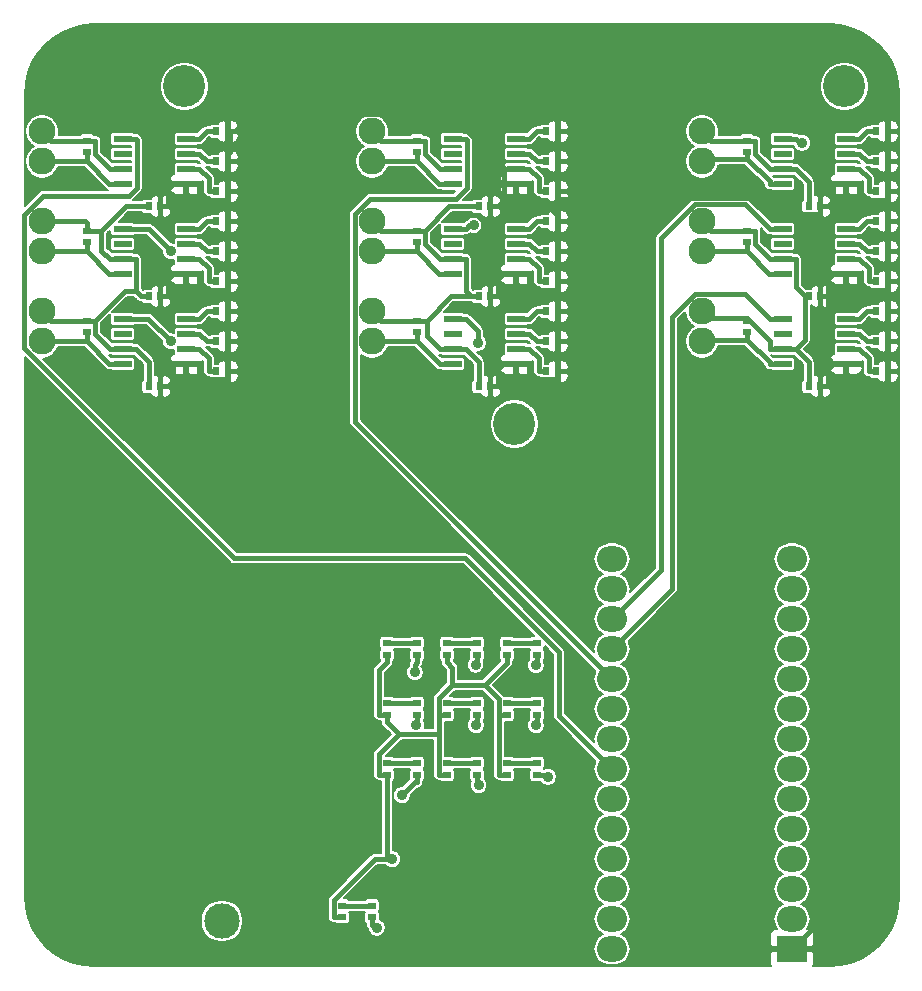
<source format=gbl>
%TF.GenerationSoftware,KiCad,Pcbnew,5.1.8-db9833491~87~ubuntu20.04.1*%
%TF.CreationDate,2020-11-19T10:17:09-05:00*%
%TF.ProjectId,y_arena_odor_controller,795f6172-656e-4615-9f6f-646f725f636f,1.3*%
%TF.SameCoordinates,Original*%
%TF.FileFunction,Copper,L2,Bot*%
%TF.FilePolarity,Positive*%
%FSLAX46Y46*%
G04 Gerber Fmt 4.6, Leading zero omitted, Abs format (unit mm)*
G04 Created by KiCad (PCBNEW 5.1.8-db9833491~87~ubuntu20.04.1) date 2020-11-19 10:17:09*
%MOMM*%
%LPD*%
G01*
G04 APERTURE LIST*
%TA.AperFunction,ComponentPad*%
%ADD10C,2.286000*%
%TD*%
%TA.AperFunction,ComponentPad*%
%ADD11O,2.540000X2.184400*%
%TD*%
%TA.AperFunction,ComponentPad*%
%ADD12R,2.540000X2.184400*%
%TD*%
%TA.AperFunction,ComponentPad*%
%ADD13C,3.000000*%
%TD*%
%TA.AperFunction,SMDPad,CuDef*%
%ADD14R,1.549400X0.599440*%
%TD*%
%TA.AperFunction,SMDPad,CuDef*%
%ADD15R,0.700000X0.600000*%
%TD*%
%TA.AperFunction,SMDPad,CuDef*%
%ADD16R,0.600000X0.700000*%
%TD*%
%TA.AperFunction,ComponentPad*%
%ADD17C,3.556000*%
%TD*%
%TA.AperFunction,ViaPad*%
%ADD18C,0.889000*%
%TD*%
%TA.AperFunction,Conductor*%
%ADD19C,0.406400*%
%TD*%
%TA.AperFunction,Conductor*%
%ADD20C,0.203200*%
%TD*%
%TA.AperFunction,Conductor*%
%ADD21C,0.100000*%
%TD*%
G04 APERTURE END LIST*
D10*
%TO.P,S1,2*%
%TO.N,VCC*%
X52705000Y-75565000D03*
%TO.P,S1,1*%
%TO.N,/odor_0/SH*%
X52705000Y-78105000D03*
%TD*%
%TO.P,S2,2*%
%TO.N,VCC*%
X52705000Y-67945000D03*
%TO.P,S2,1*%
%TO.N,/odor_1/SH*%
X52705000Y-70485000D03*
%TD*%
%TO.P,S3,2*%
%TO.N,VCC*%
X52705000Y-60325000D03*
%TO.P,S3,1*%
%TO.N,/odor_2/SH*%
X52705000Y-62865000D03*
%TD*%
%TO.P,S4,2*%
%TO.N,VCC*%
X80645000Y-75565000D03*
%TO.P,S4,1*%
%TO.N,/odor_3/SH*%
X80645000Y-78105000D03*
%TD*%
%TO.P,S5,2*%
%TO.N,VCC*%
X80645000Y-67945000D03*
%TO.P,S5,1*%
%TO.N,/odor_4/SH*%
X80645000Y-70485000D03*
%TD*%
%TO.P,S6,2*%
%TO.N,VCC*%
X80645000Y-60325000D03*
%TO.P,S6,1*%
%TO.N,/odor_5/SH*%
X80645000Y-62865000D03*
%TD*%
%TO.P,S7,2*%
%TO.N,VCC*%
X108585000Y-75565000D03*
%TO.P,S7,1*%
%TO.N,/odor_6/SH*%
X108585000Y-78105000D03*
%TD*%
%TO.P,S8,2*%
%TO.N,VCC*%
X108585000Y-67945000D03*
%TO.P,S8,1*%
%TO.N,/odor_7/SH*%
X108585000Y-70485000D03*
%TD*%
%TO.P,S9,2*%
%TO.N,VCC*%
X108585000Y-60325000D03*
%TO.P,S9,1*%
%TO.N,/odor_8/SH*%
X108585000Y-62865000D03*
%TD*%
D11*
%TO.P,TEENSY1,V_IN*%
%TO.N,N/C*%
X100965000Y-129540000D03*
%TO.P,TEENSY1,*%
%TO.N,*%
X100965000Y-127000000D03*
%TO.P,TEENSY1,3V3*%
%TO.N,N/C*%
X100965000Y-124460000D03*
%TO.P,TEENSY1,23*%
X100965000Y-121920000D03*
%TO.P,TEENSY1,22*%
%TO.N,/ARM_0_ODOR_0*%
X100965000Y-119380000D03*
%TO.P,TEENSY1,21*%
%TO.N,/ARM_0_ODOR_1*%
X100965000Y-116840000D03*
%TO.P,TEENSY1,20*%
%TO.N,/ARM_0_ODOR_2*%
X100965000Y-114300000D03*
%TO.P,TEENSY1,19*%
%TO.N,/ARM_1_ODOR_0*%
X100965000Y-111760000D03*
%TO.P,TEENSY1,18*%
%TO.N,/ARM_1_ODOR_1*%
X100965000Y-109220000D03*
%TO.P,TEENSY1,17*%
%TO.N,/ARM_1_ODOR_2*%
X100965000Y-106680000D03*
%TO.P,TEENSY1,16*%
%TO.N,/ARM_2_ODOR_0*%
X100965000Y-104140000D03*
%TO.P,TEENSY1,15*%
%TO.N,/ARM_2_ODOR_1*%
X100965000Y-101600000D03*
%TO.P,TEENSY1,14*%
%TO.N,/ARM_2_ODOR_2*%
X100965000Y-99060000D03*
%TO.P,TEENSY1,13*%
%TO.N,N/C*%
X100965000Y-96520000D03*
%TO.P,TEENSY1,12*%
X116205000Y-96520000D03*
%TO.P,TEENSY1,11*%
X116205000Y-99060000D03*
%TO.P,TEENSY1,10*%
X116205000Y-101600000D03*
%TO.P,TEENSY1,9*%
X116205000Y-104140000D03*
%TO.P,TEENSY1,8*%
X116205000Y-106680000D03*
%TO.P,TEENSY1,7*%
X116205000Y-109220000D03*
%TO.P,TEENSY1,6*%
X116205000Y-111760000D03*
%TO.P,TEENSY1,5*%
X116205000Y-114300000D03*
%TO.P,TEENSY1,4*%
X116205000Y-116840000D03*
%TO.P,TEENSY1,3*%
X116205000Y-119380000D03*
%TO.P,TEENSY1,2*%
X116205000Y-121920000D03*
%TO.P,TEENSY1,1*%
X116205000Y-124460000D03*
%TO.P,TEENSY1,0*%
X116205000Y-127000000D03*
D12*
%TO.P,TEENSY1,GND*%
%TO.N,GND*%
X116205000Y-129540000D03*
%TD*%
D13*
%TO.P,P1,*%
%TO.N,*%
X67945000Y-127175000D03*
%TD*%
D14*
%TO.P,U1,8*%
%TO.N,/ARM_0_ODOR_0*%
X59537600Y-76200000D03*
%TO.P,U1,7*%
%TO.N,N/C*%
X59537600Y-77470000D03*
%TO.P,U1,6*%
%TO.N,VCC*%
X59537600Y-78740000D03*
%TO.P,U1,5*%
%TO.N,/odor_0/SH*%
X59537600Y-80010000D03*
%TO.P,U1,4*%
%TO.N,GND*%
X64922400Y-80010000D03*
%TO.P,U1,3*%
%TO.N,Net-(R4-Pad1)*%
X64922400Y-78740000D03*
%TO.P,U1,2*%
%TO.N,Net-(C3-Pad1)*%
X64922400Y-77470000D03*
%TO.P,U1,1*%
%TO.N,Net-(R3-Pad1)*%
X64922400Y-76200000D03*
%TD*%
%TO.P,U2,8*%
%TO.N,/ARM_0_ODOR_1*%
X59537600Y-68580000D03*
%TO.P,U2,7*%
%TO.N,N/C*%
X59537600Y-69850000D03*
%TO.P,U2,6*%
%TO.N,VCC*%
X59537600Y-71120000D03*
%TO.P,U2,5*%
%TO.N,/odor_1/SH*%
X59537600Y-72390000D03*
%TO.P,U2,4*%
%TO.N,GND*%
X64922400Y-72390000D03*
%TO.P,U2,3*%
%TO.N,Net-(R7-Pad1)*%
X64922400Y-71120000D03*
%TO.P,U2,2*%
%TO.N,Net-(C5-Pad1)*%
X64922400Y-69850000D03*
%TO.P,U2,1*%
%TO.N,Net-(R6-Pad1)*%
X64922400Y-68580000D03*
%TD*%
%TO.P,U3,8*%
%TO.N,/ARM_0_ODOR_2*%
X59537600Y-60960000D03*
%TO.P,U3,7*%
%TO.N,N/C*%
X59537600Y-62230000D03*
%TO.P,U3,6*%
%TO.N,VCC*%
X59537600Y-63500000D03*
%TO.P,U3,5*%
%TO.N,/odor_2/SH*%
X59537600Y-64770000D03*
%TO.P,U3,4*%
%TO.N,GND*%
X64922400Y-64770000D03*
%TO.P,U3,3*%
%TO.N,Net-(R10-Pad1)*%
X64922400Y-63500000D03*
%TO.P,U3,2*%
%TO.N,Net-(C7-Pad1)*%
X64922400Y-62230000D03*
%TO.P,U3,1*%
%TO.N,Net-(R9-Pad1)*%
X64922400Y-60960000D03*
%TD*%
%TO.P,U4,8*%
%TO.N,/ARM_1_ODOR_0*%
X87477600Y-76200000D03*
%TO.P,U4,7*%
%TO.N,N/C*%
X87477600Y-77470000D03*
%TO.P,U4,6*%
%TO.N,VCC*%
X87477600Y-78740000D03*
%TO.P,U4,5*%
%TO.N,/odor_3/SH*%
X87477600Y-80010000D03*
%TO.P,U4,4*%
%TO.N,GND*%
X92862400Y-80010000D03*
%TO.P,U4,3*%
%TO.N,Net-(R13-Pad1)*%
X92862400Y-78740000D03*
%TO.P,U4,2*%
%TO.N,Net-(C9-Pad1)*%
X92862400Y-77470000D03*
%TO.P,U4,1*%
%TO.N,Net-(R12-Pad1)*%
X92862400Y-76200000D03*
%TD*%
%TO.P,U5,8*%
%TO.N,/ARM_1_ODOR_1*%
X87477600Y-68580000D03*
%TO.P,U5,7*%
%TO.N,N/C*%
X87477600Y-69850000D03*
%TO.P,U5,6*%
%TO.N,VCC*%
X87477600Y-71120000D03*
%TO.P,U5,5*%
%TO.N,/odor_4/SH*%
X87477600Y-72390000D03*
%TO.P,U5,4*%
%TO.N,GND*%
X92862400Y-72390000D03*
%TO.P,U5,3*%
%TO.N,Net-(R16-Pad1)*%
X92862400Y-71120000D03*
%TO.P,U5,2*%
%TO.N,Net-(C11-Pad1)*%
X92862400Y-69850000D03*
%TO.P,U5,1*%
%TO.N,Net-(R15-Pad1)*%
X92862400Y-68580000D03*
%TD*%
%TO.P,U6,8*%
%TO.N,/ARM_1_ODOR_2*%
X87477600Y-60960000D03*
%TO.P,U6,7*%
%TO.N,N/C*%
X87477600Y-62230000D03*
%TO.P,U6,6*%
%TO.N,VCC*%
X87477600Y-63500000D03*
%TO.P,U6,5*%
%TO.N,/odor_5/SH*%
X87477600Y-64770000D03*
%TO.P,U6,4*%
%TO.N,GND*%
X92862400Y-64770000D03*
%TO.P,U6,3*%
%TO.N,Net-(R19-Pad1)*%
X92862400Y-63500000D03*
%TO.P,U6,2*%
%TO.N,Net-(C13-Pad1)*%
X92862400Y-62230000D03*
%TO.P,U6,1*%
%TO.N,Net-(R18-Pad1)*%
X92862400Y-60960000D03*
%TD*%
%TO.P,U7,8*%
%TO.N,/ARM_2_ODOR_0*%
X115417600Y-76200000D03*
%TO.P,U7,7*%
%TO.N,N/C*%
X115417600Y-77470000D03*
%TO.P,U7,6*%
%TO.N,VCC*%
X115417600Y-78740000D03*
%TO.P,U7,5*%
%TO.N,/odor_6/SH*%
X115417600Y-80010000D03*
%TO.P,U7,4*%
%TO.N,GND*%
X120802400Y-80010000D03*
%TO.P,U7,3*%
%TO.N,Net-(R22-Pad1)*%
X120802400Y-78740000D03*
%TO.P,U7,2*%
%TO.N,Net-(C15-Pad1)*%
X120802400Y-77470000D03*
%TO.P,U7,1*%
%TO.N,Net-(R21-Pad1)*%
X120802400Y-76200000D03*
%TD*%
%TO.P,U8,8*%
%TO.N,/ARM_2_ODOR_1*%
X115417600Y-68580000D03*
%TO.P,U8,7*%
%TO.N,N/C*%
X115417600Y-69850000D03*
%TO.P,U8,6*%
%TO.N,VCC*%
X115417600Y-71120000D03*
%TO.P,U8,5*%
%TO.N,/odor_7/SH*%
X115417600Y-72390000D03*
%TO.P,U8,4*%
%TO.N,GND*%
X120802400Y-72390000D03*
%TO.P,U8,3*%
%TO.N,Net-(R25-Pad1)*%
X120802400Y-71120000D03*
%TO.P,U8,2*%
%TO.N,Net-(C17-Pad1)*%
X120802400Y-69850000D03*
%TO.P,U8,1*%
%TO.N,Net-(R24-Pad1)*%
X120802400Y-68580000D03*
%TD*%
%TO.P,U9,8*%
%TO.N,/ARM_2_ODOR_2*%
X115417600Y-60960000D03*
%TO.P,U9,7*%
%TO.N,N/C*%
X115417600Y-62230000D03*
%TO.P,U9,6*%
%TO.N,VCC*%
X115417600Y-63500000D03*
%TO.P,U9,5*%
%TO.N,/odor_8/SH*%
X115417600Y-64770000D03*
%TO.P,U9,4*%
%TO.N,GND*%
X120802400Y-64770000D03*
%TO.P,U9,3*%
%TO.N,Net-(R28-Pad1)*%
X120802400Y-63500000D03*
%TO.P,U9,2*%
%TO.N,Net-(C19-Pad1)*%
X120802400Y-62230000D03*
%TO.P,U9,1*%
%TO.N,Net-(R27-Pad1)*%
X120802400Y-60960000D03*
%TD*%
D15*
%TO.P,D3,2*%
%TO.N,/Vled*%
X81915000Y-114800000D03*
%TO.P,D3,1*%
%TO.N,Net-(D3-Pad1)*%
X81915000Y-113800000D03*
%TD*%
%TO.P,D4,2*%
%TO.N,/odor_0/SH*%
X56515000Y-77335000D03*
%TO.P,D4,1*%
%TO.N,VCC*%
X56515000Y-76335000D03*
%TD*%
%TO.P,D5,2*%
%TO.N,/Vled*%
X81915000Y-109720000D03*
%TO.P,D5,1*%
%TO.N,Net-(D5-Pad1)*%
X81915000Y-108720000D03*
%TD*%
%TO.P,D6,2*%
%TO.N,/odor_1/SH*%
X56515000Y-69715000D03*
%TO.P,D6,1*%
%TO.N,VCC*%
X56515000Y-68715000D03*
%TD*%
%TO.P,D7,2*%
%TO.N,/Vled*%
X81915000Y-104640000D03*
%TO.P,D7,1*%
%TO.N,Net-(D7-Pad1)*%
X81915000Y-103640000D03*
%TD*%
%TO.P,D8,2*%
%TO.N,/odor_2/SH*%
X56515000Y-62095000D03*
%TO.P,D8,1*%
%TO.N,VCC*%
X56515000Y-61095000D03*
%TD*%
%TO.P,D9,2*%
%TO.N,/Vled*%
X86995000Y-114800000D03*
%TO.P,D9,1*%
%TO.N,Net-(D9-Pad1)*%
X86995000Y-113800000D03*
%TD*%
%TO.P,D10,2*%
%TO.N,/odor_3/SH*%
X84455000Y-77335000D03*
%TO.P,D10,1*%
%TO.N,VCC*%
X84455000Y-76335000D03*
%TD*%
%TO.P,D11,2*%
%TO.N,/Vled*%
X86995000Y-109720000D03*
%TO.P,D11,1*%
%TO.N,Net-(D11-Pad1)*%
X86995000Y-108720000D03*
%TD*%
%TO.P,D12,2*%
%TO.N,/odor_4/SH*%
X84455000Y-69715000D03*
%TO.P,D12,1*%
%TO.N,VCC*%
X84455000Y-68715000D03*
%TD*%
%TO.P,D13,2*%
%TO.N,/Vled*%
X86995000Y-104640000D03*
%TO.P,D13,1*%
%TO.N,Net-(D13-Pad1)*%
X86995000Y-103640000D03*
%TD*%
%TO.P,D14,2*%
%TO.N,/odor_5/SH*%
X84455000Y-62095000D03*
%TO.P,D14,1*%
%TO.N,VCC*%
X84455000Y-61095000D03*
%TD*%
%TO.P,D15,2*%
%TO.N,/Vled*%
X92075000Y-114800000D03*
%TO.P,D15,1*%
%TO.N,Net-(D15-Pad1)*%
X92075000Y-113800000D03*
%TD*%
%TO.P,D16,2*%
%TO.N,/odor_6/SH*%
X112395000Y-77335000D03*
%TO.P,D16,1*%
%TO.N,VCC*%
X112395000Y-76335000D03*
%TD*%
%TO.P,D17,2*%
%TO.N,/Vled*%
X92075000Y-109720000D03*
%TO.P,D17,1*%
%TO.N,Net-(D17-Pad1)*%
X92075000Y-108720000D03*
%TD*%
%TO.P,D18,2*%
%TO.N,/odor_7/SH*%
X112395000Y-69715000D03*
%TO.P,D18,1*%
%TO.N,VCC*%
X112395000Y-68715000D03*
%TD*%
%TO.P,D19,2*%
%TO.N,/Vled*%
X92075000Y-104640000D03*
%TO.P,D19,1*%
%TO.N,Net-(D19-Pad1)*%
X92075000Y-103640000D03*
%TD*%
%TO.P,D20,2*%
%TO.N,/odor_8/SH*%
X112395000Y-62095000D03*
%TO.P,D20,1*%
%TO.N,VCC*%
X112395000Y-61095000D03*
%TD*%
D16*
%TO.P,C2,2*%
%TO.N,GND*%
X62730000Y-81915000D03*
%TO.P,C2,1*%
%TO.N,VCC*%
X61730000Y-81915000D03*
%TD*%
%TO.P,C4,2*%
%TO.N,GND*%
X62730000Y-74295000D03*
%TO.P,C4,1*%
%TO.N,VCC*%
X61730000Y-74295000D03*
%TD*%
%TO.P,C6,2*%
%TO.N,GND*%
X62730000Y-66675000D03*
%TO.P,C6,1*%
%TO.N,VCC*%
X61730000Y-66675000D03*
%TD*%
%TO.P,C8,2*%
%TO.N,GND*%
X90670000Y-81915000D03*
%TO.P,C8,1*%
%TO.N,VCC*%
X89670000Y-81915000D03*
%TD*%
%TO.P,C10,2*%
%TO.N,GND*%
X90670000Y-74295000D03*
%TO.P,C10,1*%
%TO.N,VCC*%
X89670000Y-74295000D03*
%TD*%
%TO.P,C12,2*%
%TO.N,GND*%
X90670000Y-66675000D03*
%TO.P,C12,1*%
%TO.N,VCC*%
X89670000Y-66675000D03*
%TD*%
%TO.P,C14,2*%
%TO.N,GND*%
X118610000Y-81915000D03*
%TO.P,C14,1*%
%TO.N,VCC*%
X117610000Y-81915000D03*
%TD*%
%TO.P,C16,2*%
%TO.N,GND*%
X118610000Y-74295000D03*
%TO.P,C16,1*%
%TO.N,VCC*%
X117610000Y-74295000D03*
%TD*%
%TO.P,C18,2*%
%TO.N,GND*%
X118610000Y-66675000D03*
%TO.P,C18,1*%
%TO.N,VCC*%
X117610000Y-66675000D03*
%TD*%
%TO.P,C3,2*%
%TO.N,GND*%
X68445000Y-78105000D03*
%TO.P,C3,1*%
%TO.N,Net-(C3-Pad1)*%
X67445000Y-78105000D03*
%TD*%
%TO.P,C5,2*%
%TO.N,GND*%
X68445000Y-70485000D03*
%TO.P,C5,1*%
%TO.N,Net-(C5-Pad1)*%
X67445000Y-70485000D03*
%TD*%
%TO.P,C7,2*%
%TO.N,GND*%
X68445000Y-62865000D03*
%TO.P,C7,1*%
%TO.N,Net-(C7-Pad1)*%
X67445000Y-62865000D03*
%TD*%
%TO.P,C9,2*%
%TO.N,GND*%
X96385000Y-78105000D03*
%TO.P,C9,1*%
%TO.N,Net-(C9-Pad1)*%
X95385000Y-78105000D03*
%TD*%
%TO.P,C11,2*%
%TO.N,GND*%
X96385000Y-70485000D03*
%TO.P,C11,1*%
%TO.N,Net-(C11-Pad1)*%
X95385000Y-70485000D03*
%TD*%
%TO.P,C13,2*%
%TO.N,GND*%
X96385000Y-62865000D03*
%TO.P,C13,1*%
%TO.N,Net-(C13-Pad1)*%
X95385000Y-62865000D03*
%TD*%
%TO.P,C15,2*%
%TO.N,GND*%
X124325000Y-78105000D03*
%TO.P,C15,1*%
%TO.N,Net-(C15-Pad1)*%
X123325000Y-78105000D03*
%TD*%
%TO.P,C17,2*%
%TO.N,GND*%
X124325000Y-70485000D03*
%TO.P,C17,1*%
%TO.N,Net-(C17-Pad1)*%
X123325000Y-70485000D03*
%TD*%
%TO.P,C19,2*%
%TO.N,GND*%
X124325000Y-62865000D03*
%TO.P,C19,1*%
%TO.N,Net-(C19-Pad1)*%
X123325000Y-62865000D03*
%TD*%
%TO.P,R3,2*%
%TO.N,GND*%
X68445000Y-75565000D03*
%TO.P,R3,1*%
%TO.N,Net-(R3-Pad1)*%
X67445000Y-75565000D03*
%TD*%
%TO.P,R4,2*%
%TO.N,GND*%
X68445000Y-80645000D03*
%TO.P,R4,1*%
%TO.N,Net-(R4-Pad1)*%
X67445000Y-80645000D03*
%TD*%
%TO.P,R6,2*%
%TO.N,GND*%
X68445000Y-67945000D03*
%TO.P,R6,1*%
%TO.N,Net-(R6-Pad1)*%
X67445000Y-67945000D03*
%TD*%
%TO.P,R7,2*%
%TO.N,GND*%
X68445000Y-73025000D03*
%TO.P,R7,1*%
%TO.N,Net-(R7-Pad1)*%
X67445000Y-73025000D03*
%TD*%
%TO.P,R9,2*%
%TO.N,GND*%
X68445000Y-60325000D03*
%TO.P,R9,1*%
%TO.N,Net-(R9-Pad1)*%
X67445000Y-60325000D03*
%TD*%
%TO.P,R10,2*%
%TO.N,GND*%
X68445000Y-65405000D03*
%TO.P,R10,1*%
%TO.N,Net-(R10-Pad1)*%
X67445000Y-65405000D03*
%TD*%
%TO.P,R12,2*%
%TO.N,GND*%
X96385000Y-75565000D03*
%TO.P,R12,1*%
%TO.N,Net-(R12-Pad1)*%
X95385000Y-75565000D03*
%TD*%
%TO.P,R13,2*%
%TO.N,GND*%
X96385000Y-80645000D03*
%TO.P,R13,1*%
%TO.N,Net-(R13-Pad1)*%
X95385000Y-80645000D03*
%TD*%
%TO.P,R15,2*%
%TO.N,GND*%
X96385000Y-67945000D03*
%TO.P,R15,1*%
%TO.N,Net-(R15-Pad1)*%
X95385000Y-67945000D03*
%TD*%
%TO.P,R16,2*%
%TO.N,GND*%
X96385000Y-73025000D03*
%TO.P,R16,1*%
%TO.N,Net-(R16-Pad1)*%
X95385000Y-73025000D03*
%TD*%
%TO.P,R18,2*%
%TO.N,GND*%
X96385000Y-60325000D03*
%TO.P,R18,1*%
%TO.N,Net-(R18-Pad1)*%
X95385000Y-60325000D03*
%TD*%
%TO.P,R19,2*%
%TO.N,GND*%
X96385000Y-65405000D03*
%TO.P,R19,1*%
%TO.N,Net-(R19-Pad1)*%
X95385000Y-65405000D03*
%TD*%
%TO.P,R21,2*%
%TO.N,GND*%
X124325000Y-75565000D03*
%TO.P,R21,1*%
%TO.N,Net-(R21-Pad1)*%
X123325000Y-75565000D03*
%TD*%
%TO.P,R22,2*%
%TO.N,GND*%
X124325000Y-80645000D03*
%TO.P,R22,1*%
%TO.N,Net-(R22-Pad1)*%
X123325000Y-80645000D03*
%TD*%
%TO.P,R24,2*%
%TO.N,GND*%
X124325000Y-67945000D03*
%TO.P,R24,1*%
%TO.N,Net-(R24-Pad1)*%
X123325000Y-67945000D03*
%TD*%
%TO.P,R25,2*%
%TO.N,GND*%
X124325000Y-73025000D03*
%TO.P,R25,1*%
%TO.N,Net-(R25-Pad1)*%
X123325000Y-73025000D03*
%TD*%
%TO.P,R27,2*%
%TO.N,GND*%
X124325000Y-60325000D03*
%TO.P,R27,1*%
%TO.N,Net-(R27-Pad1)*%
X123325000Y-60325000D03*
%TD*%
%TO.P,R28,2*%
%TO.N,GND*%
X124325000Y-65405000D03*
%TO.P,R28,1*%
%TO.N,Net-(R28-Pad1)*%
X123325000Y-65405000D03*
%TD*%
D15*
%TO.P,R2,2*%
%TO.N,Net-(L2-Pad1)*%
X84455000Y-114800000D03*
%TO.P,R2,1*%
%TO.N,Net-(D3-Pad1)*%
X84455000Y-113800000D03*
%TD*%
%TO.P,R5,2*%
%TO.N,Net-(L3-Pad1)*%
X84455000Y-109720000D03*
%TO.P,R5,1*%
%TO.N,Net-(D5-Pad1)*%
X84455000Y-108720000D03*
%TD*%
%TO.P,R8,2*%
%TO.N,Net-(L4-Pad1)*%
X84455000Y-104640000D03*
%TO.P,R8,1*%
%TO.N,Net-(D7-Pad1)*%
X84455000Y-103640000D03*
%TD*%
%TO.P,R11,2*%
%TO.N,Net-(L5-Pad1)*%
X89535000Y-114800000D03*
%TO.P,R11,1*%
%TO.N,Net-(D9-Pad1)*%
X89535000Y-113800000D03*
%TD*%
%TO.P,R14,2*%
%TO.N,Net-(L6-Pad1)*%
X89535000Y-109720000D03*
%TO.P,R14,1*%
%TO.N,Net-(D11-Pad1)*%
X89535000Y-108720000D03*
%TD*%
%TO.P,R17,2*%
%TO.N,Net-(L7-Pad1)*%
X89535000Y-104640000D03*
%TO.P,R17,1*%
%TO.N,Net-(D13-Pad1)*%
X89535000Y-103640000D03*
%TD*%
%TO.P,R20,2*%
%TO.N,Net-(L8-Pad1)*%
X94615000Y-114800000D03*
%TO.P,R20,1*%
%TO.N,Net-(D15-Pad1)*%
X94615000Y-113800000D03*
%TD*%
%TO.P,R23,2*%
%TO.N,Net-(L9-Pad1)*%
X94615000Y-109720000D03*
%TO.P,R23,1*%
%TO.N,Net-(D17-Pad1)*%
X94615000Y-108720000D03*
%TD*%
%TO.P,R26,2*%
%TO.N,Net-(L10-Pad1)*%
X94615000Y-104640000D03*
%TO.P,R26,1*%
%TO.N,Net-(D19-Pad1)*%
X94615000Y-103640000D03*
%TD*%
%TO.P,D2,2*%
%TO.N,/Vled*%
X78105000Y-126865000D03*
%TO.P,D2,1*%
%TO.N,Net-(D2-Pad1)*%
X78105000Y-125865000D03*
%TD*%
%TO.P,R1,2*%
%TO.N,Net-(L1-Pad1)*%
X80645000Y-126865000D03*
%TO.P,R1,1*%
%TO.N,Net-(D2-Pad1)*%
X80645000Y-125865000D03*
%TD*%
D17*
%TO.P,MH1,1*%
%TO.N,N/C*%
X92710000Y-85090000D03*
%TD*%
%TO.P,MH2,1*%
%TO.N,N/C*%
X64770000Y-56515000D03*
%TD*%
%TO.P,MH3,1*%
%TO.N,N/C*%
X120650000Y-56515000D03*
%TD*%
D18*
%TO.N,/ARM_0_ODOR_0*%
X63607900Y-78095900D03*
%TO.N,/ARM_0_ODOR_1*%
X63617700Y-70467700D03*
%TO.N,/ARM_1_ODOR_0*%
X89597600Y-78236000D03*
%TO.N,/ARM_1_ODOR_1*%
X89247700Y-68287600D03*
%TO.N,/ARM_2_ODOR_2*%
X117057700Y-61295300D03*
%TO.N,GND*%
X62394700Y-86351100D03*
%TO.N,/Vled*%
X82346800Y-121947400D03*
%TO.N,Net-(L1-Pad1)*%
X81044100Y-127746500D03*
%TO.N,Net-(L2-Pad1)*%
X83185000Y-116534600D03*
%TO.N,Net-(L3-Pad1)*%
X84413000Y-110577900D03*
%TO.N,Net-(L4-Pad1)*%
X84262600Y-106118800D03*
%TO.N,Net-(L5-Pad1)*%
X89674600Y-115662300D03*
%TO.N,Net-(L6-Pad1)*%
X89448800Y-110583300D03*
%TO.N,Net-(L7-Pad1)*%
X89416600Y-105488000D03*
%TO.N,Net-(L8-Pad1)*%
X95543100Y-114974600D03*
%TO.N,Net-(L9-Pad1)*%
X94528800Y-110598900D03*
%TO.N,Net-(L10-Pad1)*%
X94509700Y-105523700D03*
%TD*%
D19*
%TO.N,/ARM_0_ODOR_0*%
X60640500Y-76200000D02*
X61712000Y-76200000D01*
X61712000Y-76200000D02*
X63607900Y-78095900D01*
X59537600Y-76200000D02*
X60640500Y-76200000D01*
%TO.N,/ARM_0_ODOR_1*%
X60640500Y-68580000D02*
X61730000Y-68580000D01*
X61730000Y-68580000D02*
X63617700Y-70467700D01*
X59537600Y-68580000D02*
X60640500Y-68580000D01*
%TO.N,/ARM_0_ODOR_2*%
X59537600Y-60960000D02*
X60640500Y-60960000D01*
X100965000Y-114300000D02*
X96466200Y-109801200D01*
X96466200Y-109801200D02*
X96466200Y-104409200D01*
X96466200Y-104409200D02*
X88530200Y-96473200D01*
X88530200Y-96473200D02*
X68985500Y-96473200D01*
X68985500Y-96473200D02*
X51213600Y-78701300D01*
X51213600Y-78701300D02*
X51213600Y-67380500D01*
X51213600Y-67380500D02*
X52823400Y-65770700D01*
X52823400Y-65770700D02*
X60053800Y-65770700D01*
X60053800Y-65770700D02*
X60730400Y-65094100D01*
X60730400Y-65094100D02*
X60730400Y-61049900D01*
X60730400Y-61049900D02*
X60640500Y-60960000D01*
%TO.N,/ARM_1_ODOR_0*%
X87477600Y-76200000D02*
X88580500Y-76200000D01*
X89597600Y-78236000D02*
X89597600Y-77217100D01*
X89597600Y-77217100D02*
X88580500Y-76200000D01*
%TO.N,/ARM_1_ODOR_1*%
X87477600Y-68580000D02*
X88580500Y-68580000D01*
X89247700Y-68287600D02*
X88872900Y-68287600D01*
X88872900Y-68287600D02*
X88580500Y-68580000D01*
%TO.N,/ARM_1_ODOR_2*%
X87477600Y-60960000D02*
X88580500Y-60960000D01*
X100965000Y-106680000D02*
X79196900Y-84911900D01*
X79196900Y-84911900D02*
X79196900Y-67338400D01*
X79196900Y-67338400D02*
X80515500Y-66019800D01*
X80515500Y-66019800D02*
X87753600Y-66019800D01*
X87753600Y-66019800D02*
X88655900Y-65117500D01*
X88655900Y-65117500D02*
X88655900Y-61035400D01*
X88655900Y-61035400D02*
X88580500Y-60960000D01*
%TO.N,/ARM_2_ODOR_0*%
X115417600Y-76200000D02*
X114314700Y-76200000D01*
X100965000Y-104140000D02*
X106052400Y-99052600D01*
X106052400Y-99052600D02*
X106052400Y-76012700D01*
X106052400Y-76012700D02*
X107960500Y-74104600D01*
X107960500Y-74104600D02*
X112219300Y-74104600D01*
X112219300Y-74104600D02*
X114314700Y-76200000D01*
%TO.N,/ARM_2_ODOR_1*%
X100965000Y-101600000D02*
X105108900Y-97456100D01*
X105108900Y-97456100D02*
X105108900Y-69370700D01*
X105108900Y-69370700D02*
X107994200Y-66485400D01*
X107994200Y-66485400D02*
X112220100Y-66485400D01*
X112220100Y-66485400D02*
X114314700Y-68580000D01*
X115417600Y-68580000D02*
X114314700Y-68580000D01*
%TO.N,/ARM_2_ODOR_2*%
X115417600Y-60960000D02*
X116520500Y-60960000D01*
X117057700Y-61295300D02*
X116855800Y-61295300D01*
X116855800Y-61295300D02*
X116520500Y-60960000D01*
%TO.N,GND*%
X68445000Y-62865000D02*
X68445000Y-62186800D01*
X68602100Y-60325000D02*
X68602100Y-62029700D01*
X68602100Y-62029700D02*
X68445000Y-62186800D01*
X68602100Y-60325000D02*
X69073200Y-60325000D01*
X68445000Y-60325000D02*
X68602100Y-60325000D01*
X62730000Y-82593200D02*
X62730000Y-86015800D01*
X62730000Y-86015800D02*
X62394700Y-86351100D01*
X124325000Y-66114300D02*
X124325000Y-65405000D01*
X124325000Y-67945000D02*
X124325000Y-66114300D01*
X124325000Y-66114300D02*
X122621700Y-66114300D01*
X122621700Y-66114300D02*
X121905300Y-65397900D01*
X121905300Y-65397900D02*
X121905300Y-64770000D01*
X120802400Y-64770000D02*
X121905300Y-64770000D01*
X96385000Y-66083200D02*
X107414900Y-66083200D01*
X107414900Y-66083200D02*
X107527300Y-65970800D01*
X107527300Y-65970800D02*
X115236500Y-65970800D01*
X115236500Y-65970800D02*
X116618900Y-67353200D01*
X116618900Y-67353200D02*
X118610000Y-67353200D01*
X95831100Y-66637100D02*
X96385000Y-66083200D01*
X118610000Y-66675000D02*
X118610000Y-67353200D01*
X118610000Y-66675000D02*
X119238200Y-66675000D01*
X120802400Y-64770000D02*
X119699500Y-64770000D01*
X119699500Y-64770000D02*
X119699500Y-66213700D01*
X119699500Y-66213700D02*
X119238200Y-66675000D01*
X64922400Y-80010000D02*
X66025300Y-80010000D01*
X68445000Y-80645000D02*
X68445000Y-81323200D01*
X68445000Y-81323200D02*
X66710600Y-81323200D01*
X66710600Y-81323200D02*
X66025300Y-80637900D01*
X66025300Y-80637900D02*
X66025300Y-80010000D01*
X68445000Y-78105000D02*
X68445000Y-80645000D01*
X62730000Y-81915000D02*
X62730000Y-82593200D01*
X62730000Y-81915000D02*
X63358200Y-81915000D01*
X64922400Y-80010000D02*
X63819500Y-80010000D01*
X63819500Y-80010000D02*
X63819500Y-81453700D01*
X63819500Y-81453700D02*
X63358200Y-81915000D01*
X93965300Y-64770000D02*
X93965300Y-65397900D01*
X93965300Y-65397900D02*
X95204500Y-66637100D01*
X95204500Y-66637100D02*
X95831100Y-66637100D01*
X95831100Y-66637100D02*
X95831100Y-66914400D01*
X95831100Y-66914400D02*
X96385000Y-67468300D01*
X96385000Y-65405000D02*
X96385000Y-66083200D01*
X90670000Y-66675000D02*
X91298200Y-66675000D01*
X91782500Y-64770000D02*
X91782500Y-63394700D01*
X91782500Y-63394700D02*
X87239300Y-58851500D01*
X87239300Y-58851500D02*
X70546700Y-58851500D01*
X70546700Y-58851500D02*
X69073200Y-60325000D01*
X91898200Y-64770000D02*
X91782500Y-64770000D01*
X91782500Y-64770000D02*
X91782500Y-66190700D01*
X91782500Y-66190700D02*
X91298200Y-66675000D01*
X124325000Y-73734300D02*
X124325000Y-75565000D01*
X124325000Y-73025000D02*
X124325000Y-73734300D01*
X124325000Y-73734300D02*
X122621700Y-73734300D01*
X122621700Y-73734300D02*
X121905300Y-73017900D01*
X121905300Y-73017900D02*
X121905300Y-72390000D01*
X120802400Y-72390000D02*
X121905300Y-72390000D01*
X119699500Y-80010000D02*
X119238200Y-79548700D01*
X119238200Y-79548700D02*
X119238200Y-74295000D01*
X119238200Y-81915000D02*
X119238200Y-80471300D01*
X119238200Y-80471300D02*
X119699500Y-80010000D01*
X92862400Y-64770000D02*
X91898200Y-64770000D01*
X92862400Y-80010000D02*
X91759500Y-80010000D01*
X90670000Y-81915000D02*
X91298200Y-81915000D01*
X91298200Y-81915000D02*
X91298200Y-80471300D01*
X91298200Y-80471300D02*
X91759500Y-80010000D01*
X92862400Y-80010000D02*
X93965300Y-80010000D01*
X96385000Y-80645000D02*
X96385000Y-81323200D01*
X96385000Y-81323200D02*
X94650600Y-81323200D01*
X94650600Y-81323200D02*
X93965300Y-80637900D01*
X93965300Y-80637900D02*
X93965300Y-80010000D01*
X96385000Y-78105000D02*
X96385000Y-80645000D01*
X92862400Y-64770000D02*
X93965300Y-64770000D01*
X92862400Y-72390000D02*
X91759500Y-72390000D01*
X90670000Y-74295000D02*
X91298200Y-74295000D01*
X91298200Y-74295000D02*
X91298200Y-72851300D01*
X91298200Y-72851300D02*
X91759500Y-72390000D01*
X96385000Y-73734300D02*
X96385000Y-75565000D01*
X96385000Y-73025000D02*
X96385000Y-73734300D01*
X96385000Y-73734300D02*
X94681700Y-73734300D01*
X94681700Y-73734300D02*
X93965300Y-73017900D01*
X93965300Y-73017900D02*
X93965300Y-72390000D01*
X92862400Y-72390000D02*
X93965300Y-72390000D01*
X64922400Y-64770000D02*
X63819500Y-64770000D01*
X62730000Y-66675000D02*
X63358200Y-66675000D01*
X63358200Y-66675000D02*
X63358200Y-65231300D01*
X63358200Y-65231300D02*
X63819500Y-64770000D01*
X68445000Y-66114300D02*
X68445000Y-67945000D01*
X68445000Y-65405000D02*
X68445000Y-66114300D01*
X68445000Y-66114300D02*
X66741700Y-66114300D01*
X66741700Y-66114300D02*
X66025300Y-65397900D01*
X66025300Y-65397900D02*
X66025300Y-64770000D01*
X64922400Y-64770000D02*
X66025300Y-64770000D01*
X64922400Y-72390000D02*
X63819500Y-72390000D01*
X62730000Y-74295000D02*
X63358200Y-74295000D01*
X63358200Y-74295000D02*
X63358200Y-72851300D01*
X63358200Y-72851300D02*
X63819500Y-72390000D01*
X68445000Y-73734300D02*
X68445000Y-75565000D01*
X68445000Y-73025000D02*
X68445000Y-73734300D01*
X68445000Y-73734300D02*
X66741700Y-73734300D01*
X66741700Y-73734300D02*
X66025300Y-73017900D01*
X66025300Y-73017900D02*
X66025300Y-72390000D01*
X64922400Y-72390000D02*
X66025300Y-72390000D01*
X124325000Y-70485000D02*
X124325000Y-67945000D01*
X118610000Y-74295000D02*
X119238200Y-74295000D01*
X119238200Y-74295000D02*
X119238200Y-72851300D01*
X119238200Y-72851300D02*
X119699500Y-72390000D01*
X120802400Y-72390000D02*
X119699500Y-72390000D01*
X96385000Y-62865000D02*
X96385000Y-60325000D01*
X96385000Y-65405000D02*
X96385000Y-62865000D01*
X96385000Y-67945000D02*
X96385000Y-67468300D01*
X68445000Y-62865000D02*
X68445000Y-65405000D01*
X124325000Y-75565000D02*
X124325000Y-78105000D01*
X118610000Y-81915000D02*
X119238200Y-81915000D01*
X116205000Y-129540000D02*
X118610000Y-127135000D01*
X118610000Y-127135000D02*
X118610000Y-81915000D01*
X120802400Y-80010000D02*
X119699500Y-80010000D01*
X68445000Y-75565000D02*
X68445000Y-78105000D01*
X68445000Y-67945000D02*
X68445000Y-70485000D01*
X96385000Y-75565000D02*
X96385000Y-78105000D01*
X96385000Y-67945000D02*
X96385000Y-70485000D01*
X68445000Y-73025000D02*
X68445000Y-70485000D01*
X96385000Y-73025000D02*
X96385000Y-70485000D01*
X124325000Y-73025000D02*
X124325000Y-70485000D01*
X124325000Y-80645000D02*
X124325000Y-78105000D01*
X124325000Y-65405000D02*
X124325000Y-62865000D01*
X124325000Y-60325000D02*
X124325000Y-62865000D01*
%TO.N,VCC*%
X117610000Y-81915000D02*
X117610000Y-79829500D01*
X117610000Y-79829500D02*
X116520500Y-78740000D01*
X117295900Y-74295000D02*
X117295900Y-77964600D01*
X117295900Y-77964600D02*
X116520500Y-78740000D01*
X115417600Y-78740000D02*
X116520500Y-78740000D01*
X117295900Y-74295000D02*
X116520500Y-73519600D01*
X116520500Y-73519600D02*
X116520500Y-71120000D01*
X60640500Y-73833700D02*
X61101800Y-74295000D01*
X57193200Y-76335000D02*
X59694500Y-73833700D01*
X59694500Y-73833700D02*
X60640500Y-73833700D01*
X60640500Y-73833700D02*
X60640500Y-71120000D01*
X59537600Y-71120000D02*
X60640500Y-71120000D01*
X59537600Y-71120000D02*
X58434700Y-71120000D01*
X57740700Y-68725400D02*
X59791100Y-66675000D01*
X59791100Y-66675000D02*
X61730000Y-66675000D01*
X57193200Y-68715000D02*
X57203600Y-68725400D01*
X57203600Y-68725400D02*
X57740700Y-68725400D01*
X58434700Y-71120000D02*
X57740700Y-70426000D01*
X57740700Y-70426000D02*
X57740700Y-68725400D01*
X89670000Y-66675000D02*
X87173200Y-66675000D01*
X87173200Y-66675000D02*
X85133200Y-68715000D01*
X87477600Y-71120000D02*
X86374700Y-71120000D01*
X84455000Y-68715000D02*
X85133200Y-68715000D01*
X85133200Y-68715000D02*
X85133200Y-69878500D01*
X85133200Y-69878500D02*
X86374700Y-71120000D01*
X80645000Y-67945000D02*
X81415000Y-68715000D01*
X81415000Y-68715000D02*
X84455000Y-68715000D01*
X115417600Y-71120000D02*
X114314700Y-71120000D01*
X112395000Y-68715000D02*
X113073200Y-68715000D01*
X113073200Y-68715000D02*
X113073200Y-69878500D01*
X113073200Y-69878500D02*
X114314700Y-71120000D01*
X108585000Y-67945000D02*
X109355000Y-68715000D01*
X109355000Y-68715000D02*
X112395000Y-68715000D01*
X112395000Y-76149900D02*
X109169900Y-76149900D01*
X109169900Y-76149900D02*
X108585000Y-75565000D01*
X112395000Y-76335000D02*
X112395000Y-76149900D01*
X112395000Y-76149900D02*
X114314700Y-78069600D01*
X114314700Y-78069600D02*
X114314700Y-78740000D01*
X61730000Y-74295000D02*
X61101800Y-74295000D01*
X59537600Y-78740000D02*
X58434700Y-78740000D01*
X56515000Y-76335000D02*
X57193200Y-76335000D01*
X57193200Y-76335000D02*
X57193200Y-77498500D01*
X57193200Y-77498500D02*
X58434700Y-78740000D01*
X52705000Y-75565000D02*
X53475000Y-76335000D01*
X53475000Y-76335000D02*
X56515000Y-76335000D01*
X117610000Y-74295000D02*
X117295900Y-74295000D01*
X115417600Y-71120000D02*
X116520500Y-71120000D01*
X85261300Y-76335000D02*
X85261300Y-77626600D01*
X85261300Y-77626600D02*
X86374700Y-78740000D01*
X89041800Y-74295000D02*
X87301300Y-74295000D01*
X87301300Y-74295000D02*
X85261300Y-76335000D01*
X85261300Y-76335000D02*
X85133200Y-76335000D01*
X84455000Y-76335000D02*
X85133200Y-76335000D01*
X84455000Y-76335000D02*
X81415000Y-76335000D01*
X81415000Y-76335000D02*
X80645000Y-75565000D01*
X112395000Y-61095000D02*
X109355000Y-61095000D01*
X109355000Y-61095000D02*
X108585000Y-60325000D01*
X59537600Y-63500000D02*
X58434700Y-63500000D01*
X56515000Y-61095000D02*
X57193200Y-61095000D01*
X57193200Y-61095000D02*
X57193200Y-62258500D01*
X57193200Y-62258500D02*
X58434700Y-63500000D01*
X52705000Y-60325000D02*
X53475000Y-61095000D01*
X53475000Y-61095000D02*
X56515000Y-61095000D01*
X56515000Y-68715000D02*
X56515000Y-68086800D01*
X52705000Y-67945000D02*
X56373200Y-67945000D01*
X56373200Y-67945000D02*
X56515000Y-68086800D01*
X56515000Y-68715000D02*
X57193200Y-68715000D01*
X89670000Y-74295000D02*
X89041800Y-74295000D01*
X87477600Y-71120000D02*
X88580500Y-71120000D01*
X88580500Y-71120000D02*
X88580500Y-73833700D01*
X88580500Y-73833700D02*
X89041800Y-74295000D01*
X115417600Y-78740000D02*
X114314700Y-78740000D01*
X87477600Y-78740000D02*
X86374700Y-78740000D01*
X87477600Y-63500000D02*
X86374700Y-63500000D01*
X84455000Y-61095000D02*
X85133200Y-61095000D01*
X85133200Y-61095000D02*
X85133200Y-62258500D01*
X85133200Y-62258500D02*
X86374700Y-63500000D01*
X80645000Y-60325000D02*
X81415000Y-61095000D01*
X81415000Y-61095000D02*
X84455000Y-61095000D01*
X115417600Y-63500000D02*
X114314700Y-63500000D01*
X112395000Y-61095000D02*
X113073200Y-61095000D01*
X113073200Y-61095000D02*
X113073200Y-62258500D01*
X113073200Y-62258500D02*
X114314700Y-63500000D01*
X60089100Y-78740000D02*
X59537600Y-78740000D01*
X60089100Y-78740000D02*
X60640500Y-78740000D01*
X88029100Y-78740000D02*
X87477600Y-78740000D01*
X88029100Y-78740000D02*
X88580500Y-78740000D01*
X115830400Y-63500000D02*
X115417600Y-63500000D01*
X115830400Y-63500000D02*
X116520500Y-63500000D01*
X61730000Y-81915000D02*
X61730000Y-79829500D01*
X61730000Y-79829500D02*
X60640500Y-78740000D01*
X89670000Y-81915000D02*
X89670000Y-79829500D01*
X89670000Y-79829500D02*
X88580500Y-78740000D01*
X117610000Y-66675000D02*
X117610000Y-64589500D01*
X117610000Y-64589500D02*
X116520500Y-63500000D01*
%TO.N,Net-(C3-Pad1)*%
X64922400Y-77470000D02*
X66025300Y-77470000D01*
X67445000Y-78105000D02*
X66660300Y-78105000D01*
X66660300Y-78105000D02*
X66025300Y-77470000D01*
%TO.N,Net-(C5-Pad1)*%
X64922400Y-69850000D02*
X66025300Y-69850000D01*
X67445000Y-70485000D02*
X66660300Y-70485000D01*
X66660300Y-70485000D02*
X66025300Y-69850000D01*
%TO.N,Net-(C7-Pad1)*%
X64922400Y-62230000D02*
X66025300Y-62230000D01*
X67445000Y-62865000D02*
X66660300Y-62865000D01*
X66660300Y-62865000D02*
X66025300Y-62230000D01*
%TO.N,Net-(C9-Pad1)*%
X92862400Y-77470000D02*
X93965300Y-77470000D01*
X95385000Y-78105000D02*
X94600300Y-78105000D01*
X94600300Y-78105000D02*
X93965300Y-77470000D01*
%TO.N,Net-(C11-Pad1)*%
X92862400Y-69850000D02*
X93965300Y-69850000D01*
X95385000Y-70485000D02*
X94600300Y-70485000D01*
X94600300Y-70485000D02*
X93965300Y-69850000D01*
%TO.N,Net-(C13-Pad1)*%
X92862400Y-62230000D02*
X93965300Y-62230000D01*
X95385000Y-62865000D02*
X94600300Y-62865000D01*
X94600300Y-62865000D02*
X93965300Y-62230000D01*
%TO.N,Net-(C15-Pad1)*%
X120802400Y-77470000D02*
X121905300Y-77470000D01*
X123325000Y-78105000D02*
X122540300Y-78105000D01*
X122540300Y-78105000D02*
X121905300Y-77470000D01*
%TO.N,Net-(C17-Pad1)*%
X120802400Y-69850000D02*
X121905300Y-69850000D01*
X123325000Y-70485000D02*
X122540300Y-70485000D01*
X122540300Y-70485000D02*
X121905300Y-69850000D01*
%TO.N,Net-(C19-Pad1)*%
X120802400Y-62230000D02*
X121905300Y-62230000D01*
X123325000Y-62865000D02*
X122540300Y-62865000D01*
X122540300Y-62865000D02*
X121905300Y-62230000D01*
%TO.N,/Vled*%
X92075000Y-114800000D02*
X91396800Y-114800000D01*
X91419800Y-109720000D02*
X91419800Y-114777000D01*
X91419800Y-114777000D02*
X91396800Y-114800000D01*
X91419800Y-109720000D02*
X91396800Y-109720000D01*
X91535500Y-109720000D02*
X91419800Y-109720000D01*
X92075000Y-109720000D02*
X91535500Y-109720000D01*
X90190000Y-107174500D02*
X91396800Y-108381300D01*
X91396800Y-108381300D02*
X91396800Y-109720000D01*
X90190000Y-107174500D02*
X92075000Y-105289500D01*
X92075000Y-105289500D02*
X92075000Y-105268200D01*
X87441200Y-107174500D02*
X90190000Y-107174500D01*
X81915000Y-121947400D02*
X81915000Y-115428200D01*
X77426800Y-126865000D02*
X77426800Y-125395600D01*
X77426800Y-125395600D02*
X80875000Y-121947400D01*
X80875000Y-121947400D02*
X81915000Y-121947400D01*
X81915000Y-121947400D02*
X82346800Y-121947400D01*
X82935100Y-111368300D02*
X81915000Y-110348200D01*
X86316800Y-111368300D02*
X82935100Y-111368300D01*
X82935100Y-111368300D02*
X81236800Y-113066600D01*
X81236800Y-113066600D02*
X81236800Y-114800000D01*
X81915000Y-114800000D02*
X81236800Y-114800000D01*
X81915000Y-114800000D02*
X81915000Y-115428200D01*
X81915000Y-109720000D02*
X81236800Y-109720000D01*
X86316800Y-111368300D02*
X86316800Y-109720000D01*
X86316800Y-114800000D02*
X86316800Y-111368300D01*
X81915000Y-104640000D02*
X81915000Y-105268200D01*
X81915000Y-105268200D02*
X81236800Y-105946400D01*
X81236800Y-105946400D02*
X81236800Y-109720000D01*
X81915000Y-109720000D02*
X81915000Y-110348200D01*
X86995000Y-105268200D02*
X87441200Y-105714400D01*
X87441200Y-105714400D02*
X87441200Y-107174500D01*
X86316800Y-109720000D02*
X86316800Y-108298900D01*
X86316800Y-108298900D02*
X87441200Y-107174500D01*
X86995000Y-114800000D02*
X86316800Y-114800000D01*
X86995000Y-109720000D02*
X86316800Y-109720000D01*
X86995000Y-104640000D02*
X86995000Y-105268200D01*
X78105000Y-126865000D02*
X77426800Y-126865000D01*
X92075000Y-104640000D02*
X92075000Y-105268200D01*
%TO.N,Net-(D2-Pad1)*%
X80645000Y-125865000D02*
X78105000Y-125865000D01*
%TO.N,Net-(D3-Pad1)*%
X84455000Y-113800000D02*
X81915000Y-113800000D01*
%TO.N,/odor_0/SH*%
X56515000Y-78105000D02*
X58420000Y-80010000D01*
X58420000Y-80010000D02*
X58434700Y-80010000D01*
X56515000Y-77861700D02*
X56515000Y-78105000D01*
X56515000Y-78105000D02*
X52705000Y-78105000D01*
X59537600Y-80010000D02*
X58434700Y-80010000D01*
X56515000Y-77335000D02*
X56515000Y-77861700D01*
%TO.N,Net-(D5-Pad1)*%
X84455000Y-108720000D02*
X81915000Y-108720000D01*
%TO.N,/odor_1/SH*%
X56515000Y-70485000D02*
X58420000Y-72390000D01*
X58420000Y-72390000D02*
X58434700Y-72390000D01*
X56515000Y-70321100D02*
X56515000Y-70485000D01*
X56515000Y-70485000D02*
X52705000Y-70485000D01*
X59537600Y-72390000D02*
X58434700Y-72390000D01*
X56515000Y-69715000D02*
X56515000Y-70321100D01*
%TO.N,Net-(D7-Pad1)*%
X84455000Y-103640000D02*
X81915000Y-103640000D01*
%TO.N,/odor_2/SH*%
X56515000Y-62865000D02*
X58420000Y-64770000D01*
X58420000Y-64770000D02*
X58434700Y-64770000D01*
X56515000Y-62701100D02*
X56515000Y-62865000D01*
X56515000Y-62865000D02*
X52705000Y-62865000D01*
X59537600Y-64770000D02*
X58434700Y-64770000D01*
X56515000Y-62095000D02*
X56515000Y-62701100D01*
%TO.N,Net-(D9-Pad1)*%
X89535000Y-113800000D02*
X86995000Y-113800000D01*
%TO.N,/odor_3/SH*%
X84455000Y-78090300D02*
X86374700Y-80010000D01*
X84455000Y-77861700D02*
X84455000Y-78090300D01*
X84455000Y-78090300D02*
X80659700Y-78090300D01*
X80659700Y-78090300D02*
X80645000Y-78105000D01*
X87477600Y-80010000D02*
X86374700Y-80010000D01*
X84455000Y-77335000D02*
X84455000Y-77861700D01*
%TO.N,Net-(D11-Pad1)*%
X89535000Y-108720000D02*
X86995000Y-108720000D01*
%TO.N,/odor_4/SH*%
X84455000Y-70485000D02*
X86360000Y-72390000D01*
X86360000Y-72390000D02*
X86374700Y-72390000D01*
X84455000Y-70321100D02*
X84455000Y-70485000D01*
X84455000Y-70485000D02*
X80645000Y-70485000D01*
X87477600Y-72390000D02*
X86374700Y-72390000D01*
X84455000Y-69715000D02*
X84455000Y-70321100D01*
%TO.N,Net-(D13-Pad1)*%
X89535000Y-103640000D02*
X86995000Y-103640000D01*
%TO.N,/odor_5/SH*%
X84455000Y-62865000D02*
X86360000Y-64770000D01*
X86360000Y-64770000D02*
X86374700Y-64770000D01*
X84455000Y-62701100D02*
X84455000Y-62865000D01*
X84455000Y-62865000D02*
X80645000Y-62865000D01*
X87477600Y-64770000D02*
X86374700Y-64770000D01*
X84455000Y-62095000D02*
X84455000Y-62701100D01*
%TO.N,Net-(D15-Pad1)*%
X94615000Y-113800000D02*
X92075000Y-113800000D01*
%TO.N,/odor_6/SH*%
X112395000Y-77963200D02*
X114314700Y-79882900D01*
X114314700Y-79882900D02*
X114314700Y-80010000D01*
X115417600Y-80010000D02*
X114314700Y-80010000D01*
X112395000Y-77963200D02*
X108726800Y-77963200D01*
X108726800Y-77963200D02*
X108585000Y-78105000D01*
X112395000Y-77335000D02*
X112395000Y-77963200D01*
%TO.N,Net-(D17-Pad1)*%
X94615000Y-108720000D02*
X92075000Y-108720000D01*
%TO.N,/odor_7/SH*%
X112395000Y-70485000D02*
X114300000Y-72390000D01*
X114300000Y-72390000D02*
X114314700Y-72390000D01*
X112395000Y-70321100D02*
X112395000Y-70485000D01*
X112395000Y-70485000D02*
X108585000Y-70485000D01*
X115417600Y-72390000D02*
X114314700Y-72390000D01*
X112395000Y-69715000D02*
X112395000Y-70321100D01*
%TO.N,Net-(D19-Pad1)*%
X94615000Y-103640000D02*
X92075000Y-103640000D01*
%TO.N,/odor_8/SH*%
X112395000Y-62621100D02*
X108828900Y-62621100D01*
X108828900Y-62621100D02*
X108585000Y-62865000D01*
X114314700Y-64770000D02*
X114314700Y-64540800D01*
X114314700Y-64540800D02*
X112395000Y-62621100D01*
X112395000Y-62409100D02*
X112395000Y-62621100D01*
X115417600Y-64770000D02*
X114314700Y-64770000D01*
X112395000Y-62095000D02*
X112395000Y-62409100D01*
%TO.N,Net-(L1-Pad1)*%
X80645000Y-126865000D02*
X80645000Y-127493200D01*
X81044100Y-127746500D02*
X80790800Y-127493200D01*
X80790800Y-127493200D02*
X80645000Y-127493200D01*
%TO.N,Net-(L2-Pad1)*%
X84455000Y-114800000D02*
X84455000Y-115428200D01*
X84455000Y-115428200D02*
X84291400Y-115428200D01*
X84291400Y-115428200D02*
X83185000Y-116534600D01*
%TO.N,Net-(L3-Pad1)*%
X84455000Y-110348200D02*
X84455000Y-110535900D01*
X84455000Y-110535900D02*
X84413000Y-110577900D01*
X84455000Y-109720000D02*
X84455000Y-110348200D01*
%TO.N,Net-(L4-Pad1)*%
X84455000Y-104640000D02*
X84455000Y-105268200D01*
X84455000Y-105268200D02*
X84262600Y-105460600D01*
X84262600Y-105460600D02*
X84262600Y-106118800D01*
%TO.N,Net-(L5-Pad1)*%
X89535000Y-114800000D02*
X89535000Y-115428200D01*
X89535000Y-115428200D02*
X89674600Y-115567800D01*
X89674600Y-115567800D02*
X89674600Y-115662300D01*
%TO.N,Net-(L6-Pad1)*%
X89535000Y-109720000D02*
X89535000Y-110497100D01*
X89535000Y-110497100D02*
X89448800Y-110583300D01*
%TO.N,Net-(L7-Pad1)*%
X89535000Y-104640000D02*
X89535000Y-105268200D01*
X89535000Y-105268200D02*
X89416600Y-105386600D01*
X89416600Y-105386600D02*
X89416600Y-105488000D01*
%TO.N,Net-(L8-Pad1)*%
X95293200Y-114800000D02*
X95368500Y-114800000D01*
X95368500Y-114800000D02*
X95543100Y-114974600D01*
X94615000Y-114800000D02*
X95293200Y-114800000D01*
%TO.N,Net-(L9-Pad1)*%
X94615000Y-109720000D02*
X94615000Y-110512700D01*
X94615000Y-110512700D02*
X94528800Y-110598900D01*
%TO.N,Net-(L10-Pad1)*%
X94615000Y-105268200D02*
X94509700Y-105373500D01*
X94509700Y-105373500D02*
X94509700Y-105523700D01*
X94615000Y-104640000D02*
X94615000Y-105268200D01*
%TO.N,Net-(R3-Pad1)*%
X64922400Y-76200000D02*
X66025300Y-76200000D01*
X67445000Y-75565000D02*
X66660300Y-75565000D01*
X66660300Y-75565000D02*
X66025300Y-76200000D01*
%TO.N,Net-(R4-Pad1)*%
X66816800Y-80645000D02*
X66816800Y-79531500D01*
X66816800Y-79531500D02*
X66025300Y-78740000D01*
X64922400Y-78740000D02*
X66025300Y-78740000D01*
X67445000Y-80645000D02*
X66816800Y-80645000D01*
%TO.N,Net-(R6-Pad1)*%
X64922400Y-68580000D02*
X66025300Y-68580000D01*
X67445000Y-67945000D02*
X66660300Y-67945000D01*
X66660300Y-67945000D02*
X66025300Y-68580000D01*
%TO.N,Net-(R7-Pad1)*%
X64922400Y-71120000D02*
X66025300Y-71120000D01*
X67445000Y-73025000D02*
X66816800Y-73025000D01*
X66816800Y-73025000D02*
X66816800Y-71911500D01*
X66816800Y-71911500D02*
X66025300Y-71120000D01*
%TO.N,Net-(R9-Pad1)*%
X64922400Y-60960000D02*
X66025300Y-60960000D01*
X67445000Y-60325000D02*
X66660300Y-60325000D01*
X66660300Y-60325000D02*
X66025300Y-60960000D01*
%TO.N,Net-(R10-Pad1)*%
X64922400Y-63500000D02*
X66025300Y-63500000D01*
X67445000Y-65405000D02*
X66816800Y-65405000D01*
X66816800Y-65405000D02*
X66816800Y-64291500D01*
X66816800Y-64291500D02*
X66025300Y-63500000D01*
%TO.N,Net-(R12-Pad1)*%
X92862400Y-76200000D02*
X93965300Y-76200000D01*
X95385000Y-75565000D02*
X94600300Y-75565000D01*
X94600300Y-75565000D02*
X93965300Y-76200000D01*
%TO.N,Net-(R13-Pad1)*%
X92862400Y-78740000D02*
X93965300Y-78740000D01*
X95385000Y-80645000D02*
X94756800Y-80645000D01*
X94756800Y-80645000D02*
X94756800Y-79531500D01*
X94756800Y-79531500D02*
X93965300Y-78740000D01*
%TO.N,Net-(R15-Pad1)*%
X92862400Y-68580000D02*
X93965300Y-68580000D01*
X95385000Y-67945000D02*
X94600300Y-67945000D01*
X94600300Y-67945000D02*
X93965300Y-68580000D01*
%TO.N,Net-(R16-Pad1)*%
X92862400Y-71120000D02*
X93965300Y-71120000D01*
X95385000Y-73025000D02*
X94756800Y-73025000D01*
X94756800Y-73025000D02*
X94756800Y-71911500D01*
X94756800Y-71911500D02*
X93965300Y-71120000D01*
%TO.N,Net-(R18-Pad1)*%
X92862400Y-60960000D02*
X93965300Y-60960000D01*
X95385000Y-60325000D02*
X94600300Y-60325000D01*
X94600300Y-60325000D02*
X93965300Y-60960000D01*
%TO.N,Net-(R19-Pad1)*%
X92862400Y-63500000D02*
X93965300Y-63500000D01*
X95385000Y-65405000D02*
X94756800Y-65405000D01*
X94756800Y-65405000D02*
X94756800Y-64291500D01*
X94756800Y-64291500D02*
X93965300Y-63500000D01*
%TO.N,Net-(R21-Pad1)*%
X120802400Y-76200000D02*
X121905300Y-76200000D01*
X123325000Y-75565000D02*
X122540300Y-75565000D01*
X122540300Y-75565000D02*
X121905300Y-76200000D01*
%TO.N,Net-(R22-Pad1)*%
X120802400Y-78740000D02*
X121905300Y-78740000D01*
X123325000Y-80645000D02*
X122696800Y-80645000D01*
X122696800Y-80645000D02*
X122696800Y-79531500D01*
X122696800Y-79531500D02*
X121905300Y-78740000D01*
%TO.N,Net-(R24-Pad1)*%
X120802400Y-68580000D02*
X121905300Y-68580000D01*
X123325000Y-67945000D02*
X122540300Y-67945000D01*
X122540300Y-67945000D02*
X121905300Y-68580000D01*
%TO.N,Net-(R25-Pad1)*%
X120802400Y-71120000D02*
X121905300Y-71120000D01*
X123325000Y-73025000D02*
X122696800Y-73025000D01*
X122696800Y-73025000D02*
X122696800Y-71911500D01*
X122696800Y-71911500D02*
X121905300Y-71120000D01*
%TO.N,Net-(R27-Pad1)*%
X120802400Y-60960000D02*
X121905300Y-60960000D01*
X123325000Y-60325000D02*
X122540300Y-60325000D01*
X122540300Y-60325000D02*
X121905300Y-60960000D01*
%TO.N,Net-(R28-Pad1)*%
X120802400Y-63500000D02*
X121905300Y-63500000D01*
X123325000Y-65405000D02*
X122696800Y-65405000D01*
X122696800Y-65405000D02*
X122696800Y-64291500D01*
X122696800Y-64291500D02*
X121905300Y-63500000D01*
%TD*%
D20*
%TO.N,GND*%
X120303614Y-51318565D02*
X121204475Y-51534843D01*
X122060412Y-51889384D01*
X122850358Y-52373463D01*
X123554850Y-52975156D01*
X124156535Y-53679639D01*
X124640615Y-54469583D01*
X124995158Y-55325526D01*
X125211436Y-56226392D01*
X125285500Y-57167467D01*
X125285501Y-125077520D01*
X125211436Y-126018608D01*
X124995158Y-126919474D01*
X124640615Y-127775417D01*
X124156535Y-128565361D01*
X123554850Y-129269844D01*
X122850358Y-129871537D01*
X122060412Y-130355616D01*
X121204475Y-130710157D01*
X120303614Y-130926435D01*
X119362533Y-131000500D01*
X117961350Y-131000500D01*
X117984317Y-130972515D01*
X118040922Y-130866613D01*
X118075780Y-130751703D01*
X118087550Y-130632200D01*
X118084600Y-129844800D01*
X117932200Y-129692400D01*
X116357400Y-129692400D01*
X116357400Y-129712400D01*
X116052600Y-129712400D01*
X116052600Y-129692400D01*
X114477800Y-129692400D01*
X114325400Y-129844800D01*
X114322450Y-130632200D01*
X114334220Y-130751703D01*
X114369078Y-130866613D01*
X114425683Y-130972515D01*
X114448650Y-131000500D01*
X57167467Y-131000500D01*
X56226392Y-130926436D01*
X55325526Y-130710158D01*
X54469583Y-130355615D01*
X53679639Y-129871535D01*
X52975156Y-129269850D01*
X52373463Y-128565358D01*
X51889384Y-127775412D01*
X51567056Y-126997243D01*
X66140200Y-126997243D01*
X66140200Y-127352757D01*
X66209557Y-127701441D01*
X66345607Y-128029894D01*
X66543120Y-128325493D01*
X66794507Y-128576880D01*
X67090106Y-128774393D01*
X67418559Y-128910443D01*
X67767243Y-128979800D01*
X68122757Y-128979800D01*
X68471441Y-128910443D01*
X68799894Y-128774393D01*
X69095493Y-128576880D01*
X69346880Y-128325493D01*
X69544393Y-128029894D01*
X69680443Y-127701441D01*
X69749800Y-127352757D01*
X69749800Y-126997243D01*
X69680443Y-126648559D01*
X69544393Y-126320106D01*
X69346880Y-126024507D01*
X69095493Y-125773120D01*
X68799894Y-125575607D01*
X68471441Y-125439557D01*
X68122757Y-125370200D01*
X67767243Y-125370200D01*
X67418559Y-125439557D01*
X67090106Y-125575607D01*
X66794507Y-125773120D01*
X66543120Y-126024507D01*
X66345607Y-126320106D01*
X66209557Y-126648559D01*
X66140200Y-126997243D01*
X51567056Y-126997243D01*
X51534843Y-126919475D01*
X51318565Y-126018614D01*
X51244500Y-125077533D01*
X51244500Y-79450620D01*
X68608649Y-96814770D01*
X68624552Y-96834148D01*
X68643929Y-96850050D01*
X68701904Y-96897629D01*
X68749076Y-96922843D01*
X68790157Y-96944801D01*
X68885915Y-96973849D01*
X68960553Y-96981200D01*
X68960555Y-96981200D01*
X68985499Y-96983657D01*
X69010443Y-96981200D01*
X88319780Y-96981200D01*
X94372306Y-103033726D01*
X94265000Y-103033726D01*
X94205249Y-103039611D01*
X94147794Y-103057040D01*
X94094843Y-103085342D01*
X94048432Y-103123432D01*
X94041400Y-103132000D01*
X92648600Y-103132000D01*
X92641568Y-103123432D01*
X92595157Y-103085342D01*
X92542206Y-103057040D01*
X92484751Y-103039611D01*
X92425000Y-103033726D01*
X91725000Y-103033726D01*
X91665249Y-103039611D01*
X91607794Y-103057040D01*
X91554843Y-103085342D01*
X91508432Y-103123432D01*
X91470342Y-103169843D01*
X91442040Y-103222794D01*
X91424611Y-103280249D01*
X91418726Y-103340000D01*
X91418726Y-103940000D01*
X91424611Y-103999751D01*
X91442040Y-104057206D01*
X91470342Y-104110157D01*
X91494834Y-104140000D01*
X91470342Y-104169843D01*
X91442040Y-104222794D01*
X91424611Y-104280249D01*
X91418726Y-104340000D01*
X91418726Y-104940000D01*
X91424611Y-104999751D01*
X91442040Y-105057206D01*
X91470342Y-105110157D01*
X91499904Y-105146176D01*
X89979580Y-106666500D01*
X87949200Y-106666500D01*
X87949200Y-105739343D01*
X87951657Y-105714399D01*
X87946013Y-105657095D01*
X87941849Y-105614815D01*
X87912801Y-105519057D01*
X87888228Y-105473084D01*
X87865629Y-105430804D01*
X87818050Y-105372829D01*
X87802148Y-105353452D01*
X87782770Y-105337549D01*
X87579698Y-105134477D01*
X87599658Y-105110157D01*
X87627960Y-105057206D01*
X87645389Y-104999751D01*
X87651274Y-104940000D01*
X87651274Y-104340000D01*
X87645389Y-104280249D01*
X87627960Y-104222794D01*
X87599658Y-104169843D01*
X87581731Y-104148000D01*
X88948269Y-104148000D01*
X88930342Y-104169843D01*
X88902040Y-104222794D01*
X88884611Y-104280249D01*
X88878726Y-104340000D01*
X88878726Y-104940000D01*
X88881075Y-104963854D01*
X88834580Y-105010349D01*
X88752579Y-105133073D01*
X88696095Y-105269437D01*
X88667300Y-105414200D01*
X88667300Y-105561800D01*
X88696095Y-105706563D01*
X88752579Y-105842927D01*
X88834580Y-105965651D01*
X88938949Y-106070020D01*
X89061673Y-106152021D01*
X89198037Y-106208505D01*
X89342800Y-106237300D01*
X89490400Y-106237300D01*
X89635163Y-106208505D01*
X89771527Y-106152021D01*
X89894251Y-106070020D01*
X89998620Y-105965651D01*
X90080621Y-105842927D01*
X90137105Y-105706563D01*
X90165900Y-105561800D01*
X90165900Y-105414200D01*
X90137105Y-105269437D01*
X90093198Y-105163437D01*
X90101568Y-105156568D01*
X90139658Y-105110157D01*
X90167960Y-105057206D01*
X90185389Y-104999751D01*
X90191274Y-104940000D01*
X90191274Y-104340000D01*
X90185389Y-104280249D01*
X90167960Y-104222794D01*
X90139658Y-104169843D01*
X90115166Y-104140000D01*
X90139658Y-104110157D01*
X90167960Y-104057206D01*
X90185389Y-103999751D01*
X90191274Y-103940000D01*
X90191274Y-103340000D01*
X90185389Y-103280249D01*
X90167960Y-103222794D01*
X90139658Y-103169843D01*
X90101568Y-103123432D01*
X90055157Y-103085342D01*
X90002206Y-103057040D01*
X89944751Y-103039611D01*
X89885000Y-103033726D01*
X89185000Y-103033726D01*
X89125249Y-103039611D01*
X89067794Y-103057040D01*
X89014843Y-103085342D01*
X88968432Y-103123432D01*
X88961400Y-103132000D01*
X87568600Y-103132000D01*
X87561568Y-103123432D01*
X87515157Y-103085342D01*
X87462206Y-103057040D01*
X87404751Y-103039611D01*
X87345000Y-103033726D01*
X86645000Y-103033726D01*
X86585249Y-103039611D01*
X86527794Y-103057040D01*
X86474843Y-103085342D01*
X86428432Y-103123432D01*
X86390342Y-103169843D01*
X86362040Y-103222794D01*
X86344611Y-103280249D01*
X86338726Y-103340000D01*
X86338726Y-103940000D01*
X86344611Y-103999751D01*
X86362040Y-104057206D01*
X86390342Y-104110157D01*
X86414834Y-104140000D01*
X86390342Y-104169843D01*
X86362040Y-104222794D01*
X86344611Y-104280249D01*
X86338726Y-104340000D01*
X86338726Y-104940000D01*
X86344611Y-104999751D01*
X86362040Y-105057206D01*
X86390342Y-105110157D01*
X86428432Y-105156568D01*
X86474843Y-105194658D01*
X86487001Y-105201156D01*
X86487001Y-105243246D01*
X86484543Y-105268200D01*
X86492458Y-105348553D01*
X86494352Y-105367785D01*
X86503607Y-105398295D01*
X86523400Y-105463543D01*
X86570571Y-105551795D01*
X86614096Y-105604830D01*
X86634053Y-105629148D01*
X86653430Y-105645050D01*
X86933200Y-105924821D01*
X86933201Y-106964079D01*
X85975230Y-107922050D01*
X85955853Y-107937952D01*
X85939951Y-107957329D01*
X85939950Y-107957330D01*
X85892371Y-108015305D01*
X85848328Y-108097705D01*
X85845200Y-108103557D01*
X85820205Y-108185956D01*
X85816152Y-108199316D01*
X85806343Y-108298900D01*
X85808801Y-108323854D01*
X85808800Y-109695053D01*
X85806343Y-109720000D01*
X85808801Y-109744957D01*
X85808800Y-110860300D01*
X85107063Y-110860300D01*
X85133505Y-110796463D01*
X85162300Y-110651700D01*
X85162300Y-110504100D01*
X85133505Y-110359337D01*
X85077021Y-110222973D01*
X85057142Y-110193222D01*
X85059658Y-110190157D01*
X85087960Y-110137206D01*
X85105389Y-110079751D01*
X85111274Y-110020000D01*
X85111274Y-109420000D01*
X85105389Y-109360249D01*
X85087960Y-109302794D01*
X85059658Y-109249843D01*
X85035166Y-109220000D01*
X85059658Y-109190157D01*
X85087960Y-109137206D01*
X85105389Y-109079751D01*
X85111274Y-109020000D01*
X85111274Y-108420000D01*
X85105389Y-108360249D01*
X85087960Y-108302794D01*
X85059658Y-108249843D01*
X85021568Y-108203432D01*
X84975157Y-108165342D01*
X84922206Y-108137040D01*
X84864751Y-108119611D01*
X84805000Y-108113726D01*
X84105000Y-108113726D01*
X84045249Y-108119611D01*
X83987794Y-108137040D01*
X83934843Y-108165342D01*
X83888432Y-108203432D01*
X83881400Y-108212000D01*
X82488600Y-108212000D01*
X82481568Y-108203432D01*
X82435157Y-108165342D01*
X82382206Y-108137040D01*
X82324751Y-108119611D01*
X82265000Y-108113726D01*
X81744800Y-108113726D01*
X81744800Y-106156820D01*
X82256565Y-105645055D01*
X82275948Y-105629148D01*
X82339429Y-105551795D01*
X82386601Y-105463543D01*
X82415649Y-105367785D01*
X82423000Y-105293147D01*
X82423000Y-105293144D01*
X82425457Y-105268200D01*
X82423000Y-105243253D01*
X82423000Y-105201156D01*
X82435157Y-105194658D01*
X82481568Y-105156568D01*
X82519658Y-105110157D01*
X82547960Y-105057206D01*
X82565389Y-104999751D01*
X82571274Y-104940000D01*
X82571274Y-104340000D01*
X82565389Y-104280249D01*
X82547960Y-104222794D01*
X82519658Y-104169843D01*
X82501731Y-104148000D01*
X83868269Y-104148000D01*
X83850342Y-104169843D01*
X83822040Y-104222794D01*
X83804611Y-104280249D01*
X83798726Y-104340000D01*
X83798726Y-104940000D01*
X83804611Y-104999751D01*
X83822040Y-105057206D01*
X83850342Y-105110157D01*
X83871687Y-105136165D01*
X83838171Y-105177005D01*
X83790999Y-105265258D01*
X83761951Y-105361016D01*
X83756713Y-105414200D01*
X83752143Y-105460600D01*
X83754600Y-105485545D01*
X83754600Y-105567129D01*
X83680580Y-105641149D01*
X83598579Y-105763873D01*
X83542095Y-105900237D01*
X83513300Y-106045000D01*
X83513300Y-106192600D01*
X83542095Y-106337363D01*
X83598579Y-106473727D01*
X83680580Y-106596451D01*
X83784949Y-106700820D01*
X83907673Y-106782821D01*
X84044037Y-106839305D01*
X84188800Y-106868100D01*
X84336400Y-106868100D01*
X84481163Y-106839305D01*
X84617527Y-106782821D01*
X84740251Y-106700820D01*
X84844620Y-106596451D01*
X84926621Y-106473727D01*
X84983105Y-106337363D01*
X85011900Y-106192600D01*
X85011900Y-106045000D01*
X84983105Y-105900237D01*
X84926621Y-105763873D01*
X84844620Y-105641149D01*
X84823462Y-105619991D01*
X84879429Y-105551795D01*
X84926601Y-105463543D01*
X84955649Y-105367785D01*
X84963000Y-105293147D01*
X84963000Y-105293144D01*
X84965457Y-105268200D01*
X84963000Y-105243253D01*
X84963000Y-105201156D01*
X84975157Y-105194658D01*
X85021568Y-105156568D01*
X85059658Y-105110157D01*
X85087960Y-105057206D01*
X85105389Y-104999751D01*
X85111274Y-104940000D01*
X85111274Y-104340000D01*
X85105389Y-104280249D01*
X85087960Y-104222794D01*
X85059658Y-104169843D01*
X85035166Y-104140000D01*
X85059658Y-104110157D01*
X85087960Y-104057206D01*
X85105389Y-103999751D01*
X85111274Y-103940000D01*
X85111274Y-103340000D01*
X85105389Y-103280249D01*
X85087960Y-103222794D01*
X85059658Y-103169843D01*
X85021568Y-103123432D01*
X84975157Y-103085342D01*
X84922206Y-103057040D01*
X84864751Y-103039611D01*
X84805000Y-103033726D01*
X84105000Y-103033726D01*
X84045249Y-103039611D01*
X83987794Y-103057040D01*
X83934843Y-103085342D01*
X83888432Y-103123432D01*
X83881400Y-103132000D01*
X82488600Y-103132000D01*
X82481568Y-103123432D01*
X82435157Y-103085342D01*
X82382206Y-103057040D01*
X82324751Y-103039611D01*
X82265000Y-103033726D01*
X81565000Y-103033726D01*
X81505249Y-103039611D01*
X81447794Y-103057040D01*
X81394843Y-103085342D01*
X81348432Y-103123432D01*
X81310342Y-103169843D01*
X81282040Y-103222794D01*
X81264611Y-103280249D01*
X81258726Y-103340000D01*
X81258726Y-103940000D01*
X81264611Y-103999751D01*
X81282040Y-104057206D01*
X81310342Y-104110157D01*
X81334834Y-104140000D01*
X81310342Y-104169843D01*
X81282040Y-104222794D01*
X81264611Y-104280249D01*
X81258726Y-104340000D01*
X81258726Y-104940000D01*
X81264611Y-104999751D01*
X81282040Y-105057206D01*
X81310342Y-105110157D01*
X81330302Y-105134478D01*
X80895235Y-105569545D01*
X80875852Y-105585452D01*
X80812371Y-105662805D01*
X80765199Y-105751058D01*
X80736151Y-105846816D01*
X80729689Y-105912429D01*
X80726343Y-105946400D01*
X80728800Y-105971344D01*
X80728801Y-109695043D01*
X80726343Y-109720000D01*
X80736151Y-109819585D01*
X80765199Y-109915343D01*
X80812371Y-110003595D01*
X80875852Y-110080948D01*
X80953205Y-110144429D01*
X81041457Y-110191601D01*
X81137215Y-110220649D01*
X81211853Y-110228000D01*
X81236800Y-110230457D01*
X81261747Y-110228000D01*
X81341400Y-110228000D01*
X81348432Y-110236568D01*
X81394843Y-110274658D01*
X81407001Y-110281156D01*
X81407001Y-110323246D01*
X81404543Y-110348200D01*
X81414352Y-110447784D01*
X81443400Y-110543543D01*
X81490571Y-110631795D01*
X81524141Y-110672700D01*
X81554053Y-110709148D01*
X81573430Y-110725050D01*
X82216680Y-111368300D01*
X80895235Y-112689745D01*
X80875852Y-112705652D01*
X80812371Y-112783005D01*
X80765199Y-112871258D01*
X80736151Y-112967016D01*
X80732598Y-113003096D01*
X80726343Y-113066600D01*
X80728800Y-113091545D01*
X80728801Y-114775043D01*
X80726343Y-114800000D01*
X80736151Y-114899585D01*
X80765199Y-114995343D01*
X80812371Y-115083595D01*
X80875852Y-115160948D01*
X80953205Y-115224429D01*
X81041457Y-115271601D01*
X81137215Y-115300649D01*
X81211853Y-115308000D01*
X81236800Y-115310457D01*
X81261747Y-115308000D01*
X81341400Y-115308000D01*
X81348432Y-115316568D01*
X81394843Y-115354658D01*
X81407001Y-115361156D01*
X81407001Y-115403253D01*
X81407000Y-121439400D01*
X80899943Y-121439400D01*
X80874999Y-121436943D01*
X80850055Y-121439400D01*
X80850053Y-121439400D01*
X80775415Y-121446751D01*
X80679657Y-121475799D01*
X80679655Y-121475800D01*
X80591404Y-121522971D01*
X80536810Y-121567776D01*
X80514052Y-121586452D01*
X80498150Y-121605829D01*
X77085230Y-125018750D01*
X77065853Y-125034652D01*
X77049951Y-125054029D01*
X77049950Y-125054030D01*
X77002371Y-125112005D01*
X76964886Y-125182136D01*
X76955200Y-125200257D01*
X76930392Y-125282040D01*
X76926152Y-125296016D01*
X76916343Y-125395600D01*
X76918801Y-125420554D01*
X76918800Y-126840053D01*
X76916343Y-126865000D01*
X76926151Y-126964585D01*
X76955199Y-127060343D01*
X76993636Y-127132253D01*
X77002371Y-127148595D01*
X77065852Y-127225948D01*
X77143205Y-127289429D01*
X77231457Y-127336601D01*
X77327215Y-127365649D01*
X77426800Y-127375457D01*
X77451747Y-127373000D01*
X77531400Y-127373000D01*
X77538432Y-127381568D01*
X77584843Y-127419658D01*
X77637794Y-127447960D01*
X77695249Y-127465389D01*
X77755000Y-127471274D01*
X78455000Y-127471274D01*
X78514751Y-127465389D01*
X78572206Y-127447960D01*
X78625157Y-127419658D01*
X78671568Y-127381568D01*
X78709658Y-127335157D01*
X78737960Y-127282206D01*
X78755389Y-127224751D01*
X78761274Y-127165000D01*
X78761274Y-126565000D01*
X78755389Y-126505249D01*
X78737960Y-126447794D01*
X78709658Y-126394843D01*
X78691731Y-126373000D01*
X80058269Y-126373000D01*
X80040342Y-126394843D01*
X80012040Y-126447794D01*
X79994611Y-126505249D01*
X79988726Y-126565000D01*
X79988726Y-127165000D01*
X79994611Y-127224751D01*
X80012040Y-127282206D01*
X80040342Y-127335157D01*
X80078432Y-127381568D01*
X80124843Y-127419658D01*
X80137001Y-127426156D01*
X80137001Y-127468244D01*
X80134543Y-127493200D01*
X80144351Y-127592785D01*
X80173399Y-127688543D01*
X80220571Y-127776795D01*
X80284052Y-127854148D01*
X80304943Y-127871293D01*
X80323595Y-127965063D01*
X80380079Y-128101427D01*
X80462080Y-128224151D01*
X80566449Y-128328520D01*
X80689173Y-128410521D01*
X80825537Y-128467005D01*
X80970300Y-128495800D01*
X81117900Y-128495800D01*
X81262663Y-128467005D01*
X81399027Y-128410521D01*
X81521751Y-128328520D01*
X81626120Y-128224151D01*
X81708121Y-128101427D01*
X81764605Y-127965063D01*
X81793400Y-127820300D01*
X81793400Y-127672700D01*
X81764605Y-127527937D01*
X81708121Y-127391573D01*
X81626120Y-127268849D01*
X81521751Y-127164480D01*
X81399027Y-127082479D01*
X81301274Y-127041988D01*
X81301274Y-126565000D01*
X81295389Y-126505249D01*
X81277960Y-126447794D01*
X81249658Y-126394843D01*
X81225166Y-126365000D01*
X81249658Y-126335157D01*
X81277960Y-126282206D01*
X81295389Y-126224751D01*
X81301274Y-126165000D01*
X81301274Y-125565000D01*
X81295389Y-125505249D01*
X81277960Y-125447794D01*
X81249658Y-125394843D01*
X81211568Y-125348432D01*
X81165157Y-125310342D01*
X81112206Y-125282040D01*
X81054751Y-125264611D01*
X80995000Y-125258726D01*
X80295000Y-125258726D01*
X80235249Y-125264611D01*
X80177794Y-125282040D01*
X80124843Y-125310342D01*
X80078432Y-125348432D01*
X80071400Y-125357000D01*
X78678600Y-125357000D01*
X78671568Y-125348432D01*
X78625157Y-125310342D01*
X78572206Y-125282040D01*
X78514751Y-125264611D01*
X78455000Y-125258726D01*
X78282094Y-125258726D01*
X81085421Y-122455400D01*
X81795129Y-122455400D01*
X81869149Y-122529420D01*
X81991873Y-122611421D01*
X82128237Y-122667905D01*
X82273000Y-122696700D01*
X82420600Y-122696700D01*
X82565363Y-122667905D01*
X82701727Y-122611421D01*
X82824451Y-122529420D01*
X82928820Y-122425051D01*
X83010821Y-122302327D01*
X83067305Y-122165963D01*
X83096100Y-122021200D01*
X83096100Y-121873600D01*
X83067305Y-121728837D01*
X83010821Y-121592473D01*
X82928820Y-121469749D01*
X82824451Y-121365380D01*
X82701727Y-121283379D01*
X82565363Y-121226895D01*
X82423000Y-121198577D01*
X82423000Y-115361156D01*
X82435157Y-115354658D01*
X82481568Y-115316568D01*
X82519658Y-115270157D01*
X82547960Y-115217206D01*
X82565389Y-115159751D01*
X82571274Y-115100000D01*
X82571274Y-114500000D01*
X82565389Y-114440249D01*
X82547960Y-114382794D01*
X82519658Y-114329843D01*
X82501731Y-114308000D01*
X83868269Y-114308000D01*
X83850342Y-114329843D01*
X83822040Y-114382794D01*
X83804611Y-114440249D01*
X83798726Y-114500000D01*
X83798726Y-115100000D01*
X83804611Y-115159751D01*
X83813180Y-115188000D01*
X83215880Y-115785300D01*
X83111200Y-115785300D01*
X82966437Y-115814095D01*
X82830073Y-115870579D01*
X82707349Y-115952580D01*
X82602980Y-116056949D01*
X82520979Y-116179673D01*
X82464495Y-116316037D01*
X82435700Y-116460800D01*
X82435700Y-116608400D01*
X82464495Y-116753163D01*
X82520979Y-116889527D01*
X82602980Y-117012251D01*
X82707349Y-117116620D01*
X82830073Y-117198621D01*
X82966437Y-117255105D01*
X83111200Y-117283900D01*
X83258800Y-117283900D01*
X83403563Y-117255105D01*
X83539927Y-117198621D01*
X83662651Y-117116620D01*
X83767020Y-117012251D01*
X83849021Y-116889527D01*
X83905505Y-116753163D01*
X83934300Y-116608400D01*
X83934300Y-116503720D01*
X84504210Y-115933810D01*
X84554585Y-115928849D01*
X84650343Y-115899801D01*
X84738595Y-115852629D01*
X84815948Y-115789148D01*
X84879429Y-115711795D01*
X84926601Y-115623543D01*
X84955649Y-115527785D01*
X84965457Y-115428200D01*
X84963000Y-115403253D01*
X84963000Y-115361156D01*
X84975157Y-115354658D01*
X85021568Y-115316568D01*
X85059658Y-115270157D01*
X85087960Y-115217206D01*
X85105389Y-115159751D01*
X85111274Y-115100000D01*
X85111274Y-114500000D01*
X85105389Y-114440249D01*
X85087960Y-114382794D01*
X85059658Y-114329843D01*
X85035166Y-114300000D01*
X85059658Y-114270157D01*
X85087960Y-114217206D01*
X85105389Y-114159751D01*
X85111274Y-114100000D01*
X85111274Y-113500000D01*
X85105389Y-113440249D01*
X85087960Y-113382794D01*
X85059658Y-113329843D01*
X85021568Y-113283432D01*
X84975157Y-113245342D01*
X84922206Y-113217040D01*
X84864751Y-113199611D01*
X84805000Y-113193726D01*
X84105000Y-113193726D01*
X84045249Y-113199611D01*
X83987794Y-113217040D01*
X83934843Y-113245342D01*
X83888432Y-113283432D01*
X83881400Y-113292000D01*
X82488600Y-113292000D01*
X82481568Y-113283432D01*
X82435157Y-113245342D01*
X82382206Y-113217040D01*
X82324751Y-113199611D01*
X82265000Y-113193726D01*
X81828094Y-113193726D01*
X83145520Y-111876300D01*
X85808801Y-111876300D01*
X85808800Y-114775053D01*
X85806343Y-114800000D01*
X85816151Y-114899585D01*
X85845199Y-114995343D01*
X85883636Y-115067253D01*
X85892371Y-115083595D01*
X85955852Y-115160948D01*
X86033205Y-115224429D01*
X86121457Y-115271601D01*
X86217215Y-115300649D01*
X86316800Y-115310457D01*
X86341747Y-115308000D01*
X86421400Y-115308000D01*
X86428432Y-115316568D01*
X86474843Y-115354658D01*
X86527794Y-115382960D01*
X86585249Y-115400389D01*
X86645000Y-115406274D01*
X87345000Y-115406274D01*
X87404751Y-115400389D01*
X87462206Y-115382960D01*
X87515157Y-115354658D01*
X87561568Y-115316568D01*
X87599658Y-115270157D01*
X87627960Y-115217206D01*
X87645389Y-115159751D01*
X87651274Y-115100000D01*
X87651274Y-114500000D01*
X87645389Y-114440249D01*
X87627960Y-114382794D01*
X87599658Y-114329843D01*
X87581731Y-114308000D01*
X88948269Y-114308000D01*
X88930342Y-114329843D01*
X88902040Y-114382794D01*
X88884611Y-114440249D01*
X88878726Y-114500000D01*
X88878726Y-115100000D01*
X88884611Y-115159751D01*
X88902040Y-115217206D01*
X88930342Y-115270157D01*
X88968432Y-115316568D01*
X88997044Y-115340050D01*
X88954095Y-115443737D01*
X88925300Y-115588500D01*
X88925300Y-115736100D01*
X88954095Y-115880863D01*
X89010579Y-116017227D01*
X89092580Y-116139951D01*
X89196949Y-116244320D01*
X89319673Y-116326321D01*
X89456037Y-116382805D01*
X89600800Y-116411600D01*
X89748400Y-116411600D01*
X89893163Y-116382805D01*
X90029527Y-116326321D01*
X90152251Y-116244320D01*
X90256620Y-116139951D01*
X90338621Y-116017227D01*
X90395105Y-115880863D01*
X90423900Y-115736100D01*
X90423900Y-115588500D01*
X90395105Y-115443737D01*
X90338621Y-115307373D01*
X90256620Y-115184649D01*
X90189543Y-115117572D01*
X90191274Y-115100000D01*
X90191274Y-114500000D01*
X90185389Y-114440249D01*
X90167960Y-114382794D01*
X90139658Y-114329843D01*
X90115166Y-114300000D01*
X90139658Y-114270157D01*
X90167960Y-114217206D01*
X90185389Y-114159751D01*
X90191274Y-114100000D01*
X90191274Y-113500000D01*
X90185389Y-113440249D01*
X90167960Y-113382794D01*
X90139658Y-113329843D01*
X90101568Y-113283432D01*
X90055157Y-113245342D01*
X90002206Y-113217040D01*
X89944751Y-113199611D01*
X89885000Y-113193726D01*
X89185000Y-113193726D01*
X89125249Y-113199611D01*
X89067794Y-113217040D01*
X89014843Y-113245342D01*
X88968432Y-113283432D01*
X88961400Y-113292000D01*
X87568600Y-113292000D01*
X87561568Y-113283432D01*
X87515157Y-113245342D01*
X87462206Y-113217040D01*
X87404751Y-113199611D01*
X87345000Y-113193726D01*
X86824800Y-113193726D01*
X86824800Y-111393246D01*
X86827257Y-111368300D01*
X86824800Y-111343353D01*
X86824800Y-110326274D01*
X87345000Y-110326274D01*
X87404751Y-110320389D01*
X87462206Y-110302960D01*
X87515157Y-110274658D01*
X87561568Y-110236568D01*
X87599658Y-110190157D01*
X87627960Y-110137206D01*
X87645389Y-110079751D01*
X87651274Y-110020000D01*
X87651274Y-109420000D01*
X87645389Y-109360249D01*
X87627960Y-109302794D01*
X87599658Y-109249843D01*
X87581731Y-109228000D01*
X88948269Y-109228000D01*
X88930342Y-109249843D01*
X88902040Y-109302794D01*
X88884611Y-109360249D01*
X88878726Y-109420000D01*
X88878726Y-110020000D01*
X88884611Y-110079751D01*
X88886489Y-110085940D01*
X88866780Y-110105649D01*
X88784779Y-110228373D01*
X88728295Y-110364737D01*
X88699500Y-110509500D01*
X88699500Y-110657100D01*
X88728295Y-110801863D01*
X88784779Y-110938227D01*
X88866780Y-111060951D01*
X88971149Y-111165320D01*
X89093873Y-111247321D01*
X89230237Y-111303805D01*
X89375000Y-111332600D01*
X89522600Y-111332600D01*
X89667363Y-111303805D01*
X89803727Y-111247321D01*
X89926451Y-111165320D01*
X90030820Y-111060951D01*
X90112821Y-110938227D01*
X90169305Y-110801863D01*
X90198100Y-110657100D01*
X90198100Y-110509500D01*
X90169305Y-110364737D01*
X90112821Y-110228373D01*
X90110789Y-110225332D01*
X90139658Y-110190157D01*
X90167960Y-110137206D01*
X90185389Y-110079751D01*
X90191274Y-110020000D01*
X90191274Y-109420000D01*
X90185389Y-109360249D01*
X90167960Y-109302794D01*
X90139658Y-109249843D01*
X90115166Y-109220000D01*
X90139658Y-109190157D01*
X90167960Y-109137206D01*
X90185389Y-109079751D01*
X90191274Y-109020000D01*
X90191274Y-108420000D01*
X90185389Y-108360249D01*
X90167960Y-108302794D01*
X90139658Y-108249843D01*
X90101568Y-108203432D01*
X90055157Y-108165342D01*
X90002206Y-108137040D01*
X89944751Y-108119611D01*
X89885000Y-108113726D01*
X89185000Y-108113726D01*
X89125249Y-108119611D01*
X89067794Y-108137040D01*
X89014843Y-108165342D01*
X88968432Y-108203432D01*
X88961400Y-108212000D01*
X87568600Y-108212000D01*
X87561568Y-108203432D01*
X87515157Y-108165342D01*
X87462206Y-108137040D01*
X87404751Y-108119611D01*
X87345000Y-108113726D01*
X87220394Y-108113726D01*
X87651620Y-107682500D01*
X89979580Y-107682500D01*
X90888800Y-108591721D01*
X90888801Y-109695043D01*
X90886343Y-109720000D01*
X90896151Y-109819585D01*
X90911800Y-109871173D01*
X90911801Y-114648824D01*
X90896151Y-114700415D01*
X90886343Y-114800000D01*
X90896151Y-114899585D01*
X90925199Y-114995343D01*
X90972371Y-115083595D01*
X91035852Y-115160948D01*
X91113205Y-115224429D01*
X91201457Y-115271601D01*
X91297215Y-115300649D01*
X91371853Y-115308000D01*
X91371856Y-115308000D01*
X91396800Y-115310457D01*
X91421744Y-115308000D01*
X91501400Y-115308000D01*
X91508432Y-115316568D01*
X91554843Y-115354658D01*
X91607794Y-115382960D01*
X91665249Y-115400389D01*
X91725000Y-115406274D01*
X92425000Y-115406274D01*
X92484751Y-115400389D01*
X92542206Y-115382960D01*
X92595157Y-115354658D01*
X92641568Y-115316568D01*
X92679658Y-115270157D01*
X92707960Y-115217206D01*
X92725389Y-115159751D01*
X92731274Y-115100000D01*
X92731274Y-114500000D01*
X92725389Y-114440249D01*
X92707960Y-114382794D01*
X92679658Y-114329843D01*
X92661731Y-114308000D01*
X94028269Y-114308000D01*
X94010342Y-114329843D01*
X93982040Y-114382794D01*
X93964611Y-114440249D01*
X93958726Y-114500000D01*
X93958726Y-115100000D01*
X93964611Y-115159751D01*
X93982040Y-115217206D01*
X94010342Y-115270157D01*
X94048432Y-115316568D01*
X94094843Y-115354658D01*
X94147794Y-115382960D01*
X94205249Y-115400389D01*
X94265000Y-115406274D01*
X94930359Y-115406274D01*
X94961080Y-115452251D01*
X95065449Y-115556620D01*
X95188173Y-115638621D01*
X95324537Y-115695105D01*
X95469300Y-115723900D01*
X95616900Y-115723900D01*
X95761663Y-115695105D01*
X95898027Y-115638621D01*
X96020751Y-115556620D01*
X96125120Y-115452251D01*
X96207121Y-115329527D01*
X96263605Y-115193163D01*
X96292400Y-115048400D01*
X96292400Y-114900800D01*
X96263605Y-114756037D01*
X96207121Y-114619673D01*
X96125120Y-114496949D01*
X96020751Y-114392580D01*
X95898027Y-114310579D01*
X95761663Y-114254095D01*
X95616900Y-114225300D01*
X95469300Y-114225300D01*
X95324537Y-114254095D01*
X95233027Y-114292000D01*
X95201731Y-114292000D01*
X95219658Y-114270157D01*
X95247960Y-114217206D01*
X95265389Y-114159751D01*
X95271274Y-114100000D01*
X95271274Y-113500000D01*
X95265389Y-113440249D01*
X95247960Y-113382794D01*
X95219658Y-113329843D01*
X95181568Y-113283432D01*
X95135157Y-113245342D01*
X95082206Y-113217040D01*
X95024751Y-113199611D01*
X94965000Y-113193726D01*
X94265000Y-113193726D01*
X94205249Y-113199611D01*
X94147794Y-113217040D01*
X94094843Y-113245342D01*
X94048432Y-113283432D01*
X94041400Y-113292000D01*
X92648600Y-113292000D01*
X92641568Y-113283432D01*
X92595157Y-113245342D01*
X92542206Y-113217040D01*
X92484751Y-113199611D01*
X92425000Y-113193726D01*
X91927800Y-113193726D01*
X91927800Y-110326274D01*
X92425000Y-110326274D01*
X92484751Y-110320389D01*
X92542206Y-110302960D01*
X92595157Y-110274658D01*
X92641568Y-110236568D01*
X92679658Y-110190157D01*
X92707960Y-110137206D01*
X92725389Y-110079751D01*
X92731274Y-110020000D01*
X92731274Y-109420000D01*
X92725389Y-109360249D01*
X92707960Y-109302794D01*
X92679658Y-109249843D01*
X92661731Y-109228000D01*
X94028269Y-109228000D01*
X94010342Y-109249843D01*
X93982040Y-109302794D01*
X93964611Y-109360249D01*
X93958726Y-109420000D01*
X93958726Y-110020000D01*
X93964611Y-110079751D01*
X93970119Y-110097910D01*
X93946780Y-110121249D01*
X93864779Y-110243973D01*
X93808295Y-110380337D01*
X93779500Y-110525100D01*
X93779500Y-110672700D01*
X93808295Y-110817463D01*
X93864779Y-110953827D01*
X93946780Y-111076551D01*
X94051149Y-111180920D01*
X94173873Y-111262921D01*
X94310237Y-111319405D01*
X94455000Y-111348200D01*
X94602600Y-111348200D01*
X94747363Y-111319405D01*
X94883727Y-111262921D01*
X95006451Y-111180920D01*
X95110820Y-111076551D01*
X95192821Y-110953827D01*
X95249305Y-110817463D01*
X95278100Y-110672700D01*
X95278100Y-110525100D01*
X95249305Y-110380337D01*
X95192821Y-110243973D01*
X95185044Y-110232333D01*
X95219658Y-110190157D01*
X95247960Y-110137206D01*
X95265389Y-110079751D01*
X95271274Y-110020000D01*
X95271274Y-109420000D01*
X95265389Y-109360249D01*
X95247960Y-109302794D01*
X95219658Y-109249843D01*
X95195166Y-109220000D01*
X95219658Y-109190157D01*
X95247960Y-109137206D01*
X95265389Y-109079751D01*
X95271274Y-109020000D01*
X95271274Y-108420000D01*
X95265389Y-108360249D01*
X95247960Y-108302794D01*
X95219658Y-108249843D01*
X95181568Y-108203432D01*
X95135157Y-108165342D01*
X95082206Y-108137040D01*
X95024751Y-108119611D01*
X94965000Y-108113726D01*
X94265000Y-108113726D01*
X94205249Y-108119611D01*
X94147794Y-108137040D01*
X94094843Y-108165342D01*
X94048432Y-108203432D01*
X94041400Y-108212000D01*
X92648600Y-108212000D01*
X92641568Y-108203432D01*
X92595157Y-108165342D01*
X92542206Y-108137040D01*
X92484751Y-108119611D01*
X92425000Y-108113726D01*
X91829793Y-108113726D01*
X91821229Y-108097704D01*
X91773650Y-108039729D01*
X91757748Y-108020352D01*
X91738371Y-108004450D01*
X90908420Y-107174500D01*
X92416565Y-105666355D01*
X92435948Y-105650448D01*
X92499429Y-105573095D01*
X92546601Y-105484843D01*
X92575649Y-105389085D01*
X92583000Y-105314447D01*
X92583000Y-105314444D01*
X92585457Y-105289500D01*
X92583000Y-105264556D01*
X92583000Y-105201156D01*
X92595157Y-105194658D01*
X92641568Y-105156568D01*
X92679658Y-105110157D01*
X92707960Y-105057206D01*
X92725389Y-104999751D01*
X92731274Y-104940000D01*
X92731274Y-104340000D01*
X92725389Y-104280249D01*
X92707960Y-104222794D01*
X92679658Y-104169843D01*
X92661731Y-104148000D01*
X94028269Y-104148000D01*
X94010342Y-104169843D01*
X93982040Y-104222794D01*
X93964611Y-104280249D01*
X93958726Y-104340000D01*
X93958726Y-104940000D01*
X93964611Y-104999751D01*
X93966791Y-105006938D01*
X93927680Y-105046049D01*
X93845679Y-105168773D01*
X93789195Y-105305137D01*
X93760400Y-105449900D01*
X93760400Y-105597500D01*
X93789195Y-105742263D01*
X93845679Y-105878627D01*
X93927680Y-106001351D01*
X94032049Y-106105720D01*
X94154773Y-106187721D01*
X94291137Y-106244205D01*
X94435900Y-106273000D01*
X94583500Y-106273000D01*
X94728263Y-106244205D01*
X94864627Y-106187721D01*
X94987351Y-106105720D01*
X95091720Y-106001351D01*
X95173721Y-105878627D01*
X95230205Y-105742263D01*
X95259000Y-105597500D01*
X95259000Y-105449900D01*
X95230205Y-105305137D01*
X95173721Y-105168773D01*
X95171233Y-105165050D01*
X95181568Y-105156568D01*
X95219658Y-105110157D01*
X95247960Y-105057206D01*
X95265389Y-104999751D01*
X95271274Y-104940000D01*
X95271274Y-104340000D01*
X95265389Y-104280249D01*
X95247960Y-104222794D01*
X95219658Y-104169843D01*
X95195166Y-104140000D01*
X95219658Y-104110157D01*
X95247960Y-104057206D01*
X95265389Y-103999751D01*
X95271274Y-103940000D01*
X95271274Y-103932694D01*
X95958201Y-104619621D01*
X95958200Y-109776256D01*
X95955743Y-109801200D01*
X95958200Y-109826144D01*
X95958200Y-109826146D01*
X95965551Y-109900784D01*
X95994599Y-109996542D01*
X96041771Y-110084795D01*
X96105252Y-110162148D01*
X96124635Y-110178055D01*
X99566610Y-113620031D01*
X99490296Y-113762805D01*
X99410414Y-114026140D01*
X99383441Y-114300000D01*
X99410414Y-114573860D01*
X99490296Y-114837195D01*
X99620017Y-115079887D01*
X99794592Y-115292608D01*
X100007313Y-115467183D01*
X100199671Y-115570000D01*
X100007313Y-115672817D01*
X99794592Y-115847392D01*
X99620017Y-116060113D01*
X99490296Y-116302805D01*
X99410414Y-116566140D01*
X99383441Y-116840000D01*
X99410414Y-117113860D01*
X99490296Y-117377195D01*
X99620017Y-117619887D01*
X99794592Y-117832608D01*
X100007313Y-118007183D01*
X100199671Y-118110000D01*
X100007313Y-118212817D01*
X99794592Y-118387392D01*
X99620017Y-118600113D01*
X99490296Y-118842805D01*
X99410414Y-119106140D01*
X99383441Y-119380000D01*
X99410414Y-119653860D01*
X99490296Y-119917195D01*
X99620017Y-120159887D01*
X99794592Y-120372608D01*
X100007313Y-120547183D01*
X100199671Y-120650000D01*
X100007313Y-120752817D01*
X99794592Y-120927392D01*
X99620017Y-121140113D01*
X99490296Y-121382805D01*
X99410414Y-121646140D01*
X99383441Y-121920000D01*
X99410414Y-122193860D01*
X99490296Y-122457195D01*
X99620017Y-122699887D01*
X99794592Y-122912608D01*
X100007313Y-123087183D01*
X100199671Y-123190000D01*
X100007313Y-123292817D01*
X99794592Y-123467392D01*
X99620017Y-123680113D01*
X99490296Y-123922805D01*
X99410414Y-124186140D01*
X99383441Y-124460000D01*
X99410414Y-124733860D01*
X99490296Y-124997195D01*
X99620017Y-125239887D01*
X99794592Y-125452608D01*
X100007313Y-125627183D01*
X100199671Y-125730000D01*
X100007313Y-125832817D01*
X99794592Y-126007392D01*
X99620017Y-126220113D01*
X99490296Y-126462805D01*
X99410414Y-126726140D01*
X99383441Y-127000000D01*
X99410414Y-127273860D01*
X99490296Y-127537195D01*
X99620017Y-127779887D01*
X99794592Y-127992608D01*
X100007313Y-128167183D01*
X100199671Y-128270000D01*
X100007313Y-128372817D01*
X99794592Y-128547392D01*
X99620017Y-128760113D01*
X99490296Y-129002805D01*
X99410414Y-129266140D01*
X99383441Y-129540000D01*
X99410414Y-129813860D01*
X99490296Y-130077195D01*
X99620017Y-130319887D01*
X99794592Y-130532608D01*
X100007313Y-130707183D01*
X100250005Y-130836904D01*
X100513340Y-130916786D01*
X100718575Y-130937000D01*
X101211425Y-130937000D01*
X101416660Y-130916786D01*
X101679995Y-130836904D01*
X101922687Y-130707183D01*
X102135408Y-130532608D01*
X102309983Y-130319887D01*
X102439704Y-130077195D01*
X102519586Y-129813860D01*
X102546559Y-129540000D01*
X102519586Y-129266140D01*
X102439704Y-129002805D01*
X102309983Y-128760113D01*
X102135408Y-128547392D01*
X102014055Y-128447800D01*
X114322450Y-128447800D01*
X114325400Y-129235200D01*
X114477800Y-129387600D01*
X116052600Y-129387600D01*
X116052600Y-129367600D01*
X116357400Y-129367600D01*
X116357400Y-129387600D01*
X117932200Y-129387600D01*
X118084600Y-129235200D01*
X118087550Y-128447800D01*
X118075780Y-128328297D01*
X118040922Y-128213387D01*
X117984317Y-128107485D01*
X117908138Y-128014662D01*
X117815315Y-127938483D01*
X117709413Y-127881878D01*
X117594503Y-127847020D01*
X117502338Y-127837943D01*
X117549983Y-127779887D01*
X117679704Y-127537195D01*
X117759586Y-127273860D01*
X117786559Y-127000000D01*
X117759586Y-126726140D01*
X117679704Y-126462805D01*
X117549983Y-126220113D01*
X117375408Y-126007392D01*
X117162687Y-125832817D01*
X116970329Y-125730000D01*
X117162687Y-125627183D01*
X117375408Y-125452608D01*
X117549983Y-125239887D01*
X117679704Y-124997195D01*
X117759586Y-124733860D01*
X117786559Y-124460000D01*
X117759586Y-124186140D01*
X117679704Y-123922805D01*
X117549983Y-123680113D01*
X117375408Y-123467392D01*
X117162687Y-123292817D01*
X116970329Y-123190000D01*
X117162687Y-123087183D01*
X117375408Y-122912608D01*
X117549983Y-122699887D01*
X117679704Y-122457195D01*
X117759586Y-122193860D01*
X117786559Y-121920000D01*
X117759586Y-121646140D01*
X117679704Y-121382805D01*
X117549983Y-121140113D01*
X117375408Y-120927392D01*
X117162687Y-120752817D01*
X116970329Y-120650000D01*
X117162687Y-120547183D01*
X117375408Y-120372608D01*
X117549983Y-120159887D01*
X117679704Y-119917195D01*
X117759586Y-119653860D01*
X117786559Y-119380000D01*
X117759586Y-119106140D01*
X117679704Y-118842805D01*
X117549983Y-118600113D01*
X117375408Y-118387392D01*
X117162687Y-118212817D01*
X116970329Y-118110000D01*
X117162687Y-118007183D01*
X117375408Y-117832608D01*
X117549983Y-117619887D01*
X117679704Y-117377195D01*
X117759586Y-117113860D01*
X117786559Y-116840000D01*
X117759586Y-116566140D01*
X117679704Y-116302805D01*
X117549983Y-116060113D01*
X117375408Y-115847392D01*
X117162687Y-115672817D01*
X116970329Y-115570000D01*
X117162687Y-115467183D01*
X117375408Y-115292608D01*
X117549983Y-115079887D01*
X117679704Y-114837195D01*
X117759586Y-114573860D01*
X117786559Y-114300000D01*
X117759586Y-114026140D01*
X117679704Y-113762805D01*
X117549983Y-113520113D01*
X117375408Y-113307392D01*
X117162687Y-113132817D01*
X116970329Y-113030000D01*
X117162687Y-112927183D01*
X117375408Y-112752608D01*
X117549983Y-112539887D01*
X117679704Y-112297195D01*
X117759586Y-112033860D01*
X117786559Y-111760000D01*
X117759586Y-111486140D01*
X117679704Y-111222805D01*
X117549983Y-110980113D01*
X117375408Y-110767392D01*
X117162687Y-110592817D01*
X116970329Y-110490000D01*
X117162687Y-110387183D01*
X117375408Y-110212608D01*
X117549983Y-109999887D01*
X117679704Y-109757195D01*
X117759586Y-109493860D01*
X117786559Y-109220000D01*
X117759586Y-108946140D01*
X117679704Y-108682805D01*
X117549983Y-108440113D01*
X117375408Y-108227392D01*
X117162687Y-108052817D01*
X116970329Y-107950000D01*
X117162687Y-107847183D01*
X117375408Y-107672608D01*
X117549983Y-107459887D01*
X117679704Y-107217195D01*
X117759586Y-106953860D01*
X117786559Y-106680000D01*
X117759586Y-106406140D01*
X117679704Y-106142805D01*
X117549983Y-105900113D01*
X117375408Y-105687392D01*
X117162687Y-105512817D01*
X116970329Y-105410000D01*
X117162687Y-105307183D01*
X117375408Y-105132608D01*
X117549983Y-104919887D01*
X117679704Y-104677195D01*
X117759586Y-104413860D01*
X117786559Y-104140000D01*
X117759586Y-103866140D01*
X117679704Y-103602805D01*
X117549983Y-103360113D01*
X117375408Y-103147392D01*
X117162687Y-102972817D01*
X116970329Y-102870000D01*
X117162687Y-102767183D01*
X117375408Y-102592608D01*
X117549983Y-102379887D01*
X117679704Y-102137195D01*
X117759586Y-101873860D01*
X117786559Y-101600000D01*
X117759586Y-101326140D01*
X117679704Y-101062805D01*
X117549983Y-100820113D01*
X117375408Y-100607392D01*
X117162687Y-100432817D01*
X116970329Y-100330000D01*
X117162687Y-100227183D01*
X117375408Y-100052608D01*
X117549983Y-99839887D01*
X117679704Y-99597195D01*
X117759586Y-99333860D01*
X117786559Y-99060000D01*
X117759586Y-98786140D01*
X117679704Y-98522805D01*
X117549983Y-98280113D01*
X117375408Y-98067392D01*
X117162687Y-97892817D01*
X116970329Y-97790000D01*
X117162687Y-97687183D01*
X117375408Y-97512608D01*
X117549983Y-97299887D01*
X117679704Y-97057195D01*
X117759586Y-96793860D01*
X117786559Y-96520000D01*
X117759586Y-96246140D01*
X117679704Y-95982805D01*
X117549983Y-95740113D01*
X117375408Y-95527392D01*
X117162687Y-95352817D01*
X116919995Y-95223096D01*
X116656660Y-95143214D01*
X116451425Y-95123000D01*
X115958575Y-95123000D01*
X115753340Y-95143214D01*
X115490005Y-95223096D01*
X115247313Y-95352817D01*
X115034592Y-95527392D01*
X114860017Y-95740113D01*
X114730296Y-95982805D01*
X114650414Y-96246140D01*
X114623441Y-96520000D01*
X114650414Y-96793860D01*
X114730296Y-97057195D01*
X114860017Y-97299887D01*
X115034592Y-97512608D01*
X115247313Y-97687183D01*
X115439671Y-97790000D01*
X115247313Y-97892817D01*
X115034592Y-98067392D01*
X114860017Y-98280113D01*
X114730296Y-98522805D01*
X114650414Y-98786140D01*
X114623441Y-99060000D01*
X114650414Y-99333860D01*
X114730296Y-99597195D01*
X114860017Y-99839887D01*
X115034592Y-100052608D01*
X115247313Y-100227183D01*
X115439671Y-100330000D01*
X115247313Y-100432817D01*
X115034592Y-100607392D01*
X114860017Y-100820113D01*
X114730296Y-101062805D01*
X114650414Y-101326140D01*
X114623441Y-101600000D01*
X114650414Y-101873860D01*
X114730296Y-102137195D01*
X114860017Y-102379887D01*
X115034592Y-102592608D01*
X115247313Y-102767183D01*
X115439671Y-102870000D01*
X115247313Y-102972817D01*
X115034592Y-103147392D01*
X114860017Y-103360113D01*
X114730296Y-103602805D01*
X114650414Y-103866140D01*
X114623441Y-104140000D01*
X114650414Y-104413860D01*
X114730296Y-104677195D01*
X114860017Y-104919887D01*
X115034592Y-105132608D01*
X115247313Y-105307183D01*
X115439671Y-105410000D01*
X115247313Y-105512817D01*
X115034592Y-105687392D01*
X114860017Y-105900113D01*
X114730296Y-106142805D01*
X114650414Y-106406140D01*
X114623441Y-106680000D01*
X114650414Y-106953860D01*
X114730296Y-107217195D01*
X114860017Y-107459887D01*
X115034592Y-107672608D01*
X115247313Y-107847183D01*
X115439671Y-107950000D01*
X115247313Y-108052817D01*
X115034592Y-108227392D01*
X114860017Y-108440113D01*
X114730296Y-108682805D01*
X114650414Y-108946140D01*
X114623441Y-109220000D01*
X114650414Y-109493860D01*
X114730296Y-109757195D01*
X114860017Y-109999887D01*
X115034592Y-110212608D01*
X115247313Y-110387183D01*
X115439671Y-110490000D01*
X115247313Y-110592817D01*
X115034592Y-110767392D01*
X114860017Y-110980113D01*
X114730296Y-111222805D01*
X114650414Y-111486140D01*
X114623441Y-111760000D01*
X114650414Y-112033860D01*
X114730296Y-112297195D01*
X114860017Y-112539887D01*
X115034592Y-112752608D01*
X115247313Y-112927183D01*
X115439671Y-113030000D01*
X115247313Y-113132817D01*
X115034592Y-113307392D01*
X114860017Y-113520113D01*
X114730296Y-113762805D01*
X114650414Y-114026140D01*
X114623441Y-114300000D01*
X114650414Y-114573860D01*
X114730296Y-114837195D01*
X114860017Y-115079887D01*
X115034592Y-115292608D01*
X115247313Y-115467183D01*
X115439671Y-115570000D01*
X115247313Y-115672817D01*
X115034592Y-115847392D01*
X114860017Y-116060113D01*
X114730296Y-116302805D01*
X114650414Y-116566140D01*
X114623441Y-116840000D01*
X114650414Y-117113860D01*
X114730296Y-117377195D01*
X114860017Y-117619887D01*
X115034592Y-117832608D01*
X115247313Y-118007183D01*
X115439671Y-118110000D01*
X115247313Y-118212817D01*
X115034592Y-118387392D01*
X114860017Y-118600113D01*
X114730296Y-118842805D01*
X114650414Y-119106140D01*
X114623441Y-119380000D01*
X114650414Y-119653860D01*
X114730296Y-119917195D01*
X114860017Y-120159887D01*
X115034592Y-120372608D01*
X115247313Y-120547183D01*
X115439671Y-120650000D01*
X115247313Y-120752817D01*
X115034592Y-120927392D01*
X114860017Y-121140113D01*
X114730296Y-121382805D01*
X114650414Y-121646140D01*
X114623441Y-121920000D01*
X114650414Y-122193860D01*
X114730296Y-122457195D01*
X114860017Y-122699887D01*
X115034592Y-122912608D01*
X115247313Y-123087183D01*
X115439671Y-123190000D01*
X115247313Y-123292817D01*
X115034592Y-123467392D01*
X114860017Y-123680113D01*
X114730296Y-123922805D01*
X114650414Y-124186140D01*
X114623441Y-124460000D01*
X114650414Y-124733860D01*
X114730296Y-124997195D01*
X114860017Y-125239887D01*
X115034592Y-125452608D01*
X115247313Y-125627183D01*
X115439671Y-125730000D01*
X115247313Y-125832817D01*
X115034592Y-126007392D01*
X114860017Y-126220113D01*
X114730296Y-126462805D01*
X114650414Y-126726140D01*
X114623441Y-127000000D01*
X114650414Y-127273860D01*
X114730296Y-127537195D01*
X114860017Y-127779887D01*
X114907662Y-127837943D01*
X114815497Y-127847020D01*
X114700587Y-127881878D01*
X114594685Y-127938483D01*
X114501862Y-128014662D01*
X114425683Y-128107485D01*
X114369078Y-128213387D01*
X114334220Y-128328297D01*
X114322450Y-128447800D01*
X102014055Y-128447800D01*
X101922687Y-128372817D01*
X101730329Y-128270000D01*
X101922687Y-128167183D01*
X102135408Y-127992608D01*
X102309983Y-127779887D01*
X102439704Y-127537195D01*
X102519586Y-127273860D01*
X102546559Y-127000000D01*
X102519586Y-126726140D01*
X102439704Y-126462805D01*
X102309983Y-126220113D01*
X102135408Y-126007392D01*
X101922687Y-125832817D01*
X101730329Y-125730000D01*
X101922687Y-125627183D01*
X102135408Y-125452608D01*
X102309983Y-125239887D01*
X102439704Y-124997195D01*
X102519586Y-124733860D01*
X102546559Y-124460000D01*
X102519586Y-124186140D01*
X102439704Y-123922805D01*
X102309983Y-123680113D01*
X102135408Y-123467392D01*
X101922687Y-123292817D01*
X101730329Y-123190000D01*
X101922687Y-123087183D01*
X102135408Y-122912608D01*
X102309983Y-122699887D01*
X102439704Y-122457195D01*
X102519586Y-122193860D01*
X102546559Y-121920000D01*
X102519586Y-121646140D01*
X102439704Y-121382805D01*
X102309983Y-121140113D01*
X102135408Y-120927392D01*
X101922687Y-120752817D01*
X101730329Y-120650000D01*
X101922687Y-120547183D01*
X102135408Y-120372608D01*
X102309983Y-120159887D01*
X102439704Y-119917195D01*
X102519586Y-119653860D01*
X102546559Y-119380000D01*
X102519586Y-119106140D01*
X102439704Y-118842805D01*
X102309983Y-118600113D01*
X102135408Y-118387392D01*
X101922687Y-118212817D01*
X101730329Y-118110000D01*
X101922687Y-118007183D01*
X102135408Y-117832608D01*
X102309983Y-117619887D01*
X102439704Y-117377195D01*
X102519586Y-117113860D01*
X102546559Y-116840000D01*
X102519586Y-116566140D01*
X102439704Y-116302805D01*
X102309983Y-116060113D01*
X102135408Y-115847392D01*
X101922687Y-115672817D01*
X101730329Y-115570000D01*
X101922687Y-115467183D01*
X102135408Y-115292608D01*
X102309983Y-115079887D01*
X102439704Y-114837195D01*
X102519586Y-114573860D01*
X102546559Y-114300000D01*
X102519586Y-114026140D01*
X102439704Y-113762805D01*
X102309983Y-113520113D01*
X102135408Y-113307392D01*
X101922687Y-113132817D01*
X101730329Y-113030000D01*
X101922687Y-112927183D01*
X102135408Y-112752608D01*
X102309983Y-112539887D01*
X102439704Y-112297195D01*
X102519586Y-112033860D01*
X102546559Y-111760000D01*
X102519586Y-111486140D01*
X102439704Y-111222805D01*
X102309983Y-110980113D01*
X102135408Y-110767392D01*
X101922687Y-110592817D01*
X101730329Y-110490000D01*
X101922687Y-110387183D01*
X102135408Y-110212608D01*
X102309983Y-109999887D01*
X102439704Y-109757195D01*
X102519586Y-109493860D01*
X102546559Y-109220000D01*
X102519586Y-108946140D01*
X102439704Y-108682805D01*
X102309983Y-108440113D01*
X102135408Y-108227392D01*
X101922687Y-108052817D01*
X101730329Y-107950000D01*
X101922687Y-107847183D01*
X102135408Y-107672608D01*
X102309983Y-107459887D01*
X102439704Y-107217195D01*
X102519586Y-106953860D01*
X102546559Y-106680000D01*
X102519586Y-106406140D01*
X102439704Y-106142805D01*
X102309983Y-105900113D01*
X102135408Y-105687392D01*
X101922687Y-105512817D01*
X101730329Y-105410000D01*
X101922687Y-105307183D01*
X102135408Y-105132608D01*
X102309983Y-104919887D01*
X102439704Y-104677195D01*
X102519586Y-104413860D01*
X102546559Y-104140000D01*
X102519586Y-103866140D01*
X102439704Y-103602805D01*
X102363390Y-103460030D01*
X106393971Y-99429450D01*
X106413348Y-99413548D01*
X106432024Y-99390790D01*
X106476829Y-99336196D01*
X106524000Y-99247944D01*
X106524001Y-99247943D01*
X106553049Y-99152185D01*
X106560400Y-99077547D01*
X106560400Y-99077545D01*
X106562857Y-99052601D01*
X106560400Y-99027657D01*
X106560400Y-76223120D01*
X107137200Y-75646320D01*
X107137200Y-75707596D01*
X107192838Y-75987308D01*
X107301977Y-76250790D01*
X107460421Y-76487919D01*
X107662081Y-76689579D01*
X107879720Y-76835000D01*
X107662081Y-76980421D01*
X107460421Y-77182081D01*
X107301977Y-77419210D01*
X107192838Y-77682692D01*
X107137200Y-77962404D01*
X107137200Y-78247596D01*
X107192838Y-78527308D01*
X107301977Y-78790790D01*
X107460421Y-79027919D01*
X107662081Y-79229579D01*
X107899210Y-79388023D01*
X108162692Y-79497162D01*
X108442404Y-79552800D01*
X108727596Y-79552800D01*
X109007308Y-79497162D01*
X109270790Y-79388023D01*
X109507919Y-79229579D01*
X109709579Y-79027919D01*
X109868023Y-78790790D01*
X109977162Y-78527308D01*
X109988323Y-78471200D01*
X112184580Y-78471200D01*
X113813077Y-80099697D01*
X113814051Y-80109585D01*
X113843099Y-80205343D01*
X113890271Y-80293595D01*
X113953752Y-80370948D01*
X114031105Y-80434429D01*
X114119357Y-80481601D01*
X114215115Y-80510649D01*
X114289753Y-80518000D01*
X114314700Y-80520457D01*
X114339647Y-80518000D01*
X114419530Y-80518000D01*
X114426332Y-80526288D01*
X114472743Y-80564378D01*
X114525694Y-80592680D01*
X114583149Y-80610109D01*
X114642900Y-80615994D01*
X116192300Y-80615994D01*
X116252051Y-80610109D01*
X116309506Y-80592680D01*
X116362457Y-80564378D01*
X116408868Y-80526288D01*
X116446958Y-80479877D01*
X116475260Y-80426926D01*
X116492689Y-80369471D01*
X116498574Y-80309720D01*
X116498574Y-79710280D01*
X116492689Y-79650529D01*
X116475260Y-79593074D01*
X116446958Y-79540123D01*
X116408868Y-79493712D01*
X116362457Y-79455622D01*
X116309506Y-79427320D01*
X116252051Y-79409891D01*
X116192300Y-79404006D01*
X114642900Y-79404006D01*
X114583149Y-79409891D01*
X114565473Y-79415253D01*
X114398220Y-79248000D01*
X114419530Y-79248000D01*
X114426332Y-79256288D01*
X114472743Y-79294378D01*
X114525694Y-79322680D01*
X114583149Y-79340109D01*
X114642900Y-79345994D01*
X116192300Y-79345994D01*
X116252051Y-79340109D01*
X116309506Y-79322680D01*
X116358548Y-79296468D01*
X117102001Y-80039921D01*
X117102000Y-81341400D01*
X117093432Y-81348432D01*
X117055342Y-81394843D01*
X117027040Y-81447794D01*
X117009611Y-81505249D01*
X117003726Y-81565000D01*
X117003726Y-82265000D01*
X117009611Y-82324751D01*
X117027040Y-82382206D01*
X117055342Y-82435157D01*
X117093432Y-82481568D01*
X117139843Y-82519658D01*
X117192794Y-82547960D01*
X117250249Y-82565389D01*
X117310000Y-82571274D01*
X117782394Y-82571274D01*
X117799439Y-82603446D01*
X117875277Y-82696548D01*
X117967821Y-82773066D01*
X118073515Y-82830059D01*
X118188296Y-82865338D01*
X118305200Y-82874600D01*
X118457600Y-82722200D01*
X118457600Y-82067400D01*
X118762400Y-82067400D01*
X118762400Y-82722200D01*
X118914800Y-82874600D01*
X119031704Y-82865338D01*
X119146485Y-82830059D01*
X119252179Y-82773066D01*
X119344723Y-82696548D01*
X119420561Y-82603446D01*
X119476778Y-82497337D01*
X119511214Y-82382300D01*
X119522546Y-82262755D01*
X119519600Y-82219800D01*
X119367200Y-82067400D01*
X118762400Y-82067400D01*
X118457600Y-82067400D01*
X118437600Y-82067400D01*
X118437600Y-81762600D01*
X118457600Y-81762600D01*
X118457600Y-81107800D01*
X118762400Y-81107800D01*
X118762400Y-81762600D01*
X119367200Y-81762600D01*
X119519600Y-81610200D01*
X119522546Y-81567245D01*
X119511214Y-81447700D01*
X119476778Y-81332663D01*
X119420561Y-81226554D01*
X119344723Y-81133452D01*
X119252179Y-81056934D01*
X119146485Y-80999941D01*
X119031704Y-80964662D01*
X118914800Y-80955400D01*
X118762400Y-81107800D01*
X118457600Y-81107800D01*
X118305200Y-80955400D01*
X118188296Y-80964662D01*
X118118000Y-80986268D01*
X118118000Y-80314800D01*
X119418100Y-80314800D01*
X119427203Y-80430636D01*
X119462331Y-80545464D01*
X119519185Y-80651232D01*
X119595582Y-80743876D01*
X119688585Y-80819836D01*
X119794619Y-80876192D01*
X119909611Y-80910780D01*
X120029141Y-80922268D01*
X120497600Y-80919320D01*
X120650000Y-80766920D01*
X120650000Y-80162400D01*
X120954800Y-80162400D01*
X120954800Y-80766920D01*
X121107200Y-80919320D01*
X121575659Y-80922268D01*
X121695189Y-80910780D01*
X121810181Y-80876192D01*
X121916215Y-80819836D01*
X122009218Y-80743876D01*
X122085615Y-80651232D01*
X122142469Y-80545464D01*
X122177597Y-80430636D01*
X122186700Y-80314800D01*
X122034300Y-80162400D01*
X120954800Y-80162400D01*
X120650000Y-80162400D01*
X119570500Y-80162400D01*
X119418100Y-80314800D01*
X118118000Y-80314800D01*
X118118000Y-79854444D01*
X118120457Y-79829500D01*
X118118000Y-79804553D01*
X118110649Y-79729915D01*
X118103152Y-79705200D01*
X119418100Y-79705200D01*
X119570500Y-79857600D01*
X120650000Y-79857600D01*
X120650000Y-79837600D01*
X120954800Y-79837600D01*
X120954800Y-79857600D01*
X122034300Y-79857600D01*
X122169390Y-79722510D01*
X122188801Y-79741922D01*
X122188800Y-80620053D01*
X122186343Y-80645000D01*
X122196151Y-80744585D01*
X122225199Y-80840343D01*
X122244361Y-80876192D01*
X122272371Y-80928595D01*
X122335852Y-81005948D01*
X122413205Y-81069429D01*
X122501457Y-81116601D01*
X122597215Y-81145649D01*
X122696800Y-81155457D01*
X122721747Y-81153000D01*
X122763844Y-81153000D01*
X122770342Y-81165157D01*
X122808432Y-81211568D01*
X122854843Y-81249658D01*
X122907794Y-81277960D01*
X122965249Y-81295389D01*
X123025000Y-81301274D01*
X123497394Y-81301274D01*
X123514439Y-81333446D01*
X123590277Y-81426548D01*
X123682821Y-81503066D01*
X123788515Y-81560059D01*
X123903296Y-81595338D01*
X124020200Y-81604600D01*
X124172600Y-81452200D01*
X124172600Y-80797400D01*
X124477400Y-80797400D01*
X124477400Y-81452200D01*
X124629800Y-81604600D01*
X124746704Y-81595338D01*
X124861485Y-81560059D01*
X124967179Y-81503066D01*
X125059723Y-81426548D01*
X125135561Y-81333446D01*
X125191778Y-81227337D01*
X125226214Y-81112300D01*
X125237546Y-80992755D01*
X125234600Y-80949800D01*
X125082200Y-80797400D01*
X124477400Y-80797400D01*
X124172600Y-80797400D01*
X124152600Y-80797400D01*
X124152600Y-80492600D01*
X124172600Y-80492600D01*
X124172600Y-79837800D01*
X124477400Y-79837800D01*
X124477400Y-80492600D01*
X125082200Y-80492600D01*
X125234600Y-80340200D01*
X125237546Y-80297245D01*
X125226214Y-80177700D01*
X125191778Y-80062663D01*
X125135561Y-79956554D01*
X125059723Y-79863452D01*
X124967179Y-79786934D01*
X124861485Y-79729941D01*
X124746704Y-79694662D01*
X124629800Y-79685400D01*
X124477400Y-79837800D01*
X124172600Y-79837800D01*
X124020200Y-79685400D01*
X123903296Y-79694662D01*
X123788515Y-79729941D01*
X123682821Y-79786934D01*
X123590277Y-79863452D01*
X123514439Y-79956554D01*
X123497394Y-79988726D01*
X123204800Y-79988726D01*
X123204800Y-79556443D01*
X123207257Y-79531499D01*
X123204800Y-79506553D01*
X123197449Y-79431915D01*
X123168401Y-79336157D01*
X123146070Y-79294378D01*
X123121229Y-79247904D01*
X123073650Y-79189929D01*
X123057748Y-79170552D01*
X123038370Y-79154650D01*
X122494685Y-78610964D01*
X122515353Y-78613000D01*
X122515356Y-78613000D01*
X122540300Y-78615457D01*
X122565244Y-78613000D01*
X122763844Y-78613000D01*
X122770342Y-78625157D01*
X122808432Y-78671568D01*
X122854843Y-78709658D01*
X122907794Y-78737960D01*
X122965249Y-78755389D01*
X123025000Y-78761274D01*
X123497394Y-78761274D01*
X123514439Y-78793446D01*
X123590277Y-78886548D01*
X123682821Y-78963066D01*
X123788515Y-79020059D01*
X123903296Y-79055338D01*
X124020200Y-79064600D01*
X124172600Y-78912200D01*
X124172600Y-78257400D01*
X124477400Y-78257400D01*
X124477400Y-78912200D01*
X124629800Y-79064600D01*
X124746704Y-79055338D01*
X124861485Y-79020059D01*
X124967179Y-78963066D01*
X125059723Y-78886548D01*
X125135561Y-78793446D01*
X125191778Y-78687337D01*
X125226214Y-78572300D01*
X125237546Y-78452755D01*
X125234600Y-78409800D01*
X125082200Y-78257400D01*
X124477400Y-78257400D01*
X124172600Y-78257400D01*
X124152600Y-78257400D01*
X124152600Y-77952600D01*
X124172600Y-77952600D01*
X124172600Y-77297800D01*
X124477400Y-77297800D01*
X124477400Y-77952600D01*
X125082200Y-77952600D01*
X125234600Y-77800200D01*
X125237546Y-77757245D01*
X125226214Y-77637700D01*
X125191778Y-77522663D01*
X125135561Y-77416554D01*
X125059723Y-77323452D01*
X124967179Y-77246934D01*
X124861485Y-77189941D01*
X124746704Y-77154662D01*
X124629800Y-77145400D01*
X124477400Y-77297800D01*
X124172600Y-77297800D01*
X124020200Y-77145400D01*
X123903296Y-77154662D01*
X123788515Y-77189941D01*
X123682821Y-77246934D01*
X123590277Y-77323452D01*
X123514439Y-77416554D01*
X123497394Y-77448726D01*
X123025000Y-77448726D01*
X122965249Y-77454611D01*
X122907794Y-77472040D01*
X122854843Y-77500342D01*
X122808432Y-77538432D01*
X122770342Y-77584843D01*
X122763844Y-77597000D01*
X122750720Y-77597000D01*
X122282155Y-77128435D01*
X122266248Y-77109052D01*
X122188895Y-77045571D01*
X122100643Y-76998399D01*
X122004885Y-76969351D01*
X121930247Y-76962000D01*
X121930244Y-76962000D01*
X121905300Y-76959543D01*
X121880356Y-76962000D01*
X121800470Y-76962000D01*
X121793668Y-76953712D01*
X121747257Y-76915622D01*
X121694306Y-76887320D01*
X121636851Y-76869891D01*
X121577100Y-76864006D01*
X120027700Y-76864006D01*
X119967949Y-76869891D01*
X119910494Y-76887320D01*
X119857543Y-76915622D01*
X119811132Y-76953712D01*
X119773042Y-77000123D01*
X119744740Y-77053074D01*
X119727311Y-77110529D01*
X119721426Y-77170280D01*
X119721426Y-77769720D01*
X119727311Y-77829471D01*
X119744740Y-77886926D01*
X119773042Y-77939877D01*
X119811132Y-77986288D01*
X119857543Y-78024378D01*
X119910494Y-78052680D01*
X119967949Y-78070109D01*
X120027700Y-78075994D01*
X121577100Y-78075994D01*
X121636851Y-78070109D01*
X121694306Y-78052680D01*
X121743348Y-78026468D01*
X121950916Y-78234036D01*
X121930247Y-78232000D01*
X121930244Y-78232000D01*
X121905300Y-78229543D01*
X121880356Y-78232000D01*
X121800470Y-78232000D01*
X121793668Y-78223712D01*
X121747257Y-78185622D01*
X121694306Y-78157320D01*
X121636851Y-78139891D01*
X121577100Y-78134006D01*
X120027700Y-78134006D01*
X119967949Y-78139891D01*
X119910494Y-78157320D01*
X119857543Y-78185622D01*
X119811132Y-78223712D01*
X119773042Y-78270123D01*
X119744740Y-78323074D01*
X119727311Y-78380529D01*
X119721426Y-78440280D01*
X119721426Y-79039720D01*
X119727311Y-79099471D01*
X119744740Y-79156926D01*
X119750314Y-79167355D01*
X119688585Y-79200164D01*
X119595582Y-79276124D01*
X119519185Y-79368768D01*
X119462331Y-79474536D01*
X119427203Y-79589364D01*
X119418100Y-79705200D01*
X118103152Y-79705200D01*
X118081601Y-79634157D01*
X118034429Y-79545905D01*
X117970948Y-79468552D01*
X117951565Y-79452645D01*
X117238920Y-78740000D01*
X117637470Y-78341450D01*
X117656848Y-78325548D01*
X117696796Y-78276871D01*
X117720329Y-78248196D01*
X117767500Y-78159945D01*
X117767925Y-78158544D01*
X117796549Y-78064185D01*
X117803900Y-77989547D01*
X117803900Y-77989545D01*
X117806357Y-77964601D01*
X117803900Y-77939657D01*
X117803900Y-75900280D01*
X119721426Y-75900280D01*
X119721426Y-76499720D01*
X119727311Y-76559471D01*
X119744740Y-76616926D01*
X119773042Y-76669877D01*
X119811132Y-76716288D01*
X119857543Y-76754378D01*
X119910494Y-76782680D01*
X119967949Y-76800109D01*
X120027700Y-76805994D01*
X121577100Y-76805994D01*
X121636851Y-76800109D01*
X121694306Y-76782680D01*
X121747257Y-76754378D01*
X121793668Y-76716288D01*
X121800470Y-76708000D01*
X121880356Y-76708000D01*
X121905300Y-76710457D01*
X121930244Y-76708000D01*
X121930247Y-76708000D01*
X122004885Y-76700649D01*
X122100643Y-76671601D01*
X122188895Y-76624429D01*
X122266248Y-76560948D01*
X122282155Y-76541565D01*
X122750720Y-76073000D01*
X122763844Y-76073000D01*
X122770342Y-76085157D01*
X122808432Y-76131568D01*
X122854843Y-76169658D01*
X122907794Y-76197960D01*
X122965249Y-76215389D01*
X123025000Y-76221274D01*
X123497394Y-76221274D01*
X123514439Y-76253446D01*
X123590277Y-76346548D01*
X123682821Y-76423066D01*
X123788515Y-76480059D01*
X123903296Y-76515338D01*
X124020200Y-76524600D01*
X124172600Y-76372200D01*
X124172600Y-75717400D01*
X124477400Y-75717400D01*
X124477400Y-76372200D01*
X124629800Y-76524600D01*
X124746704Y-76515338D01*
X124861485Y-76480059D01*
X124967179Y-76423066D01*
X125059723Y-76346548D01*
X125135561Y-76253446D01*
X125191778Y-76147337D01*
X125226214Y-76032300D01*
X125237546Y-75912755D01*
X125234600Y-75869800D01*
X125082200Y-75717400D01*
X124477400Y-75717400D01*
X124172600Y-75717400D01*
X124152600Y-75717400D01*
X124152600Y-75412600D01*
X124172600Y-75412600D01*
X124172600Y-74757800D01*
X124477400Y-74757800D01*
X124477400Y-75412600D01*
X125082200Y-75412600D01*
X125234600Y-75260200D01*
X125237546Y-75217245D01*
X125226214Y-75097700D01*
X125191778Y-74982663D01*
X125135561Y-74876554D01*
X125059723Y-74783452D01*
X124967179Y-74706934D01*
X124861485Y-74649941D01*
X124746704Y-74614662D01*
X124629800Y-74605400D01*
X124477400Y-74757800D01*
X124172600Y-74757800D01*
X124020200Y-74605400D01*
X123903296Y-74614662D01*
X123788515Y-74649941D01*
X123682821Y-74706934D01*
X123590277Y-74783452D01*
X123514439Y-74876554D01*
X123497394Y-74908726D01*
X123025000Y-74908726D01*
X122965249Y-74914611D01*
X122907794Y-74932040D01*
X122854843Y-74960342D01*
X122808432Y-74998432D01*
X122770342Y-75044843D01*
X122763844Y-75057000D01*
X122565244Y-75057000D01*
X122540300Y-75054543D01*
X122515356Y-75057000D01*
X122515353Y-75057000D01*
X122440715Y-75064351D01*
X122344957Y-75093399D01*
X122256705Y-75140571D01*
X122179352Y-75204052D01*
X122163445Y-75223435D01*
X121743348Y-75643532D01*
X121694306Y-75617320D01*
X121636851Y-75599891D01*
X121577100Y-75594006D01*
X120027700Y-75594006D01*
X119967949Y-75599891D01*
X119910494Y-75617320D01*
X119857543Y-75645622D01*
X119811132Y-75683712D01*
X119773042Y-75730123D01*
X119744740Y-75783074D01*
X119727311Y-75840529D01*
X119721426Y-75900280D01*
X117803900Y-75900280D01*
X117803900Y-74988923D01*
X117875277Y-75076548D01*
X117967821Y-75153066D01*
X118073515Y-75210059D01*
X118188296Y-75245338D01*
X118305200Y-75254600D01*
X118457600Y-75102200D01*
X118457600Y-74447400D01*
X118762400Y-74447400D01*
X118762400Y-75102200D01*
X118914800Y-75254600D01*
X119031704Y-75245338D01*
X119146485Y-75210059D01*
X119252179Y-75153066D01*
X119344723Y-75076548D01*
X119420561Y-74983446D01*
X119476778Y-74877337D01*
X119511214Y-74762300D01*
X119522546Y-74642755D01*
X119519600Y-74599800D01*
X119367200Y-74447400D01*
X118762400Y-74447400D01*
X118457600Y-74447400D01*
X118437600Y-74447400D01*
X118437600Y-74142600D01*
X118457600Y-74142600D01*
X118457600Y-73487800D01*
X118762400Y-73487800D01*
X118762400Y-74142600D01*
X119367200Y-74142600D01*
X119519600Y-73990200D01*
X119522546Y-73947245D01*
X119511214Y-73827700D01*
X119476778Y-73712663D01*
X119420561Y-73606554D01*
X119344723Y-73513452D01*
X119252179Y-73436934D01*
X119146485Y-73379941D01*
X119031704Y-73344662D01*
X118914800Y-73335400D01*
X118762400Y-73487800D01*
X118457600Y-73487800D01*
X118305200Y-73335400D01*
X118188296Y-73344662D01*
X118073515Y-73379941D01*
X117967821Y-73436934D01*
X117875277Y-73513452D01*
X117799439Y-73606554D01*
X117782394Y-73638726D01*
X117358047Y-73638726D01*
X117028500Y-73309180D01*
X117028500Y-72694800D01*
X119418100Y-72694800D01*
X119427203Y-72810636D01*
X119462331Y-72925464D01*
X119519185Y-73031232D01*
X119595582Y-73123876D01*
X119688585Y-73199836D01*
X119794619Y-73256192D01*
X119909611Y-73290780D01*
X120029141Y-73302268D01*
X120497600Y-73299320D01*
X120650000Y-73146920D01*
X120650000Y-72542400D01*
X120954800Y-72542400D01*
X120954800Y-73146920D01*
X121107200Y-73299320D01*
X121575659Y-73302268D01*
X121695189Y-73290780D01*
X121810181Y-73256192D01*
X121916215Y-73199836D01*
X122009218Y-73123876D01*
X122085615Y-73031232D01*
X122142469Y-72925464D01*
X122177597Y-72810636D01*
X122186700Y-72694800D01*
X122034300Y-72542400D01*
X120954800Y-72542400D01*
X120650000Y-72542400D01*
X119570500Y-72542400D01*
X119418100Y-72694800D01*
X117028500Y-72694800D01*
X117028500Y-72085200D01*
X119418100Y-72085200D01*
X119570500Y-72237600D01*
X120650000Y-72237600D01*
X120650000Y-72217600D01*
X120954800Y-72217600D01*
X120954800Y-72237600D01*
X122034300Y-72237600D01*
X122169390Y-72102510D01*
X122188801Y-72121922D01*
X122188800Y-73000053D01*
X122186343Y-73025000D01*
X122196151Y-73124585D01*
X122225199Y-73220343D01*
X122233571Y-73236005D01*
X122272371Y-73308595D01*
X122335852Y-73385948D01*
X122413205Y-73449429D01*
X122501457Y-73496601D01*
X122597215Y-73525649D01*
X122696800Y-73535457D01*
X122721747Y-73533000D01*
X122763844Y-73533000D01*
X122770342Y-73545157D01*
X122808432Y-73591568D01*
X122854843Y-73629658D01*
X122907794Y-73657960D01*
X122965249Y-73675389D01*
X123025000Y-73681274D01*
X123497394Y-73681274D01*
X123514439Y-73713446D01*
X123590277Y-73806548D01*
X123682821Y-73883066D01*
X123788515Y-73940059D01*
X123903296Y-73975338D01*
X124020200Y-73984600D01*
X124172600Y-73832200D01*
X124172600Y-73177400D01*
X124477400Y-73177400D01*
X124477400Y-73832200D01*
X124629800Y-73984600D01*
X124746704Y-73975338D01*
X124861485Y-73940059D01*
X124967179Y-73883066D01*
X125059723Y-73806548D01*
X125135561Y-73713446D01*
X125191778Y-73607337D01*
X125226214Y-73492300D01*
X125237546Y-73372755D01*
X125234600Y-73329800D01*
X125082200Y-73177400D01*
X124477400Y-73177400D01*
X124172600Y-73177400D01*
X124152600Y-73177400D01*
X124152600Y-72872600D01*
X124172600Y-72872600D01*
X124172600Y-72217800D01*
X124477400Y-72217800D01*
X124477400Y-72872600D01*
X125082200Y-72872600D01*
X125234600Y-72720200D01*
X125237546Y-72677245D01*
X125226214Y-72557700D01*
X125191778Y-72442663D01*
X125135561Y-72336554D01*
X125059723Y-72243452D01*
X124967179Y-72166934D01*
X124861485Y-72109941D01*
X124746704Y-72074662D01*
X124629800Y-72065400D01*
X124477400Y-72217800D01*
X124172600Y-72217800D01*
X124020200Y-72065400D01*
X123903296Y-72074662D01*
X123788515Y-72109941D01*
X123682821Y-72166934D01*
X123590277Y-72243452D01*
X123514439Y-72336554D01*
X123497394Y-72368726D01*
X123204800Y-72368726D01*
X123204800Y-71936443D01*
X123207257Y-71911499D01*
X123204800Y-71886553D01*
X123197449Y-71811915D01*
X123168401Y-71716157D01*
X123146070Y-71674378D01*
X123121229Y-71627904D01*
X123073650Y-71569929D01*
X123057748Y-71550552D01*
X123038370Y-71534650D01*
X122494685Y-70990964D01*
X122515353Y-70993000D01*
X122515356Y-70993000D01*
X122540300Y-70995457D01*
X122565244Y-70993000D01*
X122763844Y-70993000D01*
X122770342Y-71005157D01*
X122808432Y-71051568D01*
X122854843Y-71089658D01*
X122907794Y-71117960D01*
X122965249Y-71135389D01*
X123025000Y-71141274D01*
X123497394Y-71141274D01*
X123514439Y-71173446D01*
X123590277Y-71266548D01*
X123682821Y-71343066D01*
X123788515Y-71400059D01*
X123903296Y-71435338D01*
X124020200Y-71444600D01*
X124172600Y-71292200D01*
X124172600Y-70637400D01*
X124477400Y-70637400D01*
X124477400Y-71292200D01*
X124629800Y-71444600D01*
X124746704Y-71435338D01*
X124861485Y-71400059D01*
X124967179Y-71343066D01*
X125059723Y-71266548D01*
X125135561Y-71173446D01*
X125191778Y-71067337D01*
X125226214Y-70952300D01*
X125237546Y-70832755D01*
X125234600Y-70789800D01*
X125082200Y-70637400D01*
X124477400Y-70637400D01*
X124172600Y-70637400D01*
X124152600Y-70637400D01*
X124152600Y-70332600D01*
X124172600Y-70332600D01*
X124172600Y-69677800D01*
X124477400Y-69677800D01*
X124477400Y-70332600D01*
X125082200Y-70332600D01*
X125234600Y-70180200D01*
X125237546Y-70137245D01*
X125226214Y-70017700D01*
X125191778Y-69902663D01*
X125135561Y-69796554D01*
X125059723Y-69703452D01*
X124967179Y-69626934D01*
X124861485Y-69569941D01*
X124746704Y-69534662D01*
X124629800Y-69525400D01*
X124477400Y-69677800D01*
X124172600Y-69677800D01*
X124020200Y-69525400D01*
X123903296Y-69534662D01*
X123788515Y-69569941D01*
X123682821Y-69626934D01*
X123590277Y-69703452D01*
X123514439Y-69796554D01*
X123497394Y-69828726D01*
X123025000Y-69828726D01*
X122965249Y-69834611D01*
X122907794Y-69852040D01*
X122854843Y-69880342D01*
X122808432Y-69918432D01*
X122770342Y-69964843D01*
X122763844Y-69977000D01*
X122750720Y-69977000D01*
X122282155Y-69508435D01*
X122266248Y-69489052D01*
X122188895Y-69425571D01*
X122100643Y-69378399D01*
X122004885Y-69349351D01*
X121930247Y-69342000D01*
X121930244Y-69342000D01*
X121905300Y-69339543D01*
X121880356Y-69342000D01*
X121800470Y-69342000D01*
X121793668Y-69333712D01*
X121747257Y-69295622D01*
X121694306Y-69267320D01*
X121636851Y-69249891D01*
X121577100Y-69244006D01*
X120027700Y-69244006D01*
X119967949Y-69249891D01*
X119910494Y-69267320D01*
X119857543Y-69295622D01*
X119811132Y-69333712D01*
X119773042Y-69380123D01*
X119744740Y-69433074D01*
X119727311Y-69490529D01*
X119721426Y-69550280D01*
X119721426Y-70149720D01*
X119727311Y-70209471D01*
X119744740Y-70266926D01*
X119773042Y-70319877D01*
X119811132Y-70366288D01*
X119857543Y-70404378D01*
X119910494Y-70432680D01*
X119967949Y-70450109D01*
X120027700Y-70455994D01*
X121577100Y-70455994D01*
X121636851Y-70450109D01*
X121694306Y-70432680D01*
X121743348Y-70406468D01*
X121950916Y-70614036D01*
X121930247Y-70612000D01*
X121930244Y-70612000D01*
X121905300Y-70609543D01*
X121880356Y-70612000D01*
X121800470Y-70612000D01*
X121793668Y-70603712D01*
X121747257Y-70565622D01*
X121694306Y-70537320D01*
X121636851Y-70519891D01*
X121577100Y-70514006D01*
X120027700Y-70514006D01*
X119967949Y-70519891D01*
X119910494Y-70537320D01*
X119857543Y-70565622D01*
X119811132Y-70603712D01*
X119773042Y-70650123D01*
X119744740Y-70703074D01*
X119727311Y-70760529D01*
X119721426Y-70820280D01*
X119721426Y-71419720D01*
X119727311Y-71479471D01*
X119744740Y-71536926D01*
X119750314Y-71547355D01*
X119688585Y-71580164D01*
X119595582Y-71656124D01*
X119519185Y-71748768D01*
X119462331Y-71854536D01*
X119427203Y-71969364D01*
X119418100Y-72085200D01*
X117028500Y-72085200D01*
X117028500Y-71144947D01*
X117030957Y-71120000D01*
X117021149Y-71020415D01*
X116992101Y-70924657D01*
X116944929Y-70836405D01*
X116881448Y-70759052D01*
X116804095Y-70695571D01*
X116715843Y-70648399D01*
X116620085Y-70619351D01*
X116545447Y-70612000D01*
X116520500Y-70609543D01*
X116495553Y-70612000D01*
X116415670Y-70612000D01*
X116408868Y-70603712D01*
X116362457Y-70565622D01*
X116309506Y-70537320D01*
X116252051Y-70519891D01*
X116192300Y-70514006D01*
X114642900Y-70514006D01*
X114583149Y-70519891D01*
X114525694Y-70537320D01*
X114476653Y-70563532D01*
X113581200Y-69668080D01*
X113581200Y-69550280D01*
X114336626Y-69550280D01*
X114336626Y-70149720D01*
X114342511Y-70209471D01*
X114359940Y-70266926D01*
X114388242Y-70319877D01*
X114426332Y-70366288D01*
X114472743Y-70404378D01*
X114525694Y-70432680D01*
X114583149Y-70450109D01*
X114642900Y-70455994D01*
X116192300Y-70455994D01*
X116252051Y-70450109D01*
X116309506Y-70432680D01*
X116362457Y-70404378D01*
X116408868Y-70366288D01*
X116446958Y-70319877D01*
X116475260Y-70266926D01*
X116492689Y-70209471D01*
X116498574Y-70149720D01*
X116498574Y-69550280D01*
X116492689Y-69490529D01*
X116475260Y-69433074D01*
X116446958Y-69380123D01*
X116408868Y-69333712D01*
X116362457Y-69295622D01*
X116309506Y-69267320D01*
X116252051Y-69249891D01*
X116192300Y-69244006D01*
X114642900Y-69244006D01*
X114583149Y-69249891D01*
X114525694Y-69267320D01*
X114472743Y-69295622D01*
X114426332Y-69333712D01*
X114388242Y-69380123D01*
X114359940Y-69433074D01*
X114342511Y-69490529D01*
X114336626Y-69550280D01*
X113581200Y-69550280D01*
X113581200Y-68739946D01*
X113583657Y-68715000D01*
X113573849Y-68615415D01*
X113548661Y-68532381D01*
X113937845Y-68921565D01*
X113953752Y-68940948D01*
X114031105Y-69004429D01*
X114119357Y-69051601D01*
X114215115Y-69080649D01*
X114289753Y-69088000D01*
X114289756Y-69088000D01*
X114314700Y-69090457D01*
X114339644Y-69088000D01*
X114419530Y-69088000D01*
X114426332Y-69096288D01*
X114472743Y-69134378D01*
X114525694Y-69162680D01*
X114583149Y-69180109D01*
X114642900Y-69185994D01*
X116192300Y-69185994D01*
X116252051Y-69180109D01*
X116309506Y-69162680D01*
X116362457Y-69134378D01*
X116408868Y-69096288D01*
X116446958Y-69049877D01*
X116475260Y-68996926D01*
X116492689Y-68939471D01*
X116498574Y-68879720D01*
X116498574Y-68280280D01*
X119721426Y-68280280D01*
X119721426Y-68879720D01*
X119727311Y-68939471D01*
X119744740Y-68996926D01*
X119773042Y-69049877D01*
X119811132Y-69096288D01*
X119857543Y-69134378D01*
X119910494Y-69162680D01*
X119967949Y-69180109D01*
X120027700Y-69185994D01*
X121577100Y-69185994D01*
X121636851Y-69180109D01*
X121694306Y-69162680D01*
X121747257Y-69134378D01*
X121793668Y-69096288D01*
X121800470Y-69088000D01*
X121880356Y-69088000D01*
X121905300Y-69090457D01*
X121930244Y-69088000D01*
X121930247Y-69088000D01*
X122004885Y-69080649D01*
X122100643Y-69051601D01*
X122188895Y-69004429D01*
X122266248Y-68940948D01*
X122282155Y-68921565D01*
X122750720Y-68453000D01*
X122763844Y-68453000D01*
X122770342Y-68465157D01*
X122808432Y-68511568D01*
X122854843Y-68549658D01*
X122907794Y-68577960D01*
X122965249Y-68595389D01*
X123025000Y-68601274D01*
X123497394Y-68601274D01*
X123514439Y-68633446D01*
X123590277Y-68726548D01*
X123682821Y-68803066D01*
X123788515Y-68860059D01*
X123903296Y-68895338D01*
X124020200Y-68904600D01*
X124172600Y-68752200D01*
X124172600Y-68097400D01*
X124477400Y-68097400D01*
X124477400Y-68752200D01*
X124629800Y-68904600D01*
X124746704Y-68895338D01*
X124861485Y-68860059D01*
X124967179Y-68803066D01*
X125059723Y-68726548D01*
X125135561Y-68633446D01*
X125191778Y-68527337D01*
X125226214Y-68412300D01*
X125237546Y-68292755D01*
X125234600Y-68249800D01*
X125082200Y-68097400D01*
X124477400Y-68097400D01*
X124172600Y-68097400D01*
X124152600Y-68097400D01*
X124152600Y-67792600D01*
X124172600Y-67792600D01*
X124172600Y-67137800D01*
X124477400Y-67137800D01*
X124477400Y-67792600D01*
X125082200Y-67792600D01*
X125234600Y-67640200D01*
X125237546Y-67597245D01*
X125226214Y-67477700D01*
X125191778Y-67362663D01*
X125135561Y-67256554D01*
X125059723Y-67163452D01*
X124967179Y-67086934D01*
X124861485Y-67029941D01*
X124746704Y-66994662D01*
X124629800Y-66985400D01*
X124477400Y-67137800D01*
X124172600Y-67137800D01*
X124020200Y-66985400D01*
X123903296Y-66994662D01*
X123788515Y-67029941D01*
X123682821Y-67086934D01*
X123590277Y-67163452D01*
X123514439Y-67256554D01*
X123497394Y-67288726D01*
X123025000Y-67288726D01*
X122965249Y-67294611D01*
X122907794Y-67312040D01*
X122854843Y-67340342D01*
X122808432Y-67378432D01*
X122770342Y-67424843D01*
X122763844Y-67437000D01*
X122565244Y-67437000D01*
X122540300Y-67434543D01*
X122515356Y-67437000D01*
X122515353Y-67437000D01*
X122440715Y-67444351D01*
X122344957Y-67473399D01*
X122256705Y-67520571D01*
X122179352Y-67584052D01*
X122163445Y-67603435D01*
X121743348Y-68023532D01*
X121694306Y-67997320D01*
X121636851Y-67979891D01*
X121577100Y-67974006D01*
X120027700Y-67974006D01*
X119967949Y-67979891D01*
X119910494Y-67997320D01*
X119857543Y-68025622D01*
X119811132Y-68063712D01*
X119773042Y-68110123D01*
X119744740Y-68163074D01*
X119727311Y-68220529D01*
X119721426Y-68280280D01*
X116498574Y-68280280D01*
X116492689Y-68220529D01*
X116475260Y-68163074D01*
X116446958Y-68110123D01*
X116408868Y-68063712D01*
X116362457Y-68025622D01*
X116309506Y-67997320D01*
X116252051Y-67979891D01*
X116192300Y-67974006D01*
X114642900Y-67974006D01*
X114583149Y-67979891D01*
X114525694Y-67997320D01*
X114476652Y-68023532D01*
X112596955Y-66143835D01*
X112581048Y-66124452D01*
X112503695Y-66060971D01*
X112415443Y-66013799D01*
X112319685Y-65984751D01*
X112245047Y-65977400D01*
X112245044Y-65977400D01*
X112220100Y-65974943D01*
X112195156Y-65977400D01*
X108019143Y-65977400D01*
X107994199Y-65974943D01*
X107969255Y-65977400D01*
X107969253Y-65977400D01*
X107894615Y-65984751D01*
X107798857Y-66013799D01*
X107798855Y-66013800D01*
X107710604Y-66060971D01*
X107671033Y-66093446D01*
X107633252Y-66124452D01*
X107617350Y-66143829D01*
X104767330Y-68993850D01*
X104747953Y-69009752D01*
X104732051Y-69029129D01*
X104732050Y-69029130D01*
X104684471Y-69087105D01*
X104656504Y-69139429D01*
X104637300Y-69175357D01*
X104616476Y-69244006D01*
X104608252Y-69271116D01*
X104598443Y-69370700D01*
X104600901Y-69395654D01*
X104600900Y-97245680D01*
X102520336Y-99326244D01*
X102546559Y-99060000D01*
X102519586Y-98786140D01*
X102439704Y-98522805D01*
X102309983Y-98280113D01*
X102135408Y-98067392D01*
X101922687Y-97892817D01*
X101730329Y-97790000D01*
X101922687Y-97687183D01*
X102135408Y-97512608D01*
X102309983Y-97299887D01*
X102439704Y-97057195D01*
X102519586Y-96793860D01*
X102546559Y-96520000D01*
X102519586Y-96246140D01*
X102439704Y-95982805D01*
X102309983Y-95740113D01*
X102135408Y-95527392D01*
X101922687Y-95352817D01*
X101679995Y-95223096D01*
X101416660Y-95143214D01*
X101211425Y-95123000D01*
X100718575Y-95123000D01*
X100513340Y-95143214D01*
X100250005Y-95223096D01*
X100007313Y-95352817D01*
X99794592Y-95527392D01*
X99620017Y-95740113D01*
X99490296Y-95982805D01*
X99410414Y-96246140D01*
X99383441Y-96520000D01*
X99410414Y-96793860D01*
X99490296Y-97057195D01*
X99620017Y-97299887D01*
X99794592Y-97512608D01*
X100007313Y-97687183D01*
X100199671Y-97790000D01*
X100007313Y-97892817D01*
X99794592Y-98067392D01*
X99620017Y-98280113D01*
X99490296Y-98522805D01*
X99410414Y-98786140D01*
X99383441Y-99060000D01*
X99410414Y-99333860D01*
X99490296Y-99597195D01*
X99620017Y-99839887D01*
X99794592Y-100052608D01*
X100007313Y-100227183D01*
X100199671Y-100330000D01*
X100007313Y-100432817D01*
X99794592Y-100607392D01*
X99620017Y-100820113D01*
X99490296Y-101062805D01*
X99410414Y-101326140D01*
X99383441Y-101600000D01*
X99410414Y-101873860D01*
X99490296Y-102137195D01*
X99620017Y-102379887D01*
X99794592Y-102592608D01*
X100007313Y-102767183D01*
X100199671Y-102870000D01*
X100007313Y-102972817D01*
X99794592Y-103147392D01*
X99620017Y-103360113D01*
X99490296Y-103602805D01*
X99410414Y-103866140D01*
X99383441Y-104140000D01*
X99409664Y-104406243D01*
X79888283Y-84884862D01*
X90627200Y-84884862D01*
X90627200Y-85295138D01*
X90707241Y-85697530D01*
X90864246Y-86076576D01*
X91092183Y-86417708D01*
X91382292Y-86707817D01*
X91723424Y-86935754D01*
X92102470Y-87092759D01*
X92504862Y-87172800D01*
X92915138Y-87172800D01*
X93317530Y-87092759D01*
X93696576Y-86935754D01*
X94037708Y-86707817D01*
X94327817Y-86417708D01*
X94555754Y-86076576D01*
X94712759Y-85697530D01*
X94792800Y-85295138D01*
X94792800Y-84884862D01*
X94712759Y-84482470D01*
X94555754Y-84103424D01*
X94327817Y-83762292D01*
X94037708Y-83472183D01*
X93696576Y-83244246D01*
X93317530Y-83087241D01*
X92915138Y-83007200D01*
X92504862Y-83007200D01*
X92102470Y-83087241D01*
X91723424Y-83244246D01*
X91382292Y-83472183D01*
X91092183Y-83762292D01*
X90864246Y-84103424D01*
X90707241Y-84482470D01*
X90627200Y-84884862D01*
X79888283Y-84884862D01*
X79704900Y-84701480D01*
X79704900Y-79212398D01*
X79722081Y-79229579D01*
X79959210Y-79388023D01*
X80222692Y-79497162D01*
X80502404Y-79552800D01*
X80787596Y-79552800D01*
X81067308Y-79497162D01*
X81330790Y-79388023D01*
X81567919Y-79229579D01*
X81769579Y-79027919D01*
X81928023Y-78790790D01*
X82007756Y-78598300D01*
X84244580Y-78598300D01*
X85997845Y-80351565D01*
X86013752Y-80370948D01*
X86091105Y-80434429D01*
X86179357Y-80481601D01*
X86275115Y-80510649D01*
X86349753Y-80518000D01*
X86349756Y-80518000D01*
X86374700Y-80520457D01*
X86399644Y-80518000D01*
X86479530Y-80518000D01*
X86486332Y-80526288D01*
X86532743Y-80564378D01*
X86585694Y-80592680D01*
X86643149Y-80610109D01*
X86702900Y-80615994D01*
X88252300Y-80615994D01*
X88312051Y-80610109D01*
X88369506Y-80592680D01*
X88422457Y-80564378D01*
X88468868Y-80526288D01*
X88506958Y-80479877D01*
X88535260Y-80426926D01*
X88552689Y-80369471D01*
X88558574Y-80309720D01*
X88558574Y-79710280D01*
X88552689Y-79650529D01*
X88535260Y-79593074D01*
X88506958Y-79540123D01*
X88468868Y-79493712D01*
X88422457Y-79455622D01*
X88369506Y-79427320D01*
X88312051Y-79409891D01*
X88252300Y-79404006D01*
X86702900Y-79404006D01*
X86643149Y-79409891D01*
X86585694Y-79427320D01*
X86536652Y-79453532D01*
X86329084Y-79245964D01*
X86349753Y-79248000D01*
X86349755Y-79248000D01*
X86374699Y-79250457D01*
X86399643Y-79248000D01*
X86479530Y-79248000D01*
X86486332Y-79256288D01*
X86532743Y-79294378D01*
X86585694Y-79322680D01*
X86643149Y-79340109D01*
X86702900Y-79345994D01*
X88252300Y-79345994D01*
X88312051Y-79340109D01*
X88369506Y-79322680D01*
X88418548Y-79296468D01*
X89162001Y-80039921D01*
X89162000Y-81341400D01*
X89153432Y-81348432D01*
X89115342Y-81394843D01*
X89087040Y-81447794D01*
X89069611Y-81505249D01*
X89063726Y-81565000D01*
X89063726Y-82265000D01*
X89069611Y-82324751D01*
X89087040Y-82382206D01*
X89115342Y-82435157D01*
X89153432Y-82481568D01*
X89199843Y-82519658D01*
X89252794Y-82547960D01*
X89310249Y-82565389D01*
X89370000Y-82571274D01*
X89842394Y-82571274D01*
X89859439Y-82603446D01*
X89935277Y-82696548D01*
X90027821Y-82773066D01*
X90133515Y-82830059D01*
X90248296Y-82865338D01*
X90365200Y-82874600D01*
X90517600Y-82722200D01*
X90517600Y-82067400D01*
X90822400Y-82067400D01*
X90822400Y-82722200D01*
X90974800Y-82874600D01*
X91091704Y-82865338D01*
X91206485Y-82830059D01*
X91312179Y-82773066D01*
X91404723Y-82696548D01*
X91480561Y-82603446D01*
X91536778Y-82497337D01*
X91571214Y-82382300D01*
X91582546Y-82262755D01*
X91579600Y-82219800D01*
X91427200Y-82067400D01*
X90822400Y-82067400D01*
X90517600Y-82067400D01*
X90497600Y-82067400D01*
X90497600Y-81762600D01*
X90517600Y-81762600D01*
X90517600Y-81107800D01*
X90822400Y-81107800D01*
X90822400Y-81762600D01*
X91427200Y-81762600D01*
X91579600Y-81610200D01*
X91582546Y-81567245D01*
X91571214Y-81447700D01*
X91536778Y-81332663D01*
X91480561Y-81226554D01*
X91404723Y-81133452D01*
X91312179Y-81056934D01*
X91206485Y-80999941D01*
X91091704Y-80964662D01*
X90974800Y-80955400D01*
X90822400Y-81107800D01*
X90517600Y-81107800D01*
X90365200Y-80955400D01*
X90248296Y-80964662D01*
X90178000Y-80986268D01*
X90178000Y-80314800D01*
X91478100Y-80314800D01*
X91487203Y-80430636D01*
X91522331Y-80545464D01*
X91579185Y-80651232D01*
X91655582Y-80743876D01*
X91748585Y-80819836D01*
X91854619Y-80876192D01*
X91969611Y-80910780D01*
X92089141Y-80922268D01*
X92557600Y-80919320D01*
X92710000Y-80766920D01*
X92710000Y-80162400D01*
X93014800Y-80162400D01*
X93014800Y-80766920D01*
X93167200Y-80919320D01*
X93635659Y-80922268D01*
X93755189Y-80910780D01*
X93870181Y-80876192D01*
X93976215Y-80819836D01*
X94069218Y-80743876D01*
X94145615Y-80651232D01*
X94202469Y-80545464D01*
X94237597Y-80430636D01*
X94246700Y-80314800D01*
X94094300Y-80162400D01*
X93014800Y-80162400D01*
X92710000Y-80162400D01*
X91630500Y-80162400D01*
X91478100Y-80314800D01*
X90178000Y-80314800D01*
X90178000Y-79854444D01*
X90180457Y-79829500D01*
X90178000Y-79804553D01*
X90170649Y-79729915D01*
X90163152Y-79705200D01*
X91478100Y-79705200D01*
X91630500Y-79857600D01*
X92710000Y-79857600D01*
X92710000Y-79837600D01*
X93014800Y-79837600D01*
X93014800Y-79857600D01*
X94094300Y-79857600D01*
X94229390Y-79722510D01*
X94248801Y-79741922D01*
X94248800Y-80620053D01*
X94246343Y-80645000D01*
X94256151Y-80744585D01*
X94285199Y-80840343D01*
X94304361Y-80876192D01*
X94332371Y-80928595D01*
X94395852Y-81005948D01*
X94473205Y-81069429D01*
X94561457Y-81116601D01*
X94657215Y-81145649D01*
X94756800Y-81155457D01*
X94781747Y-81153000D01*
X94823844Y-81153000D01*
X94830342Y-81165157D01*
X94868432Y-81211568D01*
X94914843Y-81249658D01*
X94967794Y-81277960D01*
X95025249Y-81295389D01*
X95085000Y-81301274D01*
X95557394Y-81301274D01*
X95574439Y-81333446D01*
X95650277Y-81426548D01*
X95742821Y-81503066D01*
X95848515Y-81560059D01*
X95963296Y-81595338D01*
X96080200Y-81604600D01*
X96232600Y-81452200D01*
X96232600Y-80797400D01*
X96537400Y-80797400D01*
X96537400Y-81452200D01*
X96689800Y-81604600D01*
X96806704Y-81595338D01*
X96921485Y-81560059D01*
X97027179Y-81503066D01*
X97119723Y-81426548D01*
X97195561Y-81333446D01*
X97251778Y-81227337D01*
X97286214Y-81112300D01*
X97297546Y-80992755D01*
X97294600Y-80949800D01*
X97142200Y-80797400D01*
X96537400Y-80797400D01*
X96232600Y-80797400D01*
X96212600Y-80797400D01*
X96212600Y-80492600D01*
X96232600Y-80492600D01*
X96232600Y-79837800D01*
X96537400Y-79837800D01*
X96537400Y-80492600D01*
X97142200Y-80492600D01*
X97294600Y-80340200D01*
X97297546Y-80297245D01*
X97286214Y-80177700D01*
X97251778Y-80062663D01*
X97195561Y-79956554D01*
X97119723Y-79863452D01*
X97027179Y-79786934D01*
X96921485Y-79729941D01*
X96806704Y-79694662D01*
X96689800Y-79685400D01*
X96537400Y-79837800D01*
X96232600Y-79837800D01*
X96080200Y-79685400D01*
X95963296Y-79694662D01*
X95848515Y-79729941D01*
X95742821Y-79786934D01*
X95650277Y-79863452D01*
X95574439Y-79956554D01*
X95557394Y-79988726D01*
X95264800Y-79988726D01*
X95264800Y-79556443D01*
X95267257Y-79531499D01*
X95264800Y-79506553D01*
X95257449Y-79431915D01*
X95228401Y-79336157D01*
X95206070Y-79294378D01*
X95181229Y-79247904D01*
X95133650Y-79189929D01*
X95117748Y-79170552D01*
X95098370Y-79154650D01*
X94554685Y-78610964D01*
X94575353Y-78613000D01*
X94575356Y-78613000D01*
X94600300Y-78615457D01*
X94625244Y-78613000D01*
X94823844Y-78613000D01*
X94830342Y-78625157D01*
X94868432Y-78671568D01*
X94914843Y-78709658D01*
X94967794Y-78737960D01*
X95025249Y-78755389D01*
X95085000Y-78761274D01*
X95557394Y-78761274D01*
X95574439Y-78793446D01*
X95650277Y-78886548D01*
X95742821Y-78963066D01*
X95848515Y-79020059D01*
X95963296Y-79055338D01*
X96080200Y-79064600D01*
X96232600Y-78912200D01*
X96232600Y-78257400D01*
X96537400Y-78257400D01*
X96537400Y-78912200D01*
X96689800Y-79064600D01*
X96806704Y-79055338D01*
X96921485Y-79020059D01*
X97027179Y-78963066D01*
X97119723Y-78886548D01*
X97195561Y-78793446D01*
X97251778Y-78687337D01*
X97286214Y-78572300D01*
X97297546Y-78452755D01*
X97294600Y-78409800D01*
X97142200Y-78257400D01*
X96537400Y-78257400D01*
X96232600Y-78257400D01*
X96212600Y-78257400D01*
X96212600Y-77952600D01*
X96232600Y-77952600D01*
X96232600Y-77297800D01*
X96537400Y-77297800D01*
X96537400Y-77952600D01*
X97142200Y-77952600D01*
X97294600Y-77800200D01*
X97297546Y-77757245D01*
X97286214Y-77637700D01*
X97251778Y-77522663D01*
X97195561Y-77416554D01*
X97119723Y-77323452D01*
X97027179Y-77246934D01*
X96921485Y-77189941D01*
X96806704Y-77154662D01*
X96689800Y-77145400D01*
X96537400Y-77297800D01*
X96232600Y-77297800D01*
X96080200Y-77145400D01*
X95963296Y-77154662D01*
X95848515Y-77189941D01*
X95742821Y-77246934D01*
X95650277Y-77323452D01*
X95574439Y-77416554D01*
X95557394Y-77448726D01*
X95085000Y-77448726D01*
X95025249Y-77454611D01*
X94967794Y-77472040D01*
X94914843Y-77500342D01*
X94868432Y-77538432D01*
X94830342Y-77584843D01*
X94823844Y-77597000D01*
X94810720Y-77597000D01*
X94342155Y-77128435D01*
X94326248Y-77109052D01*
X94248895Y-77045571D01*
X94160643Y-76998399D01*
X94064885Y-76969351D01*
X93990247Y-76962000D01*
X93990244Y-76962000D01*
X93965300Y-76959543D01*
X93940356Y-76962000D01*
X93860470Y-76962000D01*
X93853668Y-76953712D01*
X93807257Y-76915622D01*
X93754306Y-76887320D01*
X93696851Y-76869891D01*
X93637100Y-76864006D01*
X92087700Y-76864006D01*
X92027949Y-76869891D01*
X91970494Y-76887320D01*
X91917543Y-76915622D01*
X91871132Y-76953712D01*
X91833042Y-77000123D01*
X91804740Y-77053074D01*
X91787311Y-77110529D01*
X91781426Y-77170280D01*
X91781426Y-77769720D01*
X91787311Y-77829471D01*
X91804740Y-77886926D01*
X91833042Y-77939877D01*
X91871132Y-77986288D01*
X91917543Y-78024378D01*
X91970494Y-78052680D01*
X92027949Y-78070109D01*
X92087700Y-78075994D01*
X93637100Y-78075994D01*
X93696851Y-78070109D01*
X93754306Y-78052680D01*
X93803348Y-78026468D01*
X94010916Y-78234036D01*
X93990247Y-78232000D01*
X93990244Y-78232000D01*
X93965300Y-78229543D01*
X93940356Y-78232000D01*
X93860470Y-78232000D01*
X93853668Y-78223712D01*
X93807257Y-78185622D01*
X93754306Y-78157320D01*
X93696851Y-78139891D01*
X93637100Y-78134006D01*
X92087700Y-78134006D01*
X92027949Y-78139891D01*
X91970494Y-78157320D01*
X91917543Y-78185622D01*
X91871132Y-78223712D01*
X91833042Y-78270123D01*
X91804740Y-78323074D01*
X91787311Y-78380529D01*
X91781426Y-78440280D01*
X91781426Y-79039720D01*
X91787311Y-79099471D01*
X91804740Y-79156926D01*
X91810314Y-79167355D01*
X91748585Y-79200164D01*
X91655582Y-79276124D01*
X91579185Y-79368768D01*
X91522331Y-79474536D01*
X91487203Y-79589364D01*
X91478100Y-79705200D01*
X90163152Y-79705200D01*
X90141601Y-79634157D01*
X90094429Y-79545905D01*
X90030948Y-79468552D01*
X90011565Y-79452645D01*
X89544220Y-78985300D01*
X89671400Y-78985300D01*
X89816163Y-78956505D01*
X89952527Y-78900021D01*
X90075251Y-78818020D01*
X90179620Y-78713651D01*
X90261621Y-78590927D01*
X90318105Y-78454563D01*
X90346900Y-78309800D01*
X90346900Y-78162200D01*
X90318105Y-78017437D01*
X90261621Y-77881073D01*
X90179620Y-77758349D01*
X90105600Y-77684329D01*
X90105600Y-77242044D01*
X90108057Y-77217100D01*
X90104608Y-77182081D01*
X90098249Y-77117515D01*
X90069201Y-77021757D01*
X90022029Y-76933505D01*
X89958548Y-76856152D01*
X89939165Y-76840245D01*
X88999200Y-75900280D01*
X91781426Y-75900280D01*
X91781426Y-76499720D01*
X91787311Y-76559471D01*
X91804740Y-76616926D01*
X91833042Y-76669877D01*
X91871132Y-76716288D01*
X91917543Y-76754378D01*
X91970494Y-76782680D01*
X92027949Y-76800109D01*
X92087700Y-76805994D01*
X93637100Y-76805994D01*
X93696851Y-76800109D01*
X93754306Y-76782680D01*
X93807257Y-76754378D01*
X93853668Y-76716288D01*
X93860470Y-76708000D01*
X93940356Y-76708000D01*
X93965300Y-76710457D01*
X93990244Y-76708000D01*
X93990247Y-76708000D01*
X94064885Y-76700649D01*
X94160643Y-76671601D01*
X94248895Y-76624429D01*
X94326248Y-76560948D01*
X94342155Y-76541565D01*
X94810720Y-76073000D01*
X94823844Y-76073000D01*
X94830342Y-76085157D01*
X94868432Y-76131568D01*
X94914843Y-76169658D01*
X94967794Y-76197960D01*
X95025249Y-76215389D01*
X95085000Y-76221274D01*
X95557394Y-76221274D01*
X95574439Y-76253446D01*
X95650277Y-76346548D01*
X95742821Y-76423066D01*
X95848515Y-76480059D01*
X95963296Y-76515338D01*
X96080200Y-76524600D01*
X96232600Y-76372200D01*
X96232600Y-75717400D01*
X96537400Y-75717400D01*
X96537400Y-76372200D01*
X96689800Y-76524600D01*
X96806704Y-76515338D01*
X96921485Y-76480059D01*
X97027179Y-76423066D01*
X97119723Y-76346548D01*
X97195561Y-76253446D01*
X97251778Y-76147337D01*
X97286214Y-76032300D01*
X97297546Y-75912755D01*
X97294600Y-75869800D01*
X97142200Y-75717400D01*
X96537400Y-75717400D01*
X96232600Y-75717400D01*
X96212600Y-75717400D01*
X96212600Y-75412600D01*
X96232600Y-75412600D01*
X96232600Y-74757800D01*
X96537400Y-74757800D01*
X96537400Y-75412600D01*
X97142200Y-75412600D01*
X97294600Y-75260200D01*
X97297546Y-75217245D01*
X97286214Y-75097700D01*
X97251778Y-74982663D01*
X97195561Y-74876554D01*
X97119723Y-74783452D01*
X97027179Y-74706934D01*
X96921485Y-74649941D01*
X96806704Y-74614662D01*
X96689800Y-74605400D01*
X96537400Y-74757800D01*
X96232600Y-74757800D01*
X96080200Y-74605400D01*
X95963296Y-74614662D01*
X95848515Y-74649941D01*
X95742821Y-74706934D01*
X95650277Y-74783452D01*
X95574439Y-74876554D01*
X95557394Y-74908726D01*
X95085000Y-74908726D01*
X95025249Y-74914611D01*
X94967794Y-74932040D01*
X94914843Y-74960342D01*
X94868432Y-74998432D01*
X94830342Y-75044843D01*
X94823844Y-75057000D01*
X94625244Y-75057000D01*
X94600300Y-75054543D01*
X94575356Y-75057000D01*
X94575353Y-75057000D01*
X94500715Y-75064351D01*
X94404957Y-75093399D01*
X94316705Y-75140571D01*
X94239352Y-75204052D01*
X94223445Y-75223435D01*
X93803348Y-75643532D01*
X93754306Y-75617320D01*
X93696851Y-75599891D01*
X93637100Y-75594006D01*
X92087700Y-75594006D01*
X92027949Y-75599891D01*
X91970494Y-75617320D01*
X91917543Y-75645622D01*
X91871132Y-75683712D01*
X91833042Y-75730123D01*
X91804740Y-75783074D01*
X91787311Y-75840529D01*
X91781426Y-75900280D01*
X88999200Y-75900280D01*
X88957355Y-75858435D01*
X88941448Y-75839052D01*
X88864095Y-75775571D01*
X88775843Y-75728399D01*
X88680085Y-75699351D01*
X88605447Y-75692000D01*
X88605444Y-75692000D01*
X88580500Y-75689543D01*
X88555556Y-75692000D01*
X88475670Y-75692000D01*
X88468868Y-75683712D01*
X88422457Y-75645622D01*
X88369506Y-75617320D01*
X88312051Y-75599891D01*
X88252300Y-75594006D01*
X86720714Y-75594006D01*
X87511720Y-74803000D01*
X89016856Y-74803000D01*
X89041800Y-74805457D01*
X89066744Y-74803000D01*
X89108844Y-74803000D01*
X89115342Y-74815157D01*
X89153432Y-74861568D01*
X89199843Y-74899658D01*
X89252794Y-74927960D01*
X89310249Y-74945389D01*
X89370000Y-74951274D01*
X89842394Y-74951274D01*
X89859439Y-74983446D01*
X89935277Y-75076548D01*
X90027821Y-75153066D01*
X90133515Y-75210059D01*
X90248296Y-75245338D01*
X90365200Y-75254600D01*
X90517600Y-75102200D01*
X90517600Y-74447400D01*
X90822400Y-74447400D01*
X90822400Y-75102200D01*
X90974800Y-75254600D01*
X91091704Y-75245338D01*
X91206485Y-75210059D01*
X91312179Y-75153066D01*
X91404723Y-75076548D01*
X91480561Y-74983446D01*
X91536778Y-74877337D01*
X91571214Y-74762300D01*
X91582546Y-74642755D01*
X91579600Y-74599800D01*
X91427200Y-74447400D01*
X90822400Y-74447400D01*
X90517600Y-74447400D01*
X90497600Y-74447400D01*
X90497600Y-74142600D01*
X90517600Y-74142600D01*
X90517600Y-73487800D01*
X90822400Y-73487800D01*
X90822400Y-74142600D01*
X91427200Y-74142600D01*
X91579600Y-73990200D01*
X91582546Y-73947245D01*
X91571214Y-73827700D01*
X91536778Y-73712663D01*
X91480561Y-73606554D01*
X91404723Y-73513452D01*
X91312179Y-73436934D01*
X91206485Y-73379941D01*
X91091704Y-73344662D01*
X90974800Y-73335400D01*
X90822400Y-73487800D01*
X90517600Y-73487800D01*
X90365200Y-73335400D01*
X90248296Y-73344662D01*
X90133515Y-73379941D01*
X90027821Y-73436934D01*
X89935277Y-73513452D01*
X89859439Y-73606554D01*
X89842394Y-73638726D01*
X89370000Y-73638726D01*
X89310249Y-73644611D01*
X89252794Y-73662040D01*
X89199843Y-73690342D01*
X89175522Y-73710302D01*
X89088500Y-73623280D01*
X89088500Y-72694800D01*
X91478100Y-72694800D01*
X91487203Y-72810636D01*
X91522331Y-72925464D01*
X91579185Y-73031232D01*
X91655582Y-73123876D01*
X91748585Y-73199836D01*
X91854619Y-73256192D01*
X91969611Y-73290780D01*
X92089141Y-73302268D01*
X92557600Y-73299320D01*
X92710000Y-73146920D01*
X92710000Y-72542400D01*
X93014800Y-72542400D01*
X93014800Y-73146920D01*
X93167200Y-73299320D01*
X93635659Y-73302268D01*
X93755189Y-73290780D01*
X93870181Y-73256192D01*
X93976215Y-73199836D01*
X94069218Y-73123876D01*
X94145615Y-73031232D01*
X94202469Y-72925464D01*
X94237597Y-72810636D01*
X94246700Y-72694800D01*
X94094300Y-72542400D01*
X93014800Y-72542400D01*
X92710000Y-72542400D01*
X91630500Y-72542400D01*
X91478100Y-72694800D01*
X89088500Y-72694800D01*
X89088500Y-72085200D01*
X91478100Y-72085200D01*
X91630500Y-72237600D01*
X92710000Y-72237600D01*
X92710000Y-72217600D01*
X93014800Y-72217600D01*
X93014800Y-72237600D01*
X94094300Y-72237600D01*
X94229390Y-72102510D01*
X94248801Y-72121922D01*
X94248800Y-73000053D01*
X94246343Y-73025000D01*
X94256151Y-73124585D01*
X94285199Y-73220343D01*
X94293571Y-73236005D01*
X94332371Y-73308595D01*
X94395852Y-73385948D01*
X94473205Y-73449429D01*
X94561457Y-73496601D01*
X94657215Y-73525649D01*
X94756800Y-73535457D01*
X94781747Y-73533000D01*
X94823844Y-73533000D01*
X94830342Y-73545157D01*
X94868432Y-73591568D01*
X94914843Y-73629658D01*
X94967794Y-73657960D01*
X95025249Y-73675389D01*
X95085000Y-73681274D01*
X95557394Y-73681274D01*
X95574439Y-73713446D01*
X95650277Y-73806548D01*
X95742821Y-73883066D01*
X95848515Y-73940059D01*
X95963296Y-73975338D01*
X96080200Y-73984600D01*
X96232600Y-73832200D01*
X96232600Y-73177400D01*
X96537400Y-73177400D01*
X96537400Y-73832200D01*
X96689800Y-73984600D01*
X96806704Y-73975338D01*
X96921485Y-73940059D01*
X97027179Y-73883066D01*
X97119723Y-73806548D01*
X97195561Y-73713446D01*
X97251778Y-73607337D01*
X97286214Y-73492300D01*
X97297546Y-73372755D01*
X97294600Y-73329800D01*
X97142200Y-73177400D01*
X96537400Y-73177400D01*
X96232600Y-73177400D01*
X96212600Y-73177400D01*
X96212600Y-72872600D01*
X96232600Y-72872600D01*
X96232600Y-72217800D01*
X96537400Y-72217800D01*
X96537400Y-72872600D01*
X97142200Y-72872600D01*
X97294600Y-72720200D01*
X97297546Y-72677245D01*
X97286214Y-72557700D01*
X97251778Y-72442663D01*
X97195561Y-72336554D01*
X97119723Y-72243452D01*
X97027179Y-72166934D01*
X96921485Y-72109941D01*
X96806704Y-72074662D01*
X96689800Y-72065400D01*
X96537400Y-72217800D01*
X96232600Y-72217800D01*
X96080200Y-72065400D01*
X95963296Y-72074662D01*
X95848515Y-72109941D01*
X95742821Y-72166934D01*
X95650277Y-72243452D01*
X95574439Y-72336554D01*
X95557394Y-72368726D01*
X95264800Y-72368726D01*
X95264800Y-71936443D01*
X95267257Y-71911499D01*
X95264800Y-71886553D01*
X95257449Y-71811915D01*
X95228401Y-71716157D01*
X95206070Y-71674378D01*
X95181229Y-71627904D01*
X95133650Y-71569929D01*
X95117748Y-71550552D01*
X95098370Y-71534650D01*
X94554685Y-70990964D01*
X94575353Y-70993000D01*
X94575356Y-70993000D01*
X94600300Y-70995457D01*
X94625244Y-70993000D01*
X94823844Y-70993000D01*
X94830342Y-71005157D01*
X94868432Y-71051568D01*
X94914843Y-71089658D01*
X94967794Y-71117960D01*
X95025249Y-71135389D01*
X95085000Y-71141274D01*
X95557394Y-71141274D01*
X95574439Y-71173446D01*
X95650277Y-71266548D01*
X95742821Y-71343066D01*
X95848515Y-71400059D01*
X95963296Y-71435338D01*
X96080200Y-71444600D01*
X96232600Y-71292200D01*
X96232600Y-70637400D01*
X96537400Y-70637400D01*
X96537400Y-71292200D01*
X96689800Y-71444600D01*
X96806704Y-71435338D01*
X96921485Y-71400059D01*
X97027179Y-71343066D01*
X97119723Y-71266548D01*
X97195561Y-71173446D01*
X97251778Y-71067337D01*
X97286214Y-70952300D01*
X97297546Y-70832755D01*
X97294600Y-70789800D01*
X97142200Y-70637400D01*
X96537400Y-70637400D01*
X96232600Y-70637400D01*
X96212600Y-70637400D01*
X96212600Y-70332600D01*
X96232600Y-70332600D01*
X96232600Y-69677800D01*
X96537400Y-69677800D01*
X96537400Y-70332600D01*
X97142200Y-70332600D01*
X97294600Y-70180200D01*
X97297546Y-70137245D01*
X97286214Y-70017700D01*
X97251778Y-69902663D01*
X97195561Y-69796554D01*
X97119723Y-69703452D01*
X97027179Y-69626934D01*
X96921485Y-69569941D01*
X96806704Y-69534662D01*
X96689800Y-69525400D01*
X96537400Y-69677800D01*
X96232600Y-69677800D01*
X96080200Y-69525400D01*
X95963296Y-69534662D01*
X95848515Y-69569941D01*
X95742821Y-69626934D01*
X95650277Y-69703452D01*
X95574439Y-69796554D01*
X95557394Y-69828726D01*
X95085000Y-69828726D01*
X95025249Y-69834611D01*
X94967794Y-69852040D01*
X94914843Y-69880342D01*
X94868432Y-69918432D01*
X94830342Y-69964843D01*
X94823844Y-69977000D01*
X94810720Y-69977000D01*
X94342155Y-69508435D01*
X94326248Y-69489052D01*
X94248895Y-69425571D01*
X94160643Y-69378399D01*
X94064885Y-69349351D01*
X93990247Y-69342000D01*
X93990244Y-69342000D01*
X93965300Y-69339543D01*
X93940356Y-69342000D01*
X93860470Y-69342000D01*
X93853668Y-69333712D01*
X93807257Y-69295622D01*
X93754306Y-69267320D01*
X93696851Y-69249891D01*
X93637100Y-69244006D01*
X92087700Y-69244006D01*
X92027949Y-69249891D01*
X91970494Y-69267320D01*
X91917543Y-69295622D01*
X91871132Y-69333712D01*
X91833042Y-69380123D01*
X91804740Y-69433074D01*
X91787311Y-69490529D01*
X91781426Y-69550280D01*
X91781426Y-70149720D01*
X91787311Y-70209471D01*
X91804740Y-70266926D01*
X91833042Y-70319877D01*
X91871132Y-70366288D01*
X91917543Y-70404378D01*
X91970494Y-70432680D01*
X92027949Y-70450109D01*
X92087700Y-70455994D01*
X93637100Y-70455994D01*
X93696851Y-70450109D01*
X93754306Y-70432680D01*
X93803348Y-70406468D01*
X94010916Y-70614036D01*
X93990247Y-70612000D01*
X93990244Y-70612000D01*
X93965300Y-70609543D01*
X93940356Y-70612000D01*
X93860470Y-70612000D01*
X93853668Y-70603712D01*
X93807257Y-70565622D01*
X93754306Y-70537320D01*
X93696851Y-70519891D01*
X93637100Y-70514006D01*
X92087700Y-70514006D01*
X92027949Y-70519891D01*
X91970494Y-70537320D01*
X91917543Y-70565622D01*
X91871132Y-70603712D01*
X91833042Y-70650123D01*
X91804740Y-70703074D01*
X91787311Y-70760529D01*
X91781426Y-70820280D01*
X91781426Y-71419720D01*
X91787311Y-71479471D01*
X91804740Y-71536926D01*
X91810314Y-71547355D01*
X91748585Y-71580164D01*
X91655582Y-71656124D01*
X91579185Y-71748768D01*
X91522331Y-71854536D01*
X91487203Y-71969364D01*
X91478100Y-72085200D01*
X89088500Y-72085200D01*
X89088500Y-71144947D01*
X89090957Y-71120000D01*
X89081149Y-71020415D01*
X89052101Y-70924657D01*
X89004929Y-70836405D01*
X88941448Y-70759052D01*
X88864095Y-70695571D01*
X88775843Y-70648399D01*
X88680085Y-70619351D01*
X88605447Y-70612000D01*
X88580500Y-70609543D01*
X88555553Y-70612000D01*
X88475670Y-70612000D01*
X88468868Y-70603712D01*
X88422457Y-70565622D01*
X88369506Y-70537320D01*
X88312051Y-70519891D01*
X88252300Y-70514006D01*
X86702900Y-70514006D01*
X86643149Y-70519891D01*
X86585694Y-70537320D01*
X86536653Y-70563532D01*
X85641200Y-69668080D01*
X85641200Y-69550280D01*
X86396626Y-69550280D01*
X86396626Y-70149720D01*
X86402511Y-70209471D01*
X86419940Y-70266926D01*
X86448242Y-70319877D01*
X86486332Y-70366288D01*
X86532743Y-70404378D01*
X86585694Y-70432680D01*
X86643149Y-70450109D01*
X86702900Y-70455994D01*
X88252300Y-70455994D01*
X88312051Y-70450109D01*
X88369506Y-70432680D01*
X88422457Y-70404378D01*
X88468868Y-70366288D01*
X88506958Y-70319877D01*
X88535260Y-70266926D01*
X88552689Y-70209471D01*
X88558574Y-70149720D01*
X88558574Y-69550280D01*
X88552689Y-69490529D01*
X88535260Y-69433074D01*
X88506958Y-69380123D01*
X88468868Y-69333712D01*
X88422457Y-69295622D01*
X88369506Y-69267320D01*
X88312051Y-69249891D01*
X88252300Y-69244006D01*
X86702900Y-69244006D01*
X86643149Y-69249891D01*
X86585694Y-69267320D01*
X86532743Y-69295622D01*
X86486332Y-69333712D01*
X86448242Y-69380123D01*
X86419940Y-69433074D01*
X86402511Y-69490529D01*
X86396626Y-69550280D01*
X85641200Y-69550280D01*
X85641200Y-68925420D01*
X86438764Y-68127856D01*
X86419940Y-68163074D01*
X86402511Y-68220529D01*
X86396626Y-68280280D01*
X86396626Y-68879720D01*
X86402511Y-68939471D01*
X86419940Y-68996926D01*
X86448242Y-69049877D01*
X86486332Y-69096288D01*
X86532743Y-69134378D01*
X86585694Y-69162680D01*
X86643149Y-69180109D01*
X86702900Y-69185994D01*
X88252300Y-69185994D01*
X88312051Y-69180109D01*
X88369506Y-69162680D01*
X88422457Y-69134378D01*
X88468868Y-69096288D01*
X88475670Y-69088000D01*
X88555556Y-69088000D01*
X88580500Y-69090457D01*
X88605444Y-69088000D01*
X88605447Y-69088000D01*
X88680085Y-69080649D01*
X88775843Y-69051601D01*
X88864095Y-69004429D01*
X88916478Y-68961440D01*
X89029137Y-69008105D01*
X89173900Y-69036900D01*
X89321500Y-69036900D01*
X89466263Y-69008105D01*
X89602627Y-68951621D01*
X89725351Y-68869620D01*
X89829720Y-68765251D01*
X89911721Y-68642527D01*
X89968205Y-68506163D01*
X89997000Y-68361400D01*
X89997000Y-68280280D01*
X91781426Y-68280280D01*
X91781426Y-68879720D01*
X91787311Y-68939471D01*
X91804740Y-68996926D01*
X91833042Y-69049877D01*
X91871132Y-69096288D01*
X91917543Y-69134378D01*
X91970494Y-69162680D01*
X92027949Y-69180109D01*
X92087700Y-69185994D01*
X93637100Y-69185994D01*
X93696851Y-69180109D01*
X93754306Y-69162680D01*
X93807257Y-69134378D01*
X93853668Y-69096288D01*
X93860470Y-69088000D01*
X93940356Y-69088000D01*
X93965300Y-69090457D01*
X93990244Y-69088000D01*
X93990247Y-69088000D01*
X94064885Y-69080649D01*
X94160643Y-69051601D01*
X94248895Y-69004429D01*
X94326248Y-68940948D01*
X94342155Y-68921565D01*
X94810720Y-68453000D01*
X94823844Y-68453000D01*
X94830342Y-68465157D01*
X94868432Y-68511568D01*
X94914843Y-68549658D01*
X94967794Y-68577960D01*
X95025249Y-68595389D01*
X95085000Y-68601274D01*
X95557394Y-68601274D01*
X95574439Y-68633446D01*
X95650277Y-68726548D01*
X95742821Y-68803066D01*
X95848515Y-68860059D01*
X95963296Y-68895338D01*
X96080200Y-68904600D01*
X96232600Y-68752200D01*
X96232600Y-68097400D01*
X96537400Y-68097400D01*
X96537400Y-68752200D01*
X96689800Y-68904600D01*
X96806704Y-68895338D01*
X96921485Y-68860059D01*
X97027179Y-68803066D01*
X97119723Y-68726548D01*
X97195561Y-68633446D01*
X97251778Y-68527337D01*
X97286214Y-68412300D01*
X97297546Y-68292755D01*
X97294600Y-68249800D01*
X97142200Y-68097400D01*
X96537400Y-68097400D01*
X96232600Y-68097400D01*
X96212600Y-68097400D01*
X96212600Y-67792600D01*
X96232600Y-67792600D01*
X96232600Y-67137800D01*
X96537400Y-67137800D01*
X96537400Y-67792600D01*
X97142200Y-67792600D01*
X97294600Y-67640200D01*
X97297546Y-67597245D01*
X97286214Y-67477700D01*
X97251778Y-67362663D01*
X97195561Y-67256554D01*
X97119723Y-67163452D01*
X97027179Y-67086934D01*
X96921485Y-67029941D01*
X96806704Y-66994662D01*
X96689800Y-66985400D01*
X96537400Y-67137800D01*
X96232600Y-67137800D01*
X96080200Y-66985400D01*
X95963296Y-66994662D01*
X95848515Y-67029941D01*
X95742821Y-67086934D01*
X95650277Y-67163452D01*
X95574439Y-67256554D01*
X95557394Y-67288726D01*
X95085000Y-67288726D01*
X95025249Y-67294611D01*
X94967794Y-67312040D01*
X94914843Y-67340342D01*
X94868432Y-67378432D01*
X94830342Y-67424843D01*
X94823844Y-67437000D01*
X94625244Y-67437000D01*
X94600300Y-67434543D01*
X94575356Y-67437000D01*
X94575353Y-67437000D01*
X94500715Y-67444351D01*
X94404957Y-67473399D01*
X94316705Y-67520571D01*
X94239352Y-67584052D01*
X94223445Y-67603435D01*
X93803348Y-68023532D01*
X93754306Y-67997320D01*
X93696851Y-67979891D01*
X93637100Y-67974006D01*
X92087700Y-67974006D01*
X92027949Y-67979891D01*
X91970494Y-67997320D01*
X91917543Y-68025622D01*
X91871132Y-68063712D01*
X91833042Y-68110123D01*
X91804740Y-68163074D01*
X91787311Y-68220529D01*
X91781426Y-68280280D01*
X89997000Y-68280280D01*
X89997000Y-68213800D01*
X89968205Y-68069037D01*
X89911721Y-67932673D01*
X89829720Y-67809949D01*
X89725351Y-67705580D01*
X89602627Y-67623579D01*
X89466263Y-67567095D01*
X89321500Y-67538300D01*
X89173900Y-67538300D01*
X89029137Y-67567095D01*
X88892773Y-67623579D01*
X88770049Y-67705580D01*
X88665680Y-67809949D01*
X88652793Y-67829236D01*
X88636476Y-67837957D01*
X88589304Y-67863171D01*
X88561188Y-67886246D01*
X88511952Y-67926652D01*
X88496045Y-67946035D01*
X88418548Y-68023532D01*
X88369506Y-67997320D01*
X88312051Y-67979891D01*
X88252300Y-67974006D01*
X86702900Y-67974006D01*
X86643149Y-67979891D01*
X86585694Y-67997320D01*
X86550476Y-68016144D01*
X87383620Y-67183000D01*
X89108844Y-67183000D01*
X89115342Y-67195157D01*
X89153432Y-67241568D01*
X89199843Y-67279658D01*
X89252794Y-67307960D01*
X89310249Y-67325389D01*
X89370000Y-67331274D01*
X89842394Y-67331274D01*
X89859439Y-67363446D01*
X89935277Y-67456548D01*
X90027821Y-67533066D01*
X90133515Y-67590059D01*
X90248296Y-67625338D01*
X90365200Y-67634600D01*
X90517600Y-67482200D01*
X90517600Y-66827400D01*
X90822400Y-66827400D01*
X90822400Y-67482200D01*
X90974800Y-67634600D01*
X91091704Y-67625338D01*
X91206485Y-67590059D01*
X91312179Y-67533066D01*
X91404723Y-67456548D01*
X91480561Y-67363446D01*
X91536778Y-67257337D01*
X91571214Y-67142300D01*
X91582546Y-67022755D01*
X91579600Y-66979800D01*
X91427200Y-66827400D01*
X90822400Y-66827400D01*
X90517600Y-66827400D01*
X90497600Y-66827400D01*
X90497600Y-66522600D01*
X90517600Y-66522600D01*
X90517600Y-65867800D01*
X90822400Y-65867800D01*
X90822400Y-66522600D01*
X91427200Y-66522600D01*
X91579600Y-66370200D01*
X91582546Y-66327245D01*
X91571214Y-66207700D01*
X91536778Y-66092663D01*
X91480561Y-65986554D01*
X91404723Y-65893452D01*
X91312179Y-65816934D01*
X91206485Y-65759941D01*
X91091704Y-65724662D01*
X90974800Y-65715400D01*
X90822400Y-65867800D01*
X90517600Y-65867800D01*
X90365200Y-65715400D01*
X90248296Y-65724662D01*
X90133515Y-65759941D01*
X90027821Y-65816934D01*
X89935277Y-65893452D01*
X89859439Y-65986554D01*
X89842394Y-66018726D01*
X89370000Y-66018726D01*
X89310249Y-66024611D01*
X89252794Y-66042040D01*
X89199843Y-66070342D01*
X89153432Y-66108432D01*
X89115342Y-66154843D01*
X89108844Y-66167000D01*
X88324820Y-66167000D01*
X88997465Y-65494355D01*
X89016848Y-65478448D01*
X89073224Y-65409753D01*
X89080329Y-65401096D01*
X89127500Y-65312844D01*
X89127501Y-65312843D01*
X89156549Y-65217085D01*
X89163900Y-65142447D01*
X89163900Y-65142444D01*
X89166357Y-65117500D01*
X89163900Y-65092556D01*
X89163900Y-65074800D01*
X91478100Y-65074800D01*
X91487203Y-65190636D01*
X91522331Y-65305464D01*
X91579185Y-65411232D01*
X91655582Y-65503876D01*
X91748585Y-65579836D01*
X91854619Y-65636192D01*
X91969611Y-65670780D01*
X92089141Y-65682268D01*
X92557600Y-65679320D01*
X92710000Y-65526920D01*
X92710000Y-64922400D01*
X93014800Y-64922400D01*
X93014800Y-65526920D01*
X93167200Y-65679320D01*
X93635659Y-65682268D01*
X93755189Y-65670780D01*
X93870181Y-65636192D01*
X93976215Y-65579836D01*
X94069218Y-65503876D01*
X94145615Y-65411232D01*
X94202469Y-65305464D01*
X94237597Y-65190636D01*
X94246700Y-65074800D01*
X94094300Y-64922400D01*
X93014800Y-64922400D01*
X92710000Y-64922400D01*
X91630500Y-64922400D01*
X91478100Y-65074800D01*
X89163900Y-65074800D01*
X89163900Y-64465200D01*
X91478100Y-64465200D01*
X91630500Y-64617600D01*
X92710000Y-64617600D01*
X92710000Y-64597600D01*
X93014800Y-64597600D01*
X93014800Y-64617600D01*
X94094300Y-64617600D01*
X94229390Y-64482510D01*
X94248801Y-64501922D01*
X94248800Y-65380053D01*
X94246343Y-65405000D01*
X94256151Y-65504585D01*
X94285199Y-65600343D01*
X94322849Y-65670780D01*
X94332371Y-65688595D01*
X94395852Y-65765948D01*
X94473205Y-65829429D01*
X94561457Y-65876601D01*
X94657215Y-65905649D01*
X94756800Y-65915457D01*
X94781747Y-65913000D01*
X94823844Y-65913000D01*
X94830342Y-65925157D01*
X94868432Y-65971568D01*
X94914843Y-66009658D01*
X94967794Y-66037960D01*
X95025249Y-66055389D01*
X95085000Y-66061274D01*
X95557394Y-66061274D01*
X95574439Y-66093446D01*
X95650277Y-66186548D01*
X95742821Y-66263066D01*
X95848515Y-66320059D01*
X95963296Y-66355338D01*
X96080200Y-66364600D01*
X96232600Y-66212200D01*
X96232600Y-65557400D01*
X96537400Y-65557400D01*
X96537400Y-66212200D01*
X96689800Y-66364600D01*
X96806704Y-66355338D01*
X96921485Y-66320059D01*
X97027179Y-66263066D01*
X97119723Y-66186548D01*
X97195561Y-66093446D01*
X97251778Y-65987337D01*
X97286214Y-65872300D01*
X97297546Y-65752755D01*
X97294600Y-65709800D01*
X97142200Y-65557400D01*
X96537400Y-65557400D01*
X96232600Y-65557400D01*
X96212600Y-65557400D01*
X96212600Y-65252600D01*
X96232600Y-65252600D01*
X96232600Y-64597800D01*
X96537400Y-64597800D01*
X96537400Y-65252600D01*
X97142200Y-65252600D01*
X97294600Y-65100200D01*
X97297546Y-65057245D01*
X97286214Y-64937700D01*
X97251778Y-64822663D01*
X97195561Y-64716554D01*
X97119723Y-64623452D01*
X97027179Y-64546934D01*
X96921485Y-64489941D01*
X96806704Y-64454662D01*
X96689800Y-64445400D01*
X96537400Y-64597800D01*
X96232600Y-64597800D01*
X96080200Y-64445400D01*
X95963296Y-64454662D01*
X95848515Y-64489941D01*
X95742821Y-64546934D01*
X95650277Y-64623452D01*
X95574439Y-64716554D01*
X95557394Y-64748726D01*
X95264800Y-64748726D01*
X95264800Y-64316443D01*
X95267257Y-64291499D01*
X95264800Y-64266553D01*
X95257449Y-64191915D01*
X95228401Y-64096157D01*
X95198465Y-64040151D01*
X95181229Y-64007904D01*
X95133650Y-63949929D01*
X95117748Y-63930552D01*
X95098370Y-63914650D01*
X94554685Y-63370964D01*
X94575353Y-63373000D01*
X94575356Y-63373000D01*
X94600300Y-63375457D01*
X94625244Y-63373000D01*
X94823844Y-63373000D01*
X94830342Y-63385157D01*
X94868432Y-63431568D01*
X94914843Y-63469658D01*
X94967794Y-63497960D01*
X95025249Y-63515389D01*
X95085000Y-63521274D01*
X95557394Y-63521274D01*
X95574439Y-63553446D01*
X95650277Y-63646548D01*
X95742821Y-63723066D01*
X95848515Y-63780059D01*
X95963296Y-63815338D01*
X96080200Y-63824600D01*
X96232600Y-63672200D01*
X96232600Y-63017400D01*
X96537400Y-63017400D01*
X96537400Y-63672200D01*
X96689800Y-63824600D01*
X96806704Y-63815338D01*
X96921485Y-63780059D01*
X97027179Y-63723066D01*
X97119723Y-63646548D01*
X97195561Y-63553446D01*
X97251778Y-63447337D01*
X97286214Y-63332300D01*
X97297546Y-63212755D01*
X97294600Y-63169800D01*
X97142200Y-63017400D01*
X96537400Y-63017400D01*
X96232600Y-63017400D01*
X96212600Y-63017400D01*
X96212600Y-62712600D01*
X96232600Y-62712600D01*
X96232600Y-62057800D01*
X96537400Y-62057800D01*
X96537400Y-62712600D01*
X97142200Y-62712600D01*
X97294600Y-62560200D01*
X97297546Y-62517245D01*
X97286214Y-62397700D01*
X97251778Y-62282663D01*
X97195561Y-62176554D01*
X97119723Y-62083452D01*
X97027179Y-62006934D01*
X96921485Y-61949941D01*
X96806704Y-61914662D01*
X96689800Y-61905400D01*
X96537400Y-62057800D01*
X96232600Y-62057800D01*
X96080200Y-61905400D01*
X95963296Y-61914662D01*
X95848515Y-61949941D01*
X95742821Y-62006934D01*
X95650277Y-62083452D01*
X95574439Y-62176554D01*
X95557394Y-62208726D01*
X95085000Y-62208726D01*
X95025249Y-62214611D01*
X94967794Y-62232040D01*
X94914843Y-62260342D01*
X94868432Y-62298432D01*
X94830342Y-62344843D01*
X94823844Y-62357000D01*
X94810720Y-62357000D01*
X94342155Y-61888435D01*
X94326248Y-61869052D01*
X94248895Y-61805571D01*
X94160643Y-61758399D01*
X94064885Y-61729351D01*
X93990247Y-61722000D01*
X93990244Y-61722000D01*
X93965300Y-61719543D01*
X93940356Y-61722000D01*
X93860470Y-61722000D01*
X93853668Y-61713712D01*
X93807257Y-61675622D01*
X93754306Y-61647320D01*
X93696851Y-61629891D01*
X93637100Y-61624006D01*
X92087700Y-61624006D01*
X92027949Y-61629891D01*
X91970494Y-61647320D01*
X91917543Y-61675622D01*
X91871132Y-61713712D01*
X91833042Y-61760123D01*
X91804740Y-61813074D01*
X91787311Y-61870529D01*
X91781426Y-61930280D01*
X91781426Y-62529720D01*
X91787311Y-62589471D01*
X91804740Y-62646926D01*
X91833042Y-62699877D01*
X91871132Y-62746288D01*
X91917543Y-62784378D01*
X91970494Y-62812680D01*
X92027949Y-62830109D01*
X92087700Y-62835994D01*
X93637100Y-62835994D01*
X93696851Y-62830109D01*
X93754306Y-62812680D01*
X93803348Y-62786468D01*
X94010916Y-62994036D01*
X93990247Y-62992000D01*
X93990244Y-62992000D01*
X93965300Y-62989543D01*
X93940356Y-62992000D01*
X93860470Y-62992000D01*
X93853668Y-62983712D01*
X93807257Y-62945622D01*
X93754306Y-62917320D01*
X93696851Y-62899891D01*
X93637100Y-62894006D01*
X92087700Y-62894006D01*
X92027949Y-62899891D01*
X91970494Y-62917320D01*
X91917543Y-62945622D01*
X91871132Y-62983712D01*
X91833042Y-63030123D01*
X91804740Y-63083074D01*
X91787311Y-63140529D01*
X91781426Y-63200280D01*
X91781426Y-63799720D01*
X91787311Y-63859471D01*
X91804740Y-63916926D01*
X91810314Y-63927355D01*
X91748585Y-63960164D01*
X91655582Y-64036124D01*
X91579185Y-64128768D01*
X91522331Y-64234536D01*
X91487203Y-64349364D01*
X91478100Y-64465200D01*
X89163900Y-64465200D01*
X89163900Y-61060344D01*
X89166357Y-61035400D01*
X89162419Y-60995416D01*
X89156549Y-60935815D01*
X89127501Y-60840057D01*
X89080329Y-60751805D01*
X89016848Y-60674452D01*
X88999579Y-60660280D01*
X91781426Y-60660280D01*
X91781426Y-61259720D01*
X91787311Y-61319471D01*
X91804740Y-61376926D01*
X91833042Y-61429877D01*
X91871132Y-61476288D01*
X91917543Y-61514378D01*
X91970494Y-61542680D01*
X92027949Y-61560109D01*
X92087700Y-61565994D01*
X93637100Y-61565994D01*
X93696851Y-61560109D01*
X93754306Y-61542680D01*
X93807257Y-61514378D01*
X93853668Y-61476288D01*
X93860470Y-61468000D01*
X93940356Y-61468000D01*
X93965300Y-61470457D01*
X93990244Y-61468000D01*
X93990247Y-61468000D01*
X94064885Y-61460649D01*
X94160643Y-61431601D01*
X94248895Y-61384429D01*
X94326248Y-61320948D01*
X94342155Y-61301565D01*
X94810720Y-60833000D01*
X94823844Y-60833000D01*
X94830342Y-60845157D01*
X94868432Y-60891568D01*
X94914843Y-60929658D01*
X94967794Y-60957960D01*
X95025249Y-60975389D01*
X95085000Y-60981274D01*
X95557394Y-60981274D01*
X95574439Y-61013446D01*
X95650277Y-61106548D01*
X95742821Y-61183066D01*
X95848515Y-61240059D01*
X95963296Y-61275338D01*
X96080200Y-61284600D01*
X96232600Y-61132200D01*
X96232600Y-60477400D01*
X96537400Y-60477400D01*
X96537400Y-61132200D01*
X96689800Y-61284600D01*
X96806704Y-61275338D01*
X96921485Y-61240059D01*
X97027179Y-61183066D01*
X97119723Y-61106548D01*
X97195561Y-61013446D01*
X97251778Y-60907337D01*
X97286214Y-60792300D01*
X97297546Y-60672755D01*
X97294600Y-60629800D01*
X97142200Y-60477400D01*
X96537400Y-60477400D01*
X96232600Y-60477400D01*
X96212600Y-60477400D01*
X96212600Y-60182404D01*
X107137200Y-60182404D01*
X107137200Y-60467596D01*
X107192838Y-60747308D01*
X107301977Y-61010790D01*
X107460421Y-61247919D01*
X107662081Y-61449579D01*
X107879720Y-61595000D01*
X107662081Y-61740421D01*
X107460421Y-61942081D01*
X107301977Y-62179210D01*
X107192838Y-62442692D01*
X107137200Y-62722404D01*
X107137200Y-63007596D01*
X107192838Y-63287308D01*
X107301977Y-63550790D01*
X107460421Y-63787919D01*
X107662081Y-63989579D01*
X107899210Y-64148023D01*
X108162692Y-64257162D01*
X108442404Y-64312800D01*
X108727596Y-64312800D01*
X109007308Y-64257162D01*
X109270790Y-64148023D01*
X109507919Y-63989579D01*
X109709579Y-63787919D01*
X109868023Y-63550790D01*
X109977162Y-63287308D01*
X110008631Y-63129100D01*
X112184580Y-63129100D01*
X113806147Y-64750667D01*
X113804243Y-64770000D01*
X113814051Y-64869585D01*
X113843099Y-64965343D01*
X113868252Y-65012400D01*
X113890271Y-65053595D01*
X113953752Y-65130948D01*
X114031105Y-65194429D01*
X114119357Y-65241601D01*
X114215115Y-65270649D01*
X114314700Y-65280457D01*
X114339647Y-65278000D01*
X114419530Y-65278000D01*
X114426332Y-65286288D01*
X114472743Y-65324378D01*
X114525694Y-65352680D01*
X114583149Y-65370109D01*
X114642900Y-65375994D01*
X116192300Y-65375994D01*
X116252051Y-65370109D01*
X116309506Y-65352680D01*
X116362457Y-65324378D01*
X116408868Y-65286288D01*
X116446958Y-65239877D01*
X116475260Y-65186926D01*
X116492689Y-65129471D01*
X116498574Y-65069720D01*
X116498574Y-64470280D01*
X116492689Y-64410529D01*
X116475260Y-64353074D01*
X116446958Y-64300123D01*
X116408868Y-64253712D01*
X116362457Y-64215622D01*
X116309506Y-64187320D01*
X116252051Y-64169891D01*
X116192300Y-64164006D01*
X114656339Y-64164006D01*
X114656265Y-64163945D01*
X114593443Y-64101123D01*
X114642900Y-64105994D01*
X116192300Y-64105994D01*
X116252051Y-64100109D01*
X116309506Y-64082680D01*
X116358548Y-64056468D01*
X117102001Y-64799921D01*
X117102000Y-66101400D01*
X117093432Y-66108432D01*
X117055342Y-66154843D01*
X117027040Y-66207794D01*
X117009611Y-66265249D01*
X117003726Y-66325000D01*
X117003726Y-67025000D01*
X117009611Y-67084751D01*
X117027040Y-67142206D01*
X117055342Y-67195157D01*
X117093432Y-67241568D01*
X117139843Y-67279658D01*
X117192794Y-67307960D01*
X117250249Y-67325389D01*
X117310000Y-67331274D01*
X117782394Y-67331274D01*
X117799439Y-67363446D01*
X117875277Y-67456548D01*
X117967821Y-67533066D01*
X118073515Y-67590059D01*
X118188296Y-67625338D01*
X118305200Y-67634600D01*
X118457600Y-67482200D01*
X118457600Y-66827400D01*
X118762400Y-66827400D01*
X118762400Y-67482200D01*
X118914800Y-67634600D01*
X119031704Y-67625338D01*
X119146485Y-67590059D01*
X119252179Y-67533066D01*
X119344723Y-67456548D01*
X119420561Y-67363446D01*
X119476778Y-67257337D01*
X119511214Y-67142300D01*
X119522546Y-67022755D01*
X119519600Y-66979800D01*
X119367200Y-66827400D01*
X118762400Y-66827400D01*
X118457600Y-66827400D01*
X118437600Y-66827400D01*
X118437600Y-66522600D01*
X118457600Y-66522600D01*
X118457600Y-65867800D01*
X118762400Y-65867800D01*
X118762400Y-66522600D01*
X119367200Y-66522600D01*
X119519600Y-66370200D01*
X119522546Y-66327245D01*
X119511214Y-66207700D01*
X119476778Y-66092663D01*
X119420561Y-65986554D01*
X119344723Y-65893452D01*
X119252179Y-65816934D01*
X119146485Y-65759941D01*
X119031704Y-65724662D01*
X118914800Y-65715400D01*
X118762400Y-65867800D01*
X118457600Y-65867800D01*
X118305200Y-65715400D01*
X118188296Y-65724662D01*
X118118000Y-65746268D01*
X118118000Y-65074800D01*
X119418100Y-65074800D01*
X119427203Y-65190636D01*
X119462331Y-65305464D01*
X119519185Y-65411232D01*
X119595582Y-65503876D01*
X119688585Y-65579836D01*
X119794619Y-65636192D01*
X119909611Y-65670780D01*
X120029141Y-65682268D01*
X120497600Y-65679320D01*
X120650000Y-65526920D01*
X120650000Y-64922400D01*
X120954800Y-64922400D01*
X120954800Y-65526920D01*
X121107200Y-65679320D01*
X121575659Y-65682268D01*
X121695189Y-65670780D01*
X121810181Y-65636192D01*
X121916215Y-65579836D01*
X122009218Y-65503876D01*
X122085615Y-65411232D01*
X122142469Y-65305464D01*
X122177597Y-65190636D01*
X122186700Y-65074800D01*
X122034300Y-64922400D01*
X120954800Y-64922400D01*
X120650000Y-64922400D01*
X119570500Y-64922400D01*
X119418100Y-65074800D01*
X118118000Y-65074800D01*
X118118000Y-64614444D01*
X118120457Y-64589500D01*
X118118000Y-64564553D01*
X118110649Y-64489915D01*
X118103152Y-64465200D01*
X119418100Y-64465200D01*
X119570500Y-64617600D01*
X120650000Y-64617600D01*
X120650000Y-64597600D01*
X120954800Y-64597600D01*
X120954800Y-64617600D01*
X122034300Y-64617600D01*
X122169390Y-64482510D01*
X122188801Y-64501922D01*
X122188800Y-65380053D01*
X122186343Y-65405000D01*
X122196151Y-65504585D01*
X122225199Y-65600343D01*
X122262849Y-65670780D01*
X122272371Y-65688595D01*
X122335852Y-65765948D01*
X122413205Y-65829429D01*
X122501457Y-65876601D01*
X122597215Y-65905649D01*
X122696800Y-65915457D01*
X122721747Y-65913000D01*
X122763844Y-65913000D01*
X122770342Y-65925157D01*
X122808432Y-65971568D01*
X122854843Y-66009658D01*
X122907794Y-66037960D01*
X122965249Y-66055389D01*
X123025000Y-66061274D01*
X123497394Y-66061274D01*
X123514439Y-66093446D01*
X123590277Y-66186548D01*
X123682821Y-66263066D01*
X123788515Y-66320059D01*
X123903296Y-66355338D01*
X124020200Y-66364600D01*
X124172600Y-66212200D01*
X124172600Y-65557400D01*
X124477400Y-65557400D01*
X124477400Y-66212200D01*
X124629800Y-66364600D01*
X124746704Y-66355338D01*
X124861485Y-66320059D01*
X124967179Y-66263066D01*
X125059723Y-66186548D01*
X125135561Y-66093446D01*
X125191778Y-65987337D01*
X125226214Y-65872300D01*
X125237546Y-65752755D01*
X125234600Y-65709800D01*
X125082200Y-65557400D01*
X124477400Y-65557400D01*
X124172600Y-65557400D01*
X124152600Y-65557400D01*
X124152600Y-65252600D01*
X124172600Y-65252600D01*
X124172600Y-64597800D01*
X124477400Y-64597800D01*
X124477400Y-65252600D01*
X125082200Y-65252600D01*
X125234600Y-65100200D01*
X125237546Y-65057245D01*
X125226214Y-64937700D01*
X125191778Y-64822663D01*
X125135561Y-64716554D01*
X125059723Y-64623452D01*
X124967179Y-64546934D01*
X124861485Y-64489941D01*
X124746704Y-64454662D01*
X124629800Y-64445400D01*
X124477400Y-64597800D01*
X124172600Y-64597800D01*
X124020200Y-64445400D01*
X123903296Y-64454662D01*
X123788515Y-64489941D01*
X123682821Y-64546934D01*
X123590277Y-64623452D01*
X123514439Y-64716554D01*
X123497394Y-64748726D01*
X123204800Y-64748726D01*
X123204800Y-64316443D01*
X123207257Y-64291499D01*
X123204800Y-64266553D01*
X123197449Y-64191915D01*
X123168401Y-64096157D01*
X123138465Y-64040151D01*
X123121229Y-64007904D01*
X123073650Y-63949929D01*
X123057748Y-63930552D01*
X123038370Y-63914650D01*
X122494685Y-63370964D01*
X122515353Y-63373000D01*
X122515356Y-63373000D01*
X122540300Y-63375457D01*
X122565244Y-63373000D01*
X122763844Y-63373000D01*
X122770342Y-63385157D01*
X122808432Y-63431568D01*
X122854843Y-63469658D01*
X122907794Y-63497960D01*
X122965249Y-63515389D01*
X123025000Y-63521274D01*
X123497394Y-63521274D01*
X123514439Y-63553446D01*
X123590277Y-63646548D01*
X123682821Y-63723066D01*
X123788515Y-63780059D01*
X123903296Y-63815338D01*
X124020200Y-63824600D01*
X124172600Y-63672200D01*
X124172600Y-63017400D01*
X124477400Y-63017400D01*
X124477400Y-63672200D01*
X124629800Y-63824600D01*
X124746704Y-63815338D01*
X124861485Y-63780059D01*
X124967179Y-63723066D01*
X125059723Y-63646548D01*
X125135561Y-63553446D01*
X125191778Y-63447337D01*
X125226214Y-63332300D01*
X125237546Y-63212755D01*
X125234600Y-63169800D01*
X125082200Y-63017400D01*
X124477400Y-63017400D01*
X124172600Y-63017400D01*
X124152600Y-63017400D01*
X124152600Y-62712600D01*
X124172600Y-62712600D01*
X124172600Y-62057800D01*
X124477400Y-62057800D01*
X124477400Y-62712600D01*
X125082200Y-62712600D01*
X125234600Y-62560200D01*
X125237546Y-62517245D01*
X125226214Y-62397700D01*
X125191778Y-62282663D01*
X125135561Y-62176554D01*
X125059723Y-62083452D01*
X124967179Y-62006934D01*
X124861485Y-61949941D01*
X124746704Y-61914662D01*
X124629800Y-61905400D01*
X124477400Y-62057800D01*
X124172600Y-62057800D01*
X124020200Y-61905400D01*
X123903296Y-61914662D01*
X123788515Y-61949941D01*
X123682821Y-62006934D01*
X123590277Y-62083452D01*
X123514439Y-62176554D01*
X123497394Y-62208726D01*
X123025000Y-62208726D01*
X122965249Y-62214611D01*
X122907794Y-62232040D01*
X122854843Y-62260342D01*
X122808432Y-62298432D01*
X122770342Y-62344843D01*
X122763844Y-62357000D01*
X122750720Y-62357000D01*
X122282155Y-61888435D01*
X122266248Y-61869052D01*
X122188895Y-61805571D01*
X122100643Y-61758399D01*
X122004885Y-61729351D01*
X121930247Y-61722000D01*
X121930244Y-61722000D01*
X121905300Y-61719543D01*
X121880356Y-61722000D01*
X121800470Y-61722000D01*
X121793668Y-61713712D01*
X121747257Y-61675622D01*
X121694306Y-61647320D01*
X121636851Y-61629891D01*
X121577100Y-61624006D01*
X120027700Y-61624006D01*
X119967949Y-61629891D01*
X119910494Y-61647320D01*
X119857543Y-61675622D01*
X119811132Y-61713712D01*
X119773042Y-61760123D01*
X119744740Y-61813074D01*
X119727311Y-61870529D01*
X119721426Y-61930280D01*
X119721426Y-62529720D01*
X119727311Y-62589471D01*
X119744740Y-62646926D01*
X119773042Y-62699877D01*
X119811132Y-62746288D01*
X119857543Y-62784378D01*
X119910494Y-62812680D01*
X119967949Y-62830109D01*
X120027700Y-62835994D01*
X121577100Y-62835994D01*
X121636851Y-62830109D01*
X121694306Y-62812680D01*
X121743348Y-62786468D01*
X121950916Y-62994036D01*
X121930247Y-62992000D01*
X121930244Y-62992000D01*
X121905300Y-62989543D01*
X121880356Y-62992000D01*
X121800470Y-62992000D01*
X121793668Y-62983712D01*
X121747257Y-62945622D01*
X121694306Y-62917320D01*
X121636851Y-62899891D01*
X121577100Y-62894006D01*
X120027700Y-62894006D01*
X119967949Y-62899891D01*
X119910494Y-62917320D01*
X119857543Y-62945622D01*
X119811132Y-62983712D01*
X119773042Y-63030123D01*
X119744740Y-63083074D01*
X119727311Y-63140529D01*
X119721426Y-63200280D01*
X119721426Y-63799720D01*
X119727311Y-63859471D01*
X119744740Y-63916926D01*
X119750314Y-63927355D01*
X119688585Y-63960164D01*
X119595582Y-64036124D01*
X119519185Y-64128768D01*
X119462331Y-64234536D01*
X119427203Y-64349364D01*
X119418100Y-64465200D01*
X118103152Y-64465200D01*
X118081601Y-64394157D01*
X118034429Y-64305905D01*
X117970948Y-64228552D01*
X117951565Y-64212645D01*
X116897355Y-63158435D01*
X116881448Y-63139052D01*
X116804095Y-63075571D01*
X116715843Y-63028399D01*
X116620085Y-62999351D01*
X116545447Y-62992000D01*
X116545444Y-62992000D01*
X116520500Y-62989543D01*
X116495556Y-62992000D01*
X116415670Y-62992000D01*
X116408868Y-62983712D01*
X116362457Y-62945622D01*
X116309506Y-62917320D01*
X116252051Y-62899891D01*
X116192300Y-62894006D01*
X114642900Y-62894006D01*
X114583149Y-62899891D01*
X114525694Y-62917320D01*
X114476653Y-62943532D01*
X113581200Y-62048080D01*
X113581200Y-61930280D01*
X114336626Y-61930280D01*
X114336626Y-62529720D01*
X114342511Y-62589471D01*
X114359940Y-62646926D01*
X114388242Y-62699877D01*
X114426332Y-62746288D01*
X114472743Y-62784378D01*
X114525694Y-62812680D01*
X114583149Y-62830109D01*
X114642900Y-62835994D01*
X116192300Y-62835994D01*
X116252051Y-62830109D01*
X116309506Y-62812680D01*
X116362457Y-62784378D01*
X116408868Y-62746288D01*
X116446958Y-62699877D01*
X116475260Y-62646926D01*
X116492689Y-62589471D01*
X116498574Y-62529720D01*
X116498574Y-61930280D01*
X116492689Y-61870529D01*
X116475260Y-61813074D01*
X116446958Y-61760123D01*
X116408868Y-61713712D01*
X116362457Y-61675622D01*
X116309506Y-61647320D01*
X116252051Y-61629891D01*
X116192300Y-61624006D01*
X114642900Y-61624006D01*
X114583149Y-61629891D01*
X114525694Y-61647320D01*
X114472743Y-61675622D01*
X114426332Y-61713712D01*
X114388242Y-61760123D01*
X114359940Y-61813074D01*
X114342511Y-61870529D01*
X114336626Y-61930280D01*
X113581200Y-61930280D01*
X113581200Y-61119947D01*
X113583657Y-61095000D01*
X113573849Y-60995415D01*
X113544801Y-60899657D01*
X113497629Y-60811405D01*
X113434148Y-60734052D01*
X113356795Y-60670571D01*
X113337543Y-60660280D01*
X114336626Y-60660280D01*
X114336626Y-61259720D01*
X114342511Y-61319471D01*
X114359940Y-61376926D01*
X114388242Y-61429877D01*
X114426332Y-61476288D01*
X114472743Y-61514378D01*
X114525694Y-61542680D01*
X114583149Y-61560109D01*
X114642900Y-61565994D01*
X116192300Y-61565994D01*
X116252051Y-61560109D01*
X116309506Y-61542680D01*
X116341949Y-61525340D01*
X116393679Y-61650227D01*
X116475680Y-61772951D01*
X116580049Y-61877320D01*
X116702773Y-61959321D01*
X116839137Y-62015805D01*
X116983900Y-62044600D01*
X117131500Y-62044600D01*
X117276263Y-62015805D01*
X117412627Y-61959321D01*
X117535351Y-61877320D01*
X117639720Y-61772951D01*
X117721721Y-61650227D01*
X117778205Y-61513863D01*
X117807000Y-61369100D01*
X117807000Y-61221500D01*
X117778205Y-61076737D01*
X117721721Y-60940373D01*
X117639720Y-60817649D01*
X117535351Y-60713280D01*
X117456031Y-60660280D01*
X119721426Y-60660280D01*
X119721426Y-61259720D01*
X119727311Y-61319471D01*
X119744740Y-61376926D01*
X119773042Y-61429877D01*
X119811132Y-61476288D01*
X119857543Y-61514378D01*
X119910494Y-61542680D01*
X119967949Y-61560109D01*
X120027700Y-61565994D01*
X121577100Y-61565994D01*
X121636851Y-61560109D01*
X121694306Y-61542680D01*
X121747257Y-61514378D01*
X121793668Y-61476288D01*
X121800470Y-61468000D01*
X121880356Y-61468000D01*
X121905300Y-61470457D01*
X121930244Y-61468000D01*
X121930247Y-61468000D01*
X122004885Y-61460649D01*
X122100643Y-61431601D01*
X122188895Y-61384429D01*
X122266248Y-61320948D01*
X122282155Y-61301565D01*
X122750720Y-60833000D01*
X122763844Y-60833000D01*
X122770342Y-60845157D01*
X122808432Y-60891568D01*
X122854843Y-60929658D01*
X122907794Y-60957960D01*
X122965249Y-60975389D01*
X123025000Y-60981274D01*
X123497394Y-60981274D01*
X123514439Y-61013446D01*
X123590277Y-61106548D01*
X123682821Y-61183066D01*
X123788515Y-61240059D01*
X123903296Y-61275338D01*
X124020200Y-61284600D01*
X124172600Y-61132200D01*
X124172600Y-60477400D01*
X124477400Y-60477400D01*
X124477400Y-61132200D01*
X124629800Y-61284600D01*
X124746704Y-61275338D01*
X124861485Y-61240059D01*
X124967179Y-61183066D01*
X125059723Y-61106548D01*
X125135561Y-61013446D01*
X125191778Y-60907337D01*
X125226214Y-60792300D01*
X125237546Y-60672755D01*
X125234600Y-60629800D01*
X125082200Y-60477400D01*
X124477400Y-60477400D01*
X124172600Y-60477400D01*
X124152600Y-60477400D01*
X124152600Y-60172600D01*
X124172600Y-60172600D01*
X124172600Y-59517800D01*
X124477400Y-59517800D01*
X124477400Y-60172600D01*
X125082200Y-60172600D01*
X125234600Y-60020200D01*
X125237546Y-59977245D01*
X125226214Y-59857700D01*
X125191778Y-59742663D01*
X125135561Y-59636554D01*
X125059723Y-59543452D01*
X124967179Y-59466934D01*
X124861485Y-59409941D01*
X124746704Y-59374662D01*
X124629800Y-59365400D01*
X124477400Y-59517800D01*
X124172600Y-59517800D01*
X124020200Y-59365400D01*
X123903296Y-59374662D01*
X123788515Y-59409941D01*
X123682821Y-59466934D01*
X123590277Y-59543452D01*
X123514439Y-59636554D01*
X123497394Y-59668726D01*
X123025000Y-59668726D01*
X122965249Y-59674611D01*
X122907794Y-59692040D01*
X122854843Y-59720342D01*
X122808432Y-59758432D01*
X122770342Y-59804843D01*
X122763844Y-59817000D01*
X122565244Y-59817000D01*
X122540300Y-59814543D01*
X122515356Y-59817000D01*
X122515353Y-59817000D01*
X122440715Y-59824351D01*
X122344957Y-59853399D01*
X122256705Y-59900571D01*
X122179352Y-59964052D01*
X122163445Y-59983435D01*
X121743348Y-60403532D01*
X121694306Y-60377320D01*
X121636851Y-60359891D01*
X121577100Y-60354006D01*
X120027700Y-60354006D01*
X119967949Y-60359891D01*
X119910494Y-60377320D01*
X119857543Y-60405622D01*
X119811132Y-60443712D01*
X119773042Y-60490123D01*
X119744740Y-60543074D01*
X119727311Y-60600529D01*
X119721426Y-60660280D01*
X117456031Y-60660280D01*
X117412627Y-60631279D01*
X117276263Y-60574795D01*
X117131500Y-60546000D01*
X116983900Y-60546000D01*
X116849402Y-60572753D01*
X116804095Y-60535571D01*
X116715843Y-60488399D01*
X116620085Y-60459351D01*
X116545447Y-60452000D01*
X116545444Y-60452000D01*
X116520500Y-60449543D01*
X116495556Y-60452000D01*
X116415670Y-60452000D01*
X116408868Y-60443712D01*
X116362457Y-60405622D01*
X116309506Y-60377320D01*
X116252051Y-60359891D01*
X116192300Y-60354006D01*
X114642900Y-60354006D01*
X114583149Y-60359891D01*
X114525694Y-60377320D01*
X114472743Y-60405622D01*
X114426332Y-60443712D01*
X114388242Y-60490123D01*
X114359940Y-60543074D01*
X114342511Y-60600529D01*
X114336626Y-60660280D01*
X113337543Y-60660280D01*
X113268543Y-60623399D01*
X113172785Y-60594351D01*
X113098147Y-60587000D01*
X113073200Y-60584543D01*
X113048253Y-60587000D01*
X112968600Y-60587000D01*
X112961568Y-60578432D01*
X112915157Y-60540342D01*
X112862206Y-60512040D01*
X112804751Y-60494611D01*
X112745000Y-60488726D01*
X112045000Y-60488726D01*
X111985249Y-60494611D01*
X111927794Y-60512040D01*
X111874843Y-60540342D01*
X111828432Y-60578432D01*
X111821400Y-60587000D01*
X110009049Y-60587000D01*
X110032800Y-60467596D01*
X110032800Y-60182404D01*
X109977162Y-59902692D01*
X109868023Y-59639210D01*
X109709579Y-59402081D01*
X109507919Y-59200421D01*
X109270790Y-59041977D01*
X109007308Y-58932838D01*
X108727596Y-58877200D01*
X108442404Y-58877200D01*
X108162692Y-58932838D01*
X107899210Y-59041977D01*
X107662081Y-59200421D01*
X107460421Y-59402081D01*
X107301977Y-59639210D01*
X107192838Y-59902692D01*
X107137200Y-60182404D01*
X96212600Y-60182404D01*
X96212600Y-60172600D01*
X96232600Y-60172600D01*
X96232600Y-59517800D01*
X96537400Y-59517800D01*
X96537400Y-60172600D01*
X97142200Y-60172600D01*
X97294600Y-60020200D01*
X97297546Y-59977245D01*
X97286214Y-59857700D01*
X97251778Y-59742663D01*
X97195561Y-59636554D01*
X97119723Y-59543452D01*
X97027179Y-59466934D01*
X96921485Y-59409941D01*
X96806704Y-59374662D01*
X96689800Y-59365400D01*
X96537400Y-59517800D01*
X96232600Y-59517800D01*
X96080200Y-59365400D01*
X95963296Y-59374662D01*
X95848515Y-59409941D01*
X95742821Y-59466934D01*
X95650277Y-59543452D01*
X95574439Y-59636554D01*
X95557394Y-59668726D01*
X95085000Y-59668726D01*
X95025249Y-59674611D01*
X94967794Y-59692040D01*
X94914843Y-59720342D01*
X94868432Y-59758432D01*
X94830342Y-59804843D01*
X94823844Y-59817000D01*
X94625244Y-59817000D01*
X94600300Y-59814543D01*
X94575356Y-59817000D01*
X94575353Y-59817000D01*
X94500715Y-59824351D01*
X94404957Y-59853399D01*
X94316705Y-59900571D01*
X94239352Y-59964052D01*
X94223445Y-59983435D01*
X93803348Y-60403532D01*
X93754306Y-60377320D01*
X93696851Y-60359891D01*
X93637100Y-60354006D01*
X92087700Y-60354006D01*
X92027949Y-60359891D01*
X91970494Y-60377320D01*
X91917543Y-60405622D01*
X91871132Y-60443712D01*
X91833042Y-60490123D01*
X91804740Y-60543074D01*
X91787311Y-60600529D01*
X91781426Y-60660280D01*
X88999579Y-60660280D01*
X88997461Y-60658542D01*
X88957356Y-60618437D01*
X88941448Y-60599052D01*
X88864095Y-60535571D01*
X88775843Y-60488399D01*
X88680085Y-60459351D01*
X88605447Y-60452000D01*
X88605444Y-60452000D01*
X88580500Y-60449543D01*
X88555556Y-60452000D01*
X88475670Y-60452000D01*
X88468868Y-60443712D01*
X88422457Y-60405622D01*
X88369506Y-60377320D01*
X88312051Y-60359891D01*
X88252300Y-60354006D01*
X86702900Y-60354006D01*
X86643149Y-60359891D01*
X86585694Y-60377320D01*
X86532743Y-60405622D01*
X86486332Y-60443712D01*
X86448242Y-60490123D01*
X86419940Y-60543074D01*
X86402511Y-60600529D01*
X86396626Y-60660280D01*
X86396626Y-61259720D01*
X86402511Y-61319471D01*
X86419940Y-61376926D01*
X86448242Y-61429877D01*
X86486332Y-61476288D01*
X86532743Y-61514378D01*
X86585694Y-61542680D01*
X86643149Y-61560109D01*
X86702900Y-61565994D01*
X88147901Y-61565994D01*
X88147901Y-61624006D01*
X86702900Y-61624006D01*
X86643149Y-61629891D01*
X86585694Y-61647320D01*
X86532743Y-61675622D01*
X86486332Y-61713712D01*
X86448242Y-61760123D01*
X86419940Y-61813074D01*
X86402511Y-61870529D01*
X86396626Y-61930280D01*
X86396626Y-62529720D01*
X86402511Y-62589471D01*
X86419940Y-62646926D01*
X86448242Y-62699877D01*
X86486332Y-62746288D01*
X86532743Y-62784378D01*
X86585694Y-62812680D01*
X86643149Y-62830109D01*
X86702900Y-62835994D01*
X88147901Y-62835994D01*
X88147901Y-62894006D01*
X86702900Y-62894006D01*
X86643149Y-62899891D01*
X86585694Y-62917320D01*
X86536653Y-62943532D01*
X85641200Y-62048080D01*
X85641200Y-61119947D01*
X85643657Y-61095000D01*
X85633849Y-60995415D01*
X85604801Y-60899657D01*
X85557629Y-60811405D01*
X85494148Y-60734052D01*
X85416795Y-60670571D01*
X85328543Y-60623399D01*
X85232785Y-60594351D01*
X85158147Y-60587000D01*
X85133200Y-60584543D01*
X85108253Y-60587000D01*
X85028600Y-60587000D01*
X85021568Y-60578432D01*
X84975157Y-60540342D01*
X84922206Y-60512040D01*
X84864751Y-60494611D01*
X84805000Y-60488726D01*
X84105000Y-60488726D01*
X84045249Y-60494611D01*
X83987794Y-60512040D01*
X83934843Y-60540342D01*
X83888432Y-60578432D01*
X83881400Y-60587000D01*
X82069049Y-60587000D01*
X82092800Y-60467596D01*
X82092800Y-60182404D01*
X82037162Y-59902692D01*
X81928023Y-59639210D01*
X81769579Y-59402081D01*
X81567919Y-59200421D01*
X81330790Y-59041977D01*
X81067308Y-58932838D01*
X80787596Y-58877200D01*
X80502404Y-58877200D01*
X80222692Y-58932838D01*
X79959210Y-59041977D01*
X79722081Y-59200421D01*
X79520421Y-59402081D01*
X79361977Y-59639210D01*
X79252838Y-59902692D01*
X79197200Y-60182404D01*
X79197200Y-60467596D01*
X79252838Y-60747308D01*
X79361977Y-61010790D01*
X79520421Y-61247919D01*
X79722081Y-61449579D01*
X79939720Y-61595000D01*
X79722081Y-61740421D01*
X79520421Y-61942081D01*
X79361977Y-62179210D01*
X79252838Y-62442692D01*
X79197200Y-62722404D01*
X79197200Y-63007596D01*
X79252838Y-63287308D01*
X79361977Y-63550790D01*
X79520421Y-63787919D01*
X79722081Y-63989579D01*
X79959210Y-64148023D01*
X80222692Y-64257162D01*
X80502404Y-64312800D01*
X80787596Y-64312800D01*
X81067308Y-64257162D01*
X81330790Y-64148023D01*
X81567919Y-63989579D01*
X81769579Y-63787919D01*
X81928023Y-63550790D01*
X82001667Y-63373000D01*
X84244580Y-63373000D01*
X85983145Y-65111565D01*
X85999052Y-65130948D01*
X86076405Y-65194429D01*
X86164657Y-65241601D01*
X86260415Y-65270649D01*
X86335053Y-65278000D01*
X86335056Y-65278000D01*
X86360000Y-65280457D01*
X86384944Y-65278000D01*
X86479530Y-65278000D01*
X86486332Y-65286288D01*
X86532743Y-65324378D01*
X86585694Y-65352680D01*
X86643149Y-65370109D01*
X86702900Y-65375994D01*
X87678986Y-65375994D01*
X87543180Y-65511800D01*
X80540443Y-65511800D01*
X80515499Y-65509343D01*
X80490555Y-65511800D01*
X80490553Y-65511800D01*
X80415915Y-65519151D01*
X80320157Y-65548199D01*
X80287413Y-65565701D01*
X80231904Y-65595371D01*
X80192198Y-65627957D01*
X80154552Y-65658852D01*
X80138650Y-65678229D01*
X78855330Y-66961550D01*
X78835953Y-66977452D01*
X78820051Y-66996829D01*
X78820050Y-66996830D01*
X78772471Y-67054805D01*
X78725300Y-67143057D01*
X78696252Y-67238816D01*
X78686443Y-67338400D01*
X78688901Y-67363354D01*
X78688900Y-84886956D01*
X78686443Y-84911900D01*
X78688900Y-84936844D01*
X78688900Y-84936846D01*
X78696251Y-85011484D01*
X78725299Y-85107242D01*
X78772471Y-85195495D01*
X78835952Y-85272848D01*
X78855335Y-85288755D01*
X99566610Y-106000031D01*
X99490296Y-106142805D01*
X99410414Y-106406140D01*
X99383441Y-106680000D01*
X99410414Y-106953860D01*
X99490296Y-107217195D01*
X99620017Y-107459887D01*
X99794592Y-107672608D01*
X100007313Y-107847183D01*
X100199671Y-107950000D01*
X100007313Y-108052817D01*
X99794592Y-108227392D01*
X99620017Y-108440113D01*
X99490296Y-108682805D01*
X99410414Y-108946140D01*
X99383441Y-109220000D01*
X99410414Y-109493860D01*
X99490296Y-109757195D01*
X99620017Y-109999887D01*
X99794592Y-110212608D01*
X100007313Y-110387183D01*
X100199671Y-110490000D01*
X100007313Y-110592817D01*
X99794592Y-110767392D01*
X99620017Y-110980113D01*
X99490296Y-111222805D01*
X99410414Y-111486140D01*
X99383441Y-111760000D01*
X99409664Y-112026243D01*
X96974200Y-109590780D01*
X96974200Y-104434144D01*
X96976657Y-104409200D01*
X96971457Y-104356405D01*
X96966849Y-104309615D01*
X96937801Y-104213857D01*
X96890629Y-104125605D01*
X96827148Y-104048252D01*
X96807765Y-104032345D01*
X88907055Y-96131635D01*
X88891148Y-96112252D01*
X88813795Y-96048771D01*
X88725543Y-96001599D01*
X88629785Y-95972551D01*
X88555147Y-95965200D01*
X88555144Y-95965200D01*
X88530200Y-95962743D01*
X88505256Y-95965200D01*
X69195921Y-95965200D01*
X52783520Y-79552800D01*
X52847596Y-79552800D01*
X53127308Y-79497162D01*
X53390790Y-79388023D01*
X53627919Y-79229579D01*
X53829579Y-79027919D01*
X53988023Y-78790790D01*
X54061667Y-78613000D01*
X56304580Y-78613000D01*
X58043145Y-80351565D01*
X58059052Y-80370948D01*
X58136405Y-80434429D01*
X58224657Y-80481601D01*
X58320415Y-80510649D01*
X58395053Y-80518000D01*
X58395056Y-80518000D01*
X58420000Y-80520457D01*
X58444944Y-80518000D01*
X58539530Y-80518000D01*
X58546332Y-80526288D01*
X58592743Y-80564378D01*
X58645694Y-80592680D01*
X58703149Y-80610109D01*
X58762900Y-80615994D01*
X60312300Y-80615994D01*
X60372051Y-80610109D01*
X60429506Y-80592680D01*
X60482457Y-80564378D01*
X60528868Y-80526288D01*
X60566958Y-80479877D01*
X60595260Y-80426926D01*
X60612689Y-80369471D01*
X60618574Y-80309720D01*
X60618574Y-79710280D01*
X60612689Y-79650529D01*
X60595260Y-79593074D01*
X60566958Y-79540123D01*
X60528868Y-79493712D01*
X60482457Y-79455622D01*
X60429506Y-79427320D01*
X60372051Y-79409891D01*
X60312300Y-79404006D01*
X58762900Y-79404006D01*
X58703149Y-79409891D01*
X58645694Y-79427320D01*
X58592743Y-79455622D01*
X58587964Y-79459544D01*
X58372778Y-79244358D01*
X58409753Y-79248000D01*
X58409755Y-79248000D01*
X58434699Y-79250457D01*
X58459643Y-79248000D01*
X58539530Y-79248000D01*
X58546332Y-79256288D01*
X58592743Y-79294378D01*
X58645694Y-79322680D01*
X58703149Y-79340109D01*
X58762900Y-79345994D01*
X60312300Y-79345994D01*
X60372051Y-79340109D01*
X60429506Y-79322680D01*
X60478548Y-79296468D01*
X61222001Y-80039921D01*
X61222000Y-81341400D01*
X61213432Y-81348432D01*
X61175342Y-81394843D01*
X61147040Y-81447794D01*
X61129611Y-81505249D01*
X61123726Y-81565000D01*
X61123726Y-82265000D01*
X61129611Y-82324751D01*
X61147040Y-82382206D01*
X61175342Y-82435157D01*
X61213432Y-82481568D01*
X61259843Y-82519658D01*
X61312794Y-82547960D01*
X61370249Y-82565389D01*
X61430000Y-82571274D01*
X61902394Y-82571274D01*
X61919439Y-82603446D01*
X61995277Y-82696548D01*
X62087821Y-82773066D01*
X62193515Y-82830059D01*
X62308296Y-82865338D01*
X62425200Y-82874600D01*
X62577600Y-82722200D01*
X62577600Y-82067400D01*
X62882400Y-82067400D01*
X62882400Y-82722200D01*
X63034800Y-82874600D01*
X63151704Y-82865338D01*
X63266485Y-82830059D01*
X63372179Y-82773066D01*
X63464723Y-82696548D01*
X63540561Y-82603446D01*
X63596778Y-82497337D01*
X63631214Y-82382300D01*
X63642546Y-82262755D01*
X63639600Y-82219800D01*
X63487200Y-82067400D01*
X62882400Y-82067400D01*
X62577600Y-82067400D01*
X62557600Y-82067400D01*
X62557600Y-81762600D01*
X62577600Y-81762600D01*
X62577600Y-81107800D01*
X62882400Y-81107800D01*
X62882400Y-81762600D01*
X63487200Y-81762600D01*
X63639600Y-81610200D01*
X63642546Y-81567245D01*
X63631214Y-81447700D01*
X63596778Y-81332663D01*
X63540561Y-81226554D01*
X63464723Y-81133452D01*
X63372179Y-81056934D01*
X63266485Y-80999941D01*
X63151704Y-80964662D01*
X63034800Y-80955400D01*
X62882400Y-81107800D01*
X62577600Y-81107800D01*
X62425200Y-80955400D01*
X62308296Y-80964662D01*
X62238000Y-80986268D01*
X62238000Y-80314800D01*
X63538100Y-80314800D01*
X63547203Y-80430636D01*
X63582331Y-80545464D01*
X63639185Y-80651232D01*
X63715582Y-80743876D01*
X63808585Y-80819836D01*
X63914619Y-80876192D01*
X64029611Y-80910780D01*
X64149141Y-80922268D01*
X64617600Y-80919320D01*
X64770000Y-80766920D01*
X64770000Y-80162400D01*
X65074800Y-80162400D01*
X65074800Y-80766920D01*
X65227200Y-80919320D01*
X65695659Y-80922268D01*
X65815189Y-80910780D01*
X65930181Y-80876192D01*
X66036215Y-80819836D01*
X66129218Y-80743876D01*
X66205615Y-80651232D01*
X66262469Y-80545464D01*
X66297597Y-80430636D01*
X66306700Y-80314800D01*
X66154300Y-80162400D01*
X65074800Y-80162400D01*
X64770000Y-80162400D01*
X63690500Y-80162400D01*
X63538100Y-80314800D01*
X62238000Y-80314800D01*
X62238000Y-79854444D01*
X62240457Y-79829500D01*
X62238000Y-79804553D01*
X62230649Y-79729915D01*
X62201601Y-79634157D01*
X62154429Y-79545905D01*
X62090948Y-79468552D01*
X62071565Y-79452645D01*
X61017355Y-78398435D01*
X61001448Y-78379052D01*
X60924095Y-78315571D01*
X60835843Y-78268399D01*
X60740085Y-78239351D01*
X60665447Y-78232000D01*
X60665444Y-78232000D01*
X60640500Y-78229543D01*
X60615556Y-78232000D01*
X60535670Y-78232000D01*
X60528868Y-78223712D01*
X60482457Y-78185622D01*
X60429506Y-78157320D01*
X60372051Y-78139891D01*
X60312300Y-78134006D01*
X58762900Y-78134006D01*
X58703149Y-78139891D01*
X58645694Y-78157320D01*
X58596653Y-78183532D01*
X57701200Y-77288080D01*
X57701200Y-77170280D01*
X58456626Y-77170280D01*
X58456626Y-77769720D01*
X58462511Y-77829471D01*
X58479940Y-77886926D01*
X58508242Y-77939877D01*
X58546332Y-77986288D01*
X58592743Y-78024378D01*
X58645694Y-78052680D01*
X58703149Y-78070109D01*
X58762900Y-78075994D01*
X60312300Y-78075994D01*
X60372051Y-78070109D01*
X60429506Y-78052680D01*
X60482457Y-78024378D01*
X60528868Y-77986288D01*
X60566958Y-77939877D01*
X60595260Y-77886926D01*
X60612689Y-77829471D01*
X60618574Y-77769720D01*
X60618574Y-77170280D01*
X60612689Y-77110529D01*
X60595260Y-77053074D01*
X60566958Y-77000123D01*
X60528868Y-76953712D01*
X60482457Y-76915622D01*
X60429506Y-76887320D01*
X60372051Y-76869891D01*
X60312300Y-76864006D01*
X58762900Y-76864006D01*
X58703149Y-76869891D01*
X58645694Y-76887320D01*
X58592743Y-76915622D01*
X58546332Y-76953712D01*
X58508242Y-77000123D01*
X58479940Y-77053074D01*
X58462511Y-77110529D01*
X58456626Y-77170280D01*
X57701200Y-77170280D01*
X57701200Y-76545420D01*
X58498763Y-75747857D01*
X58479940Y-75783074D01*
X58462511Y-75840529D01*
X58456626Y-75900280D01*
X58456626Y-76499720D01*
X58462511Y-76559471D01*
X58479940Y-76616926D01*
X58508242Y-76669877D01*
X58546332Y-76716288D01*
X58592743Y-76754378D01*
X58645694Y-76782680D01*
X58703149Y-76800109D01*
X58762900Y-76805994D01*
X60312300Y-76805994D01*
X60372051Y-76800109D01*
X60429506Y-76782680D01*
X60482457Y-76754378D01*
X60528868Y-76716288D01*
X60535670Y-76708000D01*
X61501580Y-76708000D01*
X62858600Y-78065021D01*
X62858600Y-78169700D01*
X62887395Y-78314463D01*
X62943879Y-78450827D01*
X63025880Y-78573551D01*
X63130249Y-78677920D01*
X63252973Y-78759921D01*
X63389337Y-78816405D01*
X63534100Y-78845200D01*
X63681700Y-78845200D01*
X63826463Y-78816405D01*
X63841426Y-78810207D01*
X63841426Y-79039720D01*
X63847311Y-79099471D01*
X63864740Y-79156926D01*
X63870314Y-79167355D01*
X63808585Y-79200164D01*
X63715582Y-79276124D01*
X63639185Y-79368768D01*
X63582331Y-79474536D01*
X63547203Y-79589364D01*
X63538100Y-79705200D01*
X63690500Y-79857600D01*
X64770000Y-79857600D01*
X64770000Y-79837600D01*
X65074800Y-79837600D01*
X65074800Y-79857600D01*
X66154300Y-79857600D01*
X66289390Y-79722510D01*
X66308801Y-79741922D01*
X66308800Y-80620053D01*
X66306343Y-80645000D01*
X66316151Y-80744585D01*
X66345199Y-80840343D01*
X66364361Y-80876192D01*
X66392371Y-80928595D01*
X66455852Y-81005948D01*
X66533205Y-81069429D01*
X66621457Y-81116601D01*
X66717215Y-81145649D01*
X66816800Y-81155457D01*
X66841747Y-81153000D01*
X66883844Y-81153000D01*
X66890342Y-81165157D01*
X66928432Y-81211568D01*
X66974843Y-81249658D01*
X67027794Y-81277960D01*
X67085249Y-81295389D01*
X67145000Y-81301274D01*
X67617394Y-81301274D01*
X67634439Y-81333446D01*
X67710277Y-81426548D01*
X67802821Y-81503066D01*
X67908515Y-81560059D01*
X68023296Y-81595338D01*
X68140200Y-81604600D01*
X68292600Y-81452200D01*
X68292600Y-80797400D01*
X68597400Y-80797400D01*
X68597400Y-81452200D01*
X68749800Y-81604600D01*
X68866704Y-81595338D01*
X68981485Y-81560059D01*
X69087179Y-81503066D01*
X69179723Y-81426548D01*
X69255561Y-81333446D01*
X69311778Y-81227337D01*
X69346214Y-81112300D01*
X69357546Y-80992755D01*
X69354600Y-80949800D01*
X69202200Y-80797400D01*
X68597400Y-80797400D01*
X68292600Y-80797400D01*
X68272600Y-80797400D01*
X68272600Y-80492600D01*
X68292600Y-80492600D01*
X68292600Y-79837800D01*
X68597400Y-79837800D01*
X68597400Y-80492600D01*
X69202200Y-80492600D01*
X69354600Y-80340200D01*
X69357546Y-80297245D01*
X69346214Y-80177700D01*
X69311778Y-80062663D01*
X69255561Y-79956554D01*
X69179723Y-79863452D01*
X69087179Y-79786934D01*
X68981485Y-79729941D01*
X68866704Y-79694662D01*
X68749800Y-79685400D01*
X68597400Y-79837800D01*
X68292600Y-79837800D01*
X68140200Y-79685400D01*
X68023296Y-79694662D01*
X67908515Y-79729941D01*
X67802821Y-79786934D01*
X67710277Y-79863452D01*
X67634439Y-79956554D01*
X67617394Y-79988726D01*
X67324800Y-79988726D01*
X67324800Y-79556443D01*
X67327257Y-79531499D01*
X67324800Y-79506553D01*
X67317449Y-79431915D01*
X67288401Y-79336157D01*
X67266070Y-79294378D01*
X67241229Y-79247904D01*
X67193650Y-79189929D01*
X67177748Y-79170552D01*
X67158370Y-79154650D01*
X66614685Y-78610964D01*
X66635353Y-78613000D01*
X66635356Y-78613000D01*
X66660300Y-78615457D01*
X66685244Y-78613000D01*
X66883844Y-78613000D01*
X66890342Y-78625157D01*
X66928432Y-78671568D01*
X66974843Y-78709658D01*
X67027794Y-78737960D01*
X67085249Y-78755389D01*
X67145000Y-78761274D01*
X67617394Y-78761274D01*
X67634439Y-78793446D01*
X67710277Y-78886548D01*
X67802821Y-78963066D01*
X67908515Y-79020059D01*
X68023296Y-79055338D01*
X68140200Y-79064600D01*
X68292600Y-78912200D01*
X68292600Y-78257400D01*
X68597400Y-78257400D01*
X68597400Y-78912200D01*
X68749800Y-79064600D01*
X68866704Y-79055338D01*
X68981485Y-79020059D01*
X69087179Y-78963066D01*
X69179723Y-78886548D01*
X69255561Y-78793446D01*
X69311778Y-78687337D01*
X69346214Y-78572300D01*
X69357546Y-78452755D01*
X69354600Y-78409800D01*
X69202200Y-78257400D01*
X68597400Y-78257400D01*
X68292600Y-78257400D01*
X68272600Y-78257400D01*
X68272600Y-77952600D01*
X68292600Y-77952600D01*
X68292600Y-77297800D01*
X68597400Y-77297800D01*
X68597400Y-77952600D01*
X69202200Y-77952600D01*
X69354600Y-77800200D01*
X69357546Y-77757245D01*
X69346214Y-77637700D01*
X69311778Y-77522663D01*
X69255561Y-77416554D01*
X69179723Y-77323452D01*
X69087179Y-77246934D01*
X68981485Y-77189941D01*
X68866704Y-77154662D01*
X68749800Y-77145400D01*
X68597400Y-77297800D01*
X68292600Y-77297800D01*
X68140200Y-77145400D01*
X68023296Y-77154662D01*
X67908515Y-77189941D01*
X67802821Y-77246934D01*
X67710277Y-77323452D01*
X67634439Y-77416554D01*
X67617394Y-77448726D01*
X67145000Y-77448726D01*
X67085249Y-77454611D01*
X67027794Y-77472040D01*
X66974843Y-77500342D01*
X66928432Y-77538432D01*
X66890342Y-77584843D01*
X66883844Y-77597000D01*
X66870720Y-77597000D01*
X66402155Y-77128435D01*
X66386248Y-77109052D01*
X66308895Y-77045571D01*
X66220643Y-76998399D01*
X66124885Y-76969351D01*
X66050247Y-76962000D01*
X66050244Y-76962000D01*
X66025300Y-76959543D01*
X66000356Y-76962000D01*
X65920470Y-76962000D01*
X65913668Y-76953712D01*
X65867257Y-76915622D01*
X65814306Y-76887320D01*
X65756851Y-76869891D01*
X65697100Y-76864006D01*
X64147700Y-76864006D01*
X64087949Y-76869891D01*
X64030494Y-76887320D01*
X63977543Y-76915622D01*
X63931132Y-76953712D01*
X63893042Y-77000123D01*
X63864740Y-77053074D01*
X63847311Y-77110529D01*
X63841426Y-77170280D01*
X63841426Y-77381593D01*
X63826463Y-77375395D01*
X63681700Y-77346600D01*
X63577021Y-77346600D01*
X62130701Y-75900280D01*
X63841426Y-75900280D01*
X63841426Y-76499720D01*
X63847311Y-76559471D01*
X63864740Y-76616926D01*
X63893042Y-76669877D01*
X63931132Y-76716288D01*
X63977543Y-76754378D01*
X64030494Y-76782680D01*
X64087949Y-76800109D01*
X64147700Y-76805994D01*
X65697100Y-76805994D01*
X65756851Y-76800109D01*
X65814306Y-76782680D01*
X65867257Y-76754378D01*
X65913668Y-76716288D01*
X65920470Y-76708000D01*
X66000356Y-76708000D01*
X66025300Y-76710457D01*
X66050244Y-76708000D01*
X66050247Y-76708000D01*
X66124885Y-76700649D01*
X66220643Y-76671601D01*
X66308895Y-76624429D01*
X66386248Y-76560948D01*
X66402155Y-76541565D01*
X66870720Y-76073000D01*
X66883844Y-76073000D01*
X66890342Y-76085157D01*
X66928432Y-76131568D01*
X66974843Y-76169658D01*
X67027794Y-76197960D01*
X67085249Y-76215389D01*
X67145000Y-76221274D01*
X67617394Y-76221274D01*
X67634439Y-76253446D01*
X67710277Y-76346548D01*
X67802821Y-76423066D01*
X67908515Y-76480059D01*
X68023296Y-76515338D01*
X68140200Y-76524600D01*
X68292600Y-76372200D01*
X68292600Y-75717400D01*
X68597400Y-75717400D01*
X68597400Y-76372200D01*
X68749800Y-76524600D01*
X68866704Y-76515338D01*
X68981485Y-76480059D01*
X69087179Y-76423066D01*
X69179723Y-76346548D01*
X69255561Y-76253446D01*
X69311778Y-76147337D01*
X69346214Y-76032300D01*
X69357546Y-75912755D01*
X69354600Y-75869800D01*
X69202200Y-75717400D01*
X68597400Y-75717400D01*
X68292600Y-75717400D01*
X68272600Y-75717400D01*
X68272600Y-75412600D01*
X68292600Y-75412600D01*
X68292600Y-74757800D01*
X68597400Y-74757800D01*
X68597400Y-75412600D01*
X69202200Y-75412600D01*
X69354600Y-75260200D01*
X69357546Y-75217245D01*
X69346214Y-75097700D01*
X69311778Y-74982663D01*
X69255561Y-74876554D01*
X69179723Y-74783452D01*
X69087179Y-74706934D01*
X68981485Y-74649941D01*
X68866704Y-74614662D01*
X68749800Y-74605400D01*
X68597400Y-74757800D01*
X68292600Y-74757800D01*
X68140200Y-74605400D01*
X68023296Y-74614662D01*
X67908515Y-74649941D01*
X67802821Y-74706934D01*
X67710277Y-74783452D01*
X67634439Y-74876554D01*
X67617394Y-74908726D01*
X67145000Y-74908726D01*
X67085249Y-74914611D01*
X67027794Y-74932040D01*
X66974843Y-74960342D01*
X66928432Y-74998432D01*
X66890342Y-75044843D01*
X66883844Y-75057000D01*
X66685244Y-75057000D01*
X66660300Y-75054543D01*
X66635356Y-75057000D01*
X66635353Y-75057000D01*
X66560715Y-75064351D01*
X66464957Y-75093399D01*
X66376705Y-75140571D01*
X66299352Y-75204052D01*
X66283445Y-75223435D01*
X65863348Y-75643532D01*
X65814306Y-75617320D01*
X65756851Y-75599891D01*
X65697100Y-75594006D01*
X64147700Y-75594006D01*
X64087949Y-75599891D01*
X64030494Y-75617320D01*
X63977543Y-75645622D01*
X63931132Y-75683712D01*
X63893042Y-75730123D01*
X63864740Y-75783074D01*
X63847311Y-75840529D01*
X63841426Y-75900280D01*
X62130701Y-75900280D01*
X62088855Y-75858435D01*
X62072948Y-75839052D01*
X61995595Y-75775571D01*
X61907343Y-75728399D01*
X61811585Y-75699351D01*
X61736947Y-75692000D01*
X61736944Y-75692000D01*
X61712000Y-75689543D01*
X61687056Y-75692000D01*
X60535670Y-75692000D01*
X60528868Y-75683712D01*
X60482457Y-75645622D01*
X60429506Y-75617320D01*
X60372051Y-75599891D01*
X60312300Y-75594006D01*
X58762900Y-75594006D01*
X58703149Y-75599891D01*
X58645694Y-75617320D01*
X58610477Y-75636143D01*
X59904921Y-74341700D01*
X60430080Y-74341700D01*
X60724945Y-74636565D01*
X60740852Y-74655948D01*
X60818205Y-74719429D01*
X60906457Y-74766601D01*
X61002215Y-74795649D01*
X61076853Y-74803000D01*
X61076856Y-74803000D01*
X61101800Y-74805457D01*
X61126744Y-74803000D01*
X61168844Y-74803000D01*
X61175342Y-74815157D01*
X61213432Y-74861568D01*
X61259843Y-74899658D01*
X61312794Y-74927960D01*
X61370249Y-74945389D01*
X61430000Y-74951274D01*
X61902394Y-74951274D01*
X61919439Y-74983446D01*
X61995277Y-75076548D01*
X62087821Y-75153066D01*
X62193515Y-75210059D01*
X62308296Y-75245338D01*
X62425200Y-75254600D01*
X62577600Y-75102200D01*
X62577600Y-74447400D01*
X62882400Y-74447400D01*
X62882400Y-75102200D01*
X63034800Y-75254600D01*
X63151704Y-75245338D01*
X63266485Y-75210059D01*
X63372179Y-75153066D01*
X63464723Y-75076548D01*
X63540561Y-74983446D01*
X63596778Y-74877337D01*
X63631214Y-74762300D01*
X63642546Y-74642755D01*
X63639600Y-74599800D01*
X63487200Y-74447400D01*
X62882400Y-74447400D01*
X62577600Y-74447400D01*
X62557600Y-74447400D01*
X62557600Y-74142600D01*
X62577600Y-74142600D01*
X62577600Y-73487800D01*
X62882400Y-73487800D01*
X62882400Y-74142600D01*
X63487200Y-74142600D01*
X63639600Y-73990200D01*
X63642546Y-73947245D01*
X63631214Y-73827700D01*
X63596778Y-73712663D01*
X63540561Y-73606554D01*
X63464723Y-73513452D01*
X63372179Y-73436934D01*
X63266485Y-73379941D01*
X63151704Y-73344662D01*
X63034800Y-73335400D01*
X62882400Y-73487800D01*
X62577600Y-73487800D01*
X62425200Y-73335400D01*
X62308296Y-73344662D01*
X62193515Y-73379941D01*
X62087821Y-73436934D01*
X61995277Y-73513452D01*
X61919439Y-73606554D01*
X61902394Y-73638726D01*
X61430000Y-73638726D01*
X61370249Y-73644611D01*
X61312794Y-73662040D01*
X61259843Y-73690342D01*
X61235522Y-73710302D01*
X61148500Y-73623280D01*
X61148500Y-72694800D01*
X63538100Y-72694800D01*
X63547203Y-72810636D01*
X63582331Y-72925464D01*
X63639185Y-73031232D01*
X63715582Y-73123876D01*
X63808585Y-73199836D01*
X63914619Y-73256192D01*
X64029611Y-73290780D01*
X64149141Y-73302268D01*
X64617600Y-73299320D01*
X64770000Y-73146920D01*
X64770000Y-72542400D01*
X65074800Y-72542400D01*
X65074800Y-73146920D01*
X65227200Y-73299320D01*
X65695659Y-73302268D01*
X65815189Y-73290780D01*
X65930181Y-73256192D01*
X66036215Y-73199836D01*
X66129218Y-73123876D01*
X66205615Y-73031232D01*
X66262469Y-72925464D01*
X66297597Y-72810636D01*
X66306700Y-72694800D01*
X66154300Y-72542400D01*
X65074800Y-72542400D01*
X64770000Y-72542400D01*
X63690500Y-72542400D01*
X63538100Y-72694800D01*
X61148500Y-72694800D01*
X61148500Y-71144947D01*
X61150957Y-71120000D01*
X61141149Y-71020415D01*
X61112101Y-70924657D01*
X61064929Y-70836405D01*
X61001448Y-70759052D01*
X60924095Y-70695571D01*
X60835843Y-70648399D01*
X60740085Y-70619351D01*
X60665447Y-70612000D01*
X60640500Y-70609543D01*
X60615553Y-70612000D01*
X60535670Y-70612000D01*
X60528868Y-70603712D01*
X60482457Y-70565622D01*
X60429506Y-70537320D01*
X60372051Y-70519891D01*
X60312300Y-70514006D01*
X58762900Y-70514006D01*
X58703149Y-70519891D01*
X58645694Y-70537320D01*
X58596653Y-70563532D01*
X58248700Y-70215580D01*
X58248700Y-69550280D01*
X58456626Y-69550280D01*
X58456626Y-70149720D01*
X58462511Y-70209471D01*
X58479940Y-70266926D01*
X58508242Y-70319877D01*
X58546332Y-70366288D01*
X58592743Y-70404378D01*
X58645694Y-70432680D01*
X58703149Y-70450109D01*
X58762900Y-70455994D01*
X60312300Y-70455994D01*
X60372051Y-70450109D01*
X60429506Y-70432680D01*
X60482457Y-70404378D01*
X60528868Y-70366288D01*
X60566958Y-70319877D01*
X60595260Y-70266926D01*
X60612689Y-70209471D01*
X60618574Y-70149720D01*
X60618574Y-69550280D01*
X60612689Y-69490529D01*
X60595260Y-69433074D01*
X60566958Y-69380123D01*
X60528868Y-69333712D01*
X60482457Y-69295622D01*
X60429506Y-69267320D01*
X60372051Y-69249891D01*
X60312300Y-69244006D01*
X58762900Y-69244006D01*
X58703149Y-69249891D01*
X58645694Y-69267320D01*
X58592743Y-69295622D01*
X58546332Y-69333712D01*
X58508242Y-69380123D01*
X58479940Y-69433074D01*
X58462511Y-69490529D01*
X58456626Y-69550280D01*
X58248700Y-69550280D01*
X58248700Y-68935820D01*
X58456626Y-68727894D01*
X58456626Y-68879720D01*
X58462511Y-68939471D01*
X58479940Y-68996926D01*
X58508242Y-69049877D01*
X58546332Y-69096288D01*
X58592743Y-69134378D01*
X58645694Y-69162680D01*
X58703149Y-69180109D01*
X58762900Y-69185994D01*
X60312300Y-69185994D01*
X60372051Y-69180109D01*
X60429506Y-69162680D01*
X60482457Y-69134378D01*
X60528868Y-69096288D01*
X60535670Y-69088000D01*
X61519580Y-69088000D01*
X62868400Y-70436821D01*
X62868400Y-70541500D01*
X62897195Y-70686263D01*
X62953679Y-70822627D01*
X63035680Y-70945351D01*
X63140049Y-71049720D01*
X63262773Y-71131721D01*
X63399137Y-71188205D01*
X63543900Y-71217000D01*
X63691500Y-71217000D01*
X63836263Y-71188205D01*
X63841426Y-71186066D01*
X63841426Y-71419720D01*
X63847311Y-71479471D01*
X63864740Y-71536926D01*
X63870314Y-71547355D01*
X63808585Y-71580164D01*
X63715582Y-71656124D01*
X63639185Y-71748768D01*
X63582331Y-71854536D01*
X63547203Y-71969364D01*
X63538100Y-72085200D01*
X63690500Y-72237600D01*
X64770000Y-72237600D01*
X64770000Y-72217600D01*
X65074800Y-72217600D01*
X65074800Y-72237600D01*
X66154300Y-72237600D01*
X66289390Y-72102510D01*
X66308801Y-72121922D01*
X66308800Y-73000053D01*
X66306343Y-73025000D01*
X66316151Y-73124585D01*
X66345199Y-73220343D01*
X66353571Y-73236005D01*
X66392371Y-73308595D01*
X66455852Y-73385948D01*
X66533205Y-73449429D01*
X66621457Y-73496601D01*
X66717215Y-73525649D01*
X66816800Y-73535457D01*
X66841747Y-73533000D01*
X66883844Y-73533000D01*
X66890342Y-73545157D01*
X66928432Y-73591568D01*
X66974843Y-73629658D01*
X67027794Y-73657960D01*
X67085249Y-73675389D01*
X67145000Y-73681274D01*
X67617394Y-73681274D01*
X67634439Y-73713446D01*
X67710277Y-73806548D01*
X67802821Y-73883066D01*
X67908515Y-73940059D01*
X68023296Y-73975338D01*
X68140200Y-73984600D01*
X68292600Y-73832200D01*
X68292600Y-73177400D01*
X68597400Y-73177400D01*
X68597400Y-73832200D01*
X68749800Y-73984600D01*
X68866704Y-73975338D01*
X68981485Y-73940059D01*
X69087179Y-73883066D01*
X69179723Y-73806548D01*
X69255561Y-73713446D01*
X69311778Y-73607337D01*
X69346214Y-73492300D01*
X69357546Y-73372755D01*
X69354600Y-73329800D01*
X69202200Y-73177400D01*
X68597400Y-73177400D01*
X68292600Y-73177400D01*
X68272600Y-73177400D01*
X68272600Y-72872600D01*
X68292600Y-72872600D01*
X68292600Y-72217800D01*
X68597400Y-72217800D01*
X68597400Y-72872600D01*
X69202200Y-72872600D01*
X69354600Y-72720200D01*
X69357546Y-72677245D01*
X69346214Y-72557700D01*
X69311778Y-72442663D01*
X69255561Y-72336554D01*
X69179723Y-72243452D01*
X69087179Y-72166934D01*
X68981485Y-72109941D01*
X68866704Y-72074662D01*
X68749800Y-72065400D01*
X68597400Y-72217800D01*
X68292600Y-72217800D01*
X68140200Y-72065400D01*
X68023296Y-72074662D01*
X67908515Y-72109941D01*
X67802821Y-72166934D01*
X67710277Y-72243452D01*
X67634439Y-72336554D01*
X67617394Y-72368726D01*
X67324800Y-72368726D01*
X67324800Y-71936443D01*
X67327257Y-71911499D01*
X67324800Y-71886553D01*
X67317449Y-71811915D01*
X67288401Y-71716157D01*
X67266070Y-71674378D01*
X67241229Y-71627904D01*
X67193650Y-71569929D01*
X67177748Y-71550552D01*
X67158370Y-71534650D01*
X66614685Y-70990964D01*
X66635353Y-70993000D01*
X66635356Y-70993000D01*
X66660300Y-70995457D01*
X66685244Y-70993000D01*
X66883844Y-70993000D01*
X66890342Y-71005157D01*
X66928432Y-71051568D01*
X66974843Y-71089658D01*
X67027794Y-71117960D01*
X67085249Y-71135389D01*
X67145000Y-71141274D01*
X67617394Y-71141274D01*
X67634439Y-71173446D01*
X67710277Y-71266548D01*
X67802821Y-71343066D01*
X67908515Y-71400059D01*
X68023296Y-71435338D01*
X68140200Y-71444600D01*
X68292600Y-71292200D01*
X68292600Y-70637400D01*
X68597400Y-70637400D01*
X68597400Y-71292200D01*
X68749800Y-71444600D01*
X68866704Y-71435338D01*
X68981485Y-71400059D01*
X69087179Y-71343066D01*
X69179723Y-71266548D01*
X69255561Y-71173446D01*
X69311778Y-71067337D01*
X69346214Y-70952300D01*
X69357546Y-70832755D01*
X69354600Y-70789800D01*
X69202200Y-70637400D01*
X68597400Y-70637400D01*
X68292600Y-70637400D01*
X68272600Y-70637400D01*
X68272600Y-70332600D01*
X68292600Y-70332600D01*
X68292600Y-69677800D01*
X68597400Y-69677800D01*
X68597400Y-70332600D01*
X69202200Y-70332600D01*
X69354600Y-70180200D01*
X69357546Y-70137245D01*
X69346214Y-70017700D01*
X69311778Y-69902663D01*
X69255561Y-69796554D01*
X69179723Y-69703452D01*
X69087179Y-69626934D01*
X68981485Y-69569941D01*
X68866704Y-69534662D01*
X68749800Y-69525400D01*
X68597400Y-69677800D01*
X68292600Y-69677800D01*
X68140200Y-69525400D01*
X68023296Y-69534662D01*
X67908515Y-69569941D01*
X67802821Y-69626934D01*
X67710277Y-69703452D01*
X67634439Y-69796554D01*
X67617394Y-69828726D01*
X67145000Y-69828726D01*
X67085249Y-69834611D01*
X67027794Y-69852040D01*
X66974843Y-69880342D01*
X66928432Y-69918432D01*
X66890342Y-69964843D01*
X66883844Y-69977000D01*
X66870720Y-69977000D01*
X66402155Y-69508435D01*
X66386248Y-69489052D01*
X66308895Y-69425571D01*
X66220643Y-69378399D01*
X66124885Y-69349351D01*
X66050247Y-69342000D01*
X66050244Y-69342000D01*
X66025300Y-69339543D01*
X66000356Y-69342000D01*
X65920470Y-69342000D01*
X65913668Y-69333712D01*
X65867257Y-69295622D01*
X65814306Y-69267320D01*
X65756851Y-69249891D01*
X65697100Y-69244006D01*
X64147700Y-69244006D01*
X64087949Y-69249891D01*
X64030494Y-69267320D01*
X63977543Y-69295622D01*
X63931132Y-69333712D01*
X63893042Y-69380123D01*
X63864740Y-69433074D01*
X63847311Y-69490529D01*
X63841426Y-69550280D01*
X63841426Y-69749334D01*
X63836263Y-69747195D01*
X63691500Y-69718400D01*
X63586821Y-69718400D01*
X62148701Y-68280280D01*
... [197577 chars truncated]
</source>
